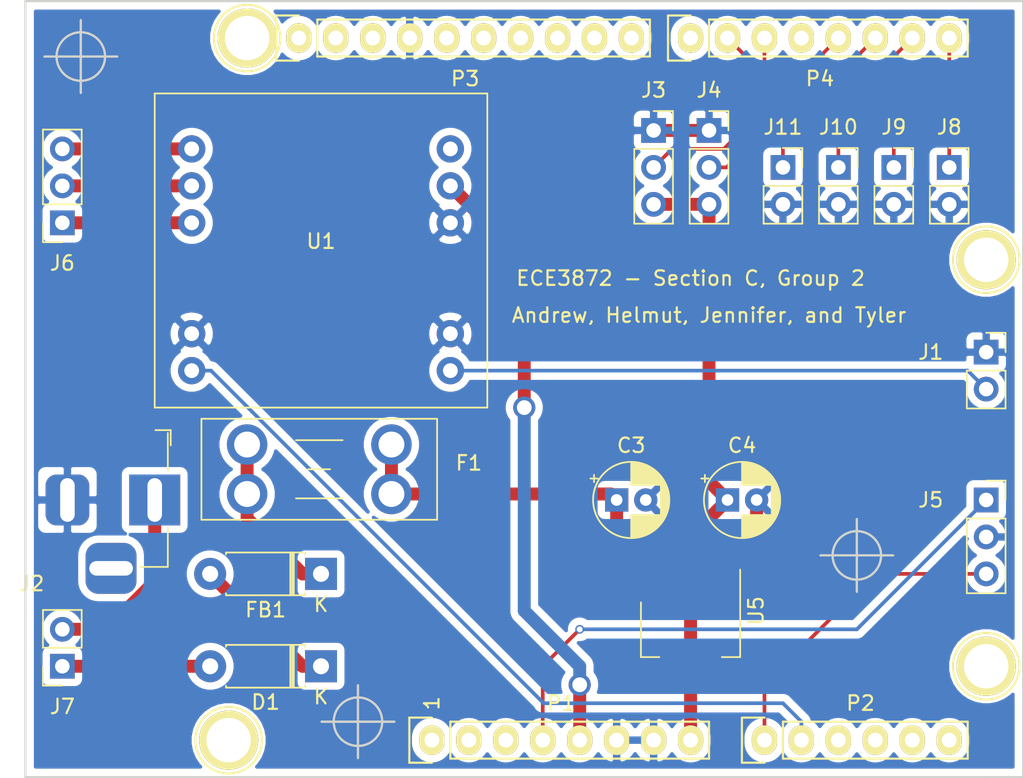
<source format=kicad_pcb>
(kicad_pcb (version 20171130) (host pcbnew "(5.1.10)-1")

  (general
    (thickness 1.6)
    (drawings 18)
    (tracks 72)
    (zones 0)
    (modules 26)
    (nets 22)
  )

  (page A4)
  (title_block
    (date "lun. 30 mars 2015")
  )

  (layers
    (0 F.Cu signal)
    (31 B.Cu signal)
    (32 B.Adhes user)
    (33 F.Adhes user)
    (34 B.Paste user)
    (35 F.Paste user)
    (36 B.SilkS user)
    (37 F.SilkS user)
    (38 B.Mask user)
    (39 F.Mask user)
    (40 Dwgs.User user)
    (41 Cmts.User user)
    (42 Eco1.User user)
    (43 Eco2.User user)
    (44 Edge.Cuts user)
    (45 Margin user)
    (46 B.CrtYd user)
    (47 F.CrtYd user)
    (48 B.Fab user)
    (49 F.Fab user)
  )

  (setup
    (last_trace_width 0.254)
    (user_trace_width 0.254)
    (user_trace_width 0.889)
    (trace_clearance 0.2)
    (zone_clearance 0.508)
    (zone_45_only no)
    (trace_min 0.2)
    (via_size 0.6)
    (via_drill 0.4)
    (via_min_size 0.4572)
    (via_min_drill 0.3)
    (user_via 1.524 1.016)
    (uvia_size 0.3)
    (uvia_drill 0.1)
    (uvias_allowed no)
    (uvia_min_size 0.2)
    (uvia_min_drill 0.1)
    (edge_width 0.15)
    (segment_width 0.15)
    (pcb_text_width 0.3)
    (pcb_text_size 1.5 1.5)
    (mod_edge_width 0.15)
    (mod_text_size 1 1)
    (mod_text_width 0.15)
    (pad_size 3.500001 3.500001)
    (pad_drill 2.999999)
    (pad_to_mask_clearance 0)
    (aux_axis_origin 110.998 126.365)
    (grid_origin 110.998 126.365)
    (visible_elements 7FFFFFFF)
    (pcbplotparams
      (layerselection 0x010f0_ffffffff)
      (usegerberextensions false)
      (usegerberattributes true)
      (usegerberadvancedattributes true)
      (creategerberjobfile true)
      (excludeedgelayer true)
      (linewidth 0.100000)
      (plotframeref false)
      (viasonmask false)
      (mode 1)
      (useauxorigin true)
      (hpglpennumber 1)
      (hpglpenspeed 20)
      (hpglpendiameter 15.000000)
      (psnegative false)
      (psa4output false)
      (plotreference true)
      (plotvalue false)
      (plotinvisibletext false)
      (padsonsilk false)
      (subtractmaskfromsilk false)
      (outputformat 1)
      (mirror false)
      (drillshape 0)
      (scaleselection 1)
      (outputdirectory ""))
  )

  (net 0 "")
  (net 1 +5V)
  (net 2 GND)
  (net 3 /Vin)
  (net 4 /A0)
  (net 5 /A1)
  (net 6 "/6(**)")
  (net 7 "/5(**)")
  (net 8 "/3(**)")
  (net 9 /2)
  (net 10 "/1(Tx)")
  (net 11 "/0(Rx)")
  (net 12 +3V3)
  (net 13 "Net-(C3-Pad1)")
  (net 14 "Net-(D1-Pad2)")
  (net 15 "Net-(D1-Pad1)")
  (net 16 "Net-(F1-Pad1)")
  (net 17 "Net-(J1-Pad2)")
  (net 18 "Net-(J2-Pad1)")
  (net 19 "Net-(J6-Pad3)")
  (net 20 "Net-(J6-Pad2)")
  (net 21 "Net-(J6-Pad1)")

  (net_class Default "This is the default net class."
    (clearance 0.2)
    (trace_width 0.25)
    (via_dia 0.6)
    (via_drill 0.4)
    (uvia_dia 0.3)
    (uvia_drill 0.1)
    (add_net +3V3)
    (add_net +5V)
    (add_net "/0(Rx)")
    (add_net "/1(Tx)")
    (add_net "/10(**/SS)")
    (add_net "/11(HV_MOSI)")
    (add_net "/12(HV_MISO)")
    (add_net "/13(HV_SCK)")
    (add_net /2)
    (add_net "/3(**)")
    (add_net /4)
    (add_net "/5(**)")
    (add_net "/6(**)")
    (add_net /7)
    (add_net /8)
    (add_net "/9(**)")
    (add_net /A0)
    (add_net /A1)
    (add_net /A2)
    (add_net /A3)
    (add_net "/A4(SDA)")
    (add_net "/A4(SDA_)")
    (add_net "/A5(SCL)")
    (add_net "/A5(SCL_)")
    (add_net /AREF)
    (add_net /IOREF)
    (add_net /Reset)
    (add_net /Vin)
    (add_net GND)
    (add_net "Net-(C3-Pad1)")
    (add_net "Net-(D1-Pad1)")
    (add_net "Net-(D1-Pad2)")
    (add_net "Net-(F1-Pad1)")
    (add_net "Net-(J1-Pad2)")
    (add_net "Net-(J2-Pad1)")
    (add_net "Net-(J6-Pad1)")
    (add_net "Net-(J6-Pad2)")
    (add_net "Net-(J6-Pad3)")
    (add_net "Net-(P1-Pad1)")
    (add_net "Net-(P5-Pad1)")
    (add_net "Net-(P6-Pad1)")
    (add_net "Net-(P7-Pad1)")
    (add_net "Net-(P8-Pad1)")
    (add_net "Net-(U1-Pad5)")
  )

  (module Socket_Arduino_Uno:BarrelJack_Horizontal_Helmer_Version (layer F.Cu) (tedit 61662388) (tstamp 614A95F5)
    (at 119.888 107.315)
    (descr "DC Barrel Jack")
    (tags "Power Jack")
    (path /614A55C8)
    (fp_text reference J2 (at -8.45 5.75) (layer F.SilkS)
      (effects (font (size 1 1) (thickness 0.15)))
    )
    (fp_text value Barrel_Jack (at -6.2 -5.5) (layer F.Fab)
      (effects (font (size 1 1) (thickness 0.15)))
    )
    (fp_text user %R (at -3 -2.95) (layer F.Fab)
      (effects (font (size 1 1) (thickness 0.15)))
    )
    (fp_line (start 0.8 4.5) (end 0.8 -3.75) (layer F.Fab) (width 0.1))
    (fp_line (start 0.9 -4.6) (end 0.9 -2) (layer F.SilkS) (width 0.12))
    (fp_line (start 0.9 4.6) (end -1 4.6) (layer F.SilkS) (width 0.12))
    (fp_line (start 0.9 1.9) (end 0.9 4.6) (layer F.SilkS) (width 0.12))
    (fp_line (start 0.05 -4.8) (end 1.1 -4.8) (layer F.SilkS) (width 0.12))
    (fp_line (start 1.1 -3.75) (end 1.1 -4.8) (layer F.SilkS) (width 0.12))
    (fp_line (start -0.003213 -4.505425) (end 0.8 -3.75) (layer F.Fab) (width 0.1))
    (pad 3 thru_hole roundrect (at -3 4.7) (size 3.5 3.5) (drill oval 3 1) (layers *.Cu *.Mask) (roundrect_rratio 0.25))
    (pad 2 thru_hole roundrect (at -6 0) (size 3 3.5) (drill oval 1 3) (layers *.Cu *.Mask) (roundrect_rratio 0.25)
      (net 2 GND))
    (pad 1 thru_hole rect (at 0 0) (size 3.5 3.5) (drill oval 1 3) (layers *.Cu *.Mask)
      (net 18 "Net-(J2-Pad1)"))
    (model ${KISYS3DMOD}/Connector_BarrelJack.3dshapes/BarrelJack_Horizontal.wrl
      (at (xyz 0 0 0))
      (scale (xyz 1 1 1))
      (rotate (xyz 0 0 0))
    )
  )

  (module Diode_THT:D_DO-41_SOD81_P7.62mm_Horizontal (layer F.Cu) (tedit 5AE50CD5) (tstamp 614A95AA)
    (at 131.318 112.395 180)
    (descr "Diode, DO-41_SOD81 series, Axial, Horizontal, pin pitch=7.62mm, , length*diameter=5.2*2.7mm^2, , http://www.diodes.com/_files/packages/DO-41%20(Plastic).pdf")
    (tags "Diode DO-41_SOD81 series Axial Horizontal pin pitch 7.62mm  length 5.2mm diameter 2.7mm")
    (path /614A8763)
    (fp_text reference FB1 (at 3.81 -2.47) (layer F.SilkS)
      (effects (font (size 1 1) (thickness 0.15)))
    )
    (fp_text value "100 Ohm @ 100 MHz" (at 0 2.54) (layer F.Fab) hide
      (effects (font (size 1 1) (thickness 0.15)))
    )
    (fp_text user K (at 0 -2.1) (layer F.SilkS)
      (effects (font (size 1 1) (thickness 0.15)))
    )
    (fp_text user K (at 0 -2.1) (layer F.Fab)
      (effects (font (size 1 1) (thickness 0.15)))
    )
    (fp_text user %R (at 4.2 0) (layer F.Fab)
      (effects (font (size 1 1) (thickness 0.15)))
    )
    (fp_line (start 1.21 -1.35) (end 1.21 1.35) (layer F.Fab) (width 0.1))
    (fp_line (start 1.21 1.35) (end 6.41 1.35) (layer F.Fab) (width 0.1))
    (fp_line (start 6.41 1.35) (end 6.41 -1.35) (layer F.Fab) (width 0.1))
    (fp_line (start 6.41 -1.35) (end 1.21 -1.35) (layer F.Fab) (width 0.1))
    (fp_line (start 0 0) (end 1.21 0) (layer F.Fab) (width 0.1))
    (fp_line (start 7.62 0) (end 6.41 0) (layer F.Fab) (width 0.1))
    (fp_line (start 1.99 -1.35) (end 1.99 1.35) (layer F.Fab) (width 0.1))
    (fp_line (start 2.09 -1.35) (end 2.09 1.35) (layer F.Fab) (width 0.1))
    (fp_line (start 1.89 -1.35) (end 1.89 1.35) (layer F.Fab) (width 0.1))
    (fp_line (start 1.09 -1.34) (end 1.09 -1.47) (layer F.SilkS) (width 0.12))
    (fp_line (start 1.09 -1.47) (end 6.53 -1.47) (layer F.SilkS) (width 0.12))
    (fp_line (start 6.53 -1.47) (end 6.53 -1.34) (layer F.SilkS) (width 0.12))
    (fp_line (start 1.09 1.34) (end 1.09 1.47) (layer F.SilkS) (width 0.12))
    (fp_line (start 1.09 1.47) (end 6.53 1.47) (layer F.SilkS) (width 0.12))
    (fp_line (start 6.53 1.47) (end 6.53 1.34) (layer F.SilkS) (width 0.12))
    (fp_line (start 1.99 -1.47) (end 1.99 1.47) (layer F.SilkS) (width 0.12))
    (fp_line (start 2.11 -1.47) (end 2.11 1.47) (layer F.SilkS) (width 0.12))
    (fp_line (start 1.87 -1.47) (end 1.87 1.47) (layer F.SilkS) (width 0.12))
    (fp_line (start -1.35 -1.6) (end -1.35 1.6) (layer F.CrtYd) (width 0.05))
    (fp_line (start -1.35 1.6) (end 8.97 1.6) (layer F.CrtYd) (width 0.05))
    (fp_line (start 8.97 1.6) (end 8.97 -1.6) (layer F.CrtYd) (width 0.05))
    (fp_line (start 8.97 -1.6) (end -1.35 -1.6) (layer F.CrtYd) (width 0.05))
    (pad 2 thru_hole oval (at 7.62 0 180) (size 2.2 2.2) (drill 1.1) (layers *.Cu *.Mask)
      (net 15 "Net-(D1-Pad1)"))
    (pad 1 thru_hole rect (at 0 0 180) (size 2.2 2.2) (drill 1.1) (layers *.Cu *.Mask)
      (net 16 "Net-(F1-Pad1)"))
    (model ${KISYS3DMOD}/Diode_THT.3dshapes/D_DO-41_SOD81_P7.62mm_Horizontal.wrl
      (at (xyz 0 0 0))
      (scale (xyz 1 1 1))
      (rotate (xyz 0 0 0))
    )
  )

  (module Diode_THT:D_DO-41_SOD81_P7.62mm_Horizontal (layer F.Cu) (tedit 5AE50CD5) (tstamp 614A9588)
    (at 131.318 118.745 180)
    (descr "Diode, DO-41_SOD81 series, Axial, Horizontal, pin pitch=7.62mm, , length*diameter=5.2*2.7mm^2, , http://www.diodes.com/_files/packages/DO-41%20(Plastic).pdf")
    (tags "Diode DO-41_SOD81 series Axial Horizontal pin pitch 7.62mm  length 5.2mm diameter 2.7mm")
    (path /614A714C)
    (fp_text reference D1 (at 3.81 -2.47) (layer F.SilkS)
      (effects (font (size 1 1) (thickness 0.15)))
    )
    (fp_text value B5819W (at 3.81 2.47) (layer F.Fab)
      (effects (font (size 1 1) (thickness 0.15)))
    )
    (fp_text user K (at 0 -2.1) (layer F.SilkS)
      (effects (font (size 1 1) (thickness 0.15)))
    )
    (fp_text user K (at 0 -2.1) (layer F.Fab)
      (effects (font (size 1 1) (thickness 0.15)))
    )
    (fp_text user %R (at 4.2 0) (layer F.Fab)
      (effects (font (size 1 1) (thickness 0.15)))
    )
    (fp_line (start 1.21 -1.35) (end 1.21 1.35) (layer F.Fab) (width 0.1))
    (fp_line (start 1.21 1.35) (end 6.41 1.35) (layer F.Fab) (width 0.1))
    (fp_line (start 6.41 1.35) (end 6.41 -1.35) (layer F.Fab) (width 0.1))
    (fp_line (start 6.41 -1.35) (end 1.21 -1.35) (layer F.Fab) (width 0.1))
    (fp_line (start 0 0) (end 1.21 0) (layer F.Fab) (width 0.1))
    (fp_line (start 7.62 0) (end 6.41 0) (layer F.Fab) (width 0.1))
    (fp_line (start 1.99 -1.35) (end 1.99 1.35) (layer F.Fab) (width 0.1))
    (fp_line (start 2.09 -1.35) (end 2.09 1.35) (layer F.Fab) (width 0.1))
    (fp_line (start 1.89 -1.35) (end 1.89 1.35) (layer F.Fab) (width 0.1))
    (fp_line (start 1.09 -1.34) (end 1.09 -1.47) (layer F.SilkS) (width 0.12))
    (fp_line (start 1.09 -1.47) (end 6.53 -1.47) (layer F.SilkS) (width 0.12))
    (fp_line (start 6.53 -1.47) (end 6.53 -1.34) (layer F.SilkS) (width 0.12))
    (fp_line (start 1.09 1.34) (end 1.09 1.47) (layer F.SilkS) (width 0.12))
    (fp_line (start 1.09 1.47) (end 6.53 1.47) (layer F.SilkS) (width 0.12))
    (fp_line (start 6.53 1.47) (end 6.53 1.34) (layer F.SilkS) (width 0.12))
    (fp_line (start 1.99 -1.47) (end 1.99 1.47) (layer F.SilkS) (width 0.12))
    (fp_line (start 2.11 -1.47) (end 2.11 1.47) (layer F.SilkS) (width 0.12))
    (fp_line (start 1.87 -1.47) (end 1.87 1.47) (layer F.SilkS) (width 0.12))
    (fp_line (start -1.35 -1.6) (end -1.35 1.6) (layer F.CrtYd) (width 0.05))
    (fp_line (start -1.35 1.6) (end 8.97 1.6) (layer F.CrtYd) (width 0.05))
    (fp_line (start 8.97 1.6) (end 8.97 -1.6) (layer F.CrtYd) (width 0.05))
    (fp_line (start 8.97 -1.6) (end -1.35 -1.6) (layer F.CrtYd) (width 0.05))
    (pad 2 thru_hole oval (at 7.62 0 180) (size 2.2 2.2) (drill 1.1) (layers *.Cu *.Mask)
      (net 14 "Net-(D1-Pad2)"))
    (pad 1 thru_hole rect (at 0 0 180) (size 2.2 2.2) (drill 1.1) (layers *.Cu *.Mask)
      (net 15 "Net-(D1-Pad1)"))
    (model ${KISYS3DMOD}/Diode_THT.3dshapes/D_DO-41_SOD81_P7.62mm_Horizontal.wrl
      (at (xyz 0 0 0))
      (scale (xyz 1 1 1))
      (rotate (xyz 0 0 0))
    )
  )

  (module Socket_Arduino_Uno:TDA_Breakout_Board (layer F.Cu) (tedit 6165E884) (tstamp 6167B23F)
    (at 131.318 80.645 180)
    (path /61688B8A)
    (fp_text reference U1 (at 0 -8.89) (layer F.SilkS)
      (effects (font (size 1 1) (thickness 0.15)))
    )
    (fp_text value TPA2005D1-Breakout (at 0 -12.7) (layer F.Fab)
      (effects (font (size 1 1) (thickness 0.15)))
    )
    (fp_line (start -11.43 -20.32) (end 11.43 -20.32) (layer F.SilkS) (width 0.12))
    (fp_line (start 11.43 -20.32) (end 11.43 1.27) (layer F.SilkS) (width 0.12))
    (fp_line (start 11.43 1.27) (end -11.43 1.27) (layer F.SilkS) (width 0.12))
    (fp_line (start -11.43 1.27) (end -11.43 -20.32) (layer F.SilkS) (width 0.12))
    (pad 1 thru_hole circle (at -8.89 -17.78 180) (size 1.8796 1.8796) (drill 1.016) (layers *.Cu *.Mask)
      (net 17 "Net-(J1-Pad2)"))
    (pad 2 thru_hole circle (at -8.89 -15.24 180) (size 1.8796 1.8796) (drill 1.016) (layers *.Cu *.Mask)
      (net 2 GND))
    (pad 4 thru_hole circle (at -8.89 -5.08 180) (size 1.8796 1.8796) (drill 1.016) (layers *.Cu *.Mask)
      (net 1 +5V))
    (pad 3 thru_hole circle (at -8.89 -7.62 180) (size 1.8796 1.8796) (drill 1.016) (layers *.Cu *.Mask)
      (net 2 GND))
    (pad 5 thru_hole circle (at -8.89 -2.54 180) (size 1.8796 1.8796) (drill 1.016) (layers *.Cu *.Mask))
    (pad 7 thru_hole circle (at 8.89 -15.24 180) (size 1.8796 1.8796) (drill 1.016) (layers *.Cu *.Mask)
      (net 2 GND))
    (pad 6 thru_hole circle (at 8.89 -17.78 180) (size 1.8796 1.8796) (drill 1.016) (layers *.Cu *.Mask)
      (net 5 /A1))
    (pad 8 thru_hole circle (at 8.89 -7.62 180) (size 1.8796 1.8796) (drill 1.016) (layers *.Cu *.Mask)
      (net 21 "Net-(J6-Pad1)"))
    (pad 9 thru_hole circle (at 8.89 -5.08 180) (size 1.8796 1.8796) (drill 1.016) (layers *.Cu *.Mask)
      (net 20 "Net-(J6-Pad2)"))
    (pad 10 thru_hole circle (at 8.89 -2.54 180) (size 1.8796 1.8796) (drill 1.016) (layers *.Cu *.Mask)
      (net 19 "Net-(J6-Pad3)"))
  )

  (module Connector_PinSocket_2.54mm:PinSocket_1x02_P2.54mm_Vertical (layer F.Cu) (tedit 5A19A420) (tstamp 6167B155)
    (at 163.068 84.455)
    (descr "Through hole straight socket strip, 1x02, 2.54mm pitch, single row (from Kicad 4.0.7), script generated")
    (tags "Through hole socket strip THT 1x02 2.54mm single row")
    (path /61726E13)
    (fp_text reference J11 (at 0 -2.77) (layer F.SilkS)
      (effects (font (size 1 1) (thickness 0.15)))
    )
    (fp_text value IO_Switch_4 (at 0 5.31) (layer F.Fab)
      (effects (font (size 1 1) (thickness 0.15)))
    )
    (fp_text user %R (at 0 1.27 90) (layer F.Fab)
      (effects (font (size 1 1) (thickness 0.15)))
    )
    (fp_line (start -1.27 -1.27) (end 0.635 -1.27) (layer F.Fab) (width 0.1))
    (fp_line (start 0.635 -1.27) (end 1.27 -0.635) (layer F.Fab) (width 0.1))
    (fp_line (start 1.27 -0.635) (end 1.27 3.81) (layer F.Fab) (width 0.1))
    (fp_line (start 1.27 3.81) (end -1.27 3.81) (layer F.Fab) (width 0.1))
    (fp_line (start -1.27 3.81) (end -1.27 -1.27) (layer F.Fab) (width 0.1))
    (fp_line (start -1.33 1.27) (end 1.33 1.27) (layer F.SilkS) (width 0.12))
    (fp_line (start -1.33 1.27) (end -1.33 3.87) (layer F.SilkS) (width 0.12))
    (fp_line (start -1.33 3.87) (end 1.33 3.87) (layer F.SilkS) (width 0.12))
    (fp_line (start 1.33 1.27) (end 1.33 3.87) (layer F.SilkS) (width 0.12))
    (fp_line (start 1.33 -1.33) (end 1.33 0) (layer F.SilkS) (width 0.12))
    (fp_line (start 0 -1.33) (end 1.33 -1.33) (layer F.SilkS) (width 0.12))
    (fp_line (start -1.8 -1.8) (end 1.75 -1.8) (layer F.CrtYd) (width 0.05))
    (fp_line (start 1.75 -1.8) (end 1.75 4.3) (layer F.CrtYd) (width 0.05))
    (fp_line (start 1.75 4.3) (end -1.8 4.3) (layer F.CrtYd) (width 0.05))
    (fp_line (start -1.8 4.3) (end -1.8 -1.8) (layer F.CrtYd) (width 0.05))
    (pad 2 thru_hole oval (at 0 2.54) (size 1.7 1.7) (drill 1) (layers *.Cu *.Mask)
      (net 2 GND))
    (pad 1 thru_hole rect (at 0 0) (size 1.7 1.7) (drill 1) (layers *.Cu *.Mask)
      (net 8 "/3(**)"))
    (model ${KISYS3DMOD}/Connector_PinSocket_2.54mm.3dshapes/PinSocket_1x02_P2.54mm_Vertical.wrl
      (at (xyz 0 0 0))
      (scale (xyz 1 1 1))
      (rotate (xyz 0 0 0))
    )
  )

  (module Connector_PinSocket_2.54mm:PinSocket_1x02_P2.54mm_Vertical (layer F.Cu) (tedit 5A19A420) (tstamp 6167B13F)
    (at 166.878 84.455)
    (descr "Through hole straight socket strip, 1x02, 2.54mm pitch, single row (from Kicad 4.0.7), script generated")
    (tags "Through hole socket strip THT 1x02 2.54mm single row")
    (path /6172686D)
    (fp_text reference J10 (at 0 -2.77) (layer F.SilkS)
      (effects (font (size 1 1) (thickness 0.15)))
    )
    (fp_text value IO_Switch_3 (at 0 5.31) (layer F.Fab)
      (effects (font (size 1 1) (thickness 0.15)))
    )
    (fp_text user %R (at 0 1.27 90) (layer F.Fab)
      (effects (font (size 1 1) (thickness 0.15)))
    )
    (fp_line (start -1.27 -1.27) (end 0.635 -1.27) (layer F.Fab) (width 0.1))
    (fp_line (start 0.635 -1.27) (end 1.27 -0.635) (layer F.Fab) (width 0.1))
    (fp_line (start 1.27 -0.635) (end 1.27 3.81) (layer F.Fab) (width 0.1))
    (fp_line (start 1.27 3.81) (end -1.27 3.81) (layer F.Fab) (width 0.1))
    (fp_line (start -1.27 3.81) (end -1.27 -1.27) (layer F.Fab) (width 0.1))
    (fp_line (start -1.33 1.27) (end 1.33 1.27) (layer F.SilkS) (width 0.12))
    (fp_line (start -1.33 1.27) (end -1.33 3.87) (layer F.SilkS) (width 0.12))
    (fp_line (start -1.33 3.87) (end 1.33 3.87) (layer F.SilkS) (width 0.12))
    (fp_line (start 1.33 1.27) (end 1.33 3.87) (layer F.SilkS) (width 0.12))
    (fp_line (start 1.33 -1.33) (end 1.33 0) (layer F.SilkS) (width 0.12))
    (fp_line (start 0 -1.33) (end 1.33 -1.33) (layer F.SilkS) (width 0.12))
    (fp_line (start -1.8 -1.8) (end 1.75 -1.8) (layer F.CrtYd) (width 0.05))
    (fp_line (start 1.75 -1.8) (end 1.75 4.3) (layer F.CrtYd) (width 0.05))
    (fp_line (start 1.75 4.3) (end -1.8 4.3) (layer F.CrtYd) (width 0.05))
    (fp_line (start -1.8 4.3) (end -1.8 -1.8) (layer F.CrtYd) (width 0.05))
    (pad 2 thru_hole oval (at 0 2.54) (size 1.7 1.7) (drill 1) (layers *.Cu *.Mask)
      (net 2 GND))
    (pad 1 thru_hole rect (at 0 0) (size 1.7 1.7) (drill 1) (layers *.Cu *.Mask)
      (net 9 /2))
    (model ${KISYS3DMOD}/Connector_PinSocket_2.54mm.3dshapes/PinSocket_1x02_P2.54mm_Vertical.wrl
      (at (xyz 0 0 0))
      (scale (xyz 1 1 1))
      (rotate (xyz 0 0 0))
    )
  )

  (module Connector_PinSocket_2.54mm:PinSocket_1x02_P2.54mm_Vertical (layer F.Cu) (tedit 5A19A420) (tstamp 6167B129)
    (at 170.688 84.455)
    (descr "Through hole straight socket strip, 1x02, 2.54mm pitch, single row (from Kicad 4.0.7), script generated")
    (tags "Through hole socket strip THT 1x02 2.54mm single row")
    (path /61724B37)
    (fp_text reference J9 (at 0 -2.77) (layer F.SilkS)
      (effects (font (size 1 1) (thickness 0.15)))
    )
    (fp_text value IO_Switch_2 (at 0 5.31) (layer F.Fab)
      (effects (font (size 1 1) (thickness 0.15)))
    )
    (fp_text user %R (at 0 1.27 90) (layer F.Fab)
      (effects (font (size 1 1) (thickness 0.15)))
    )
    (fp_line (start -1.27 -1.27) (end 0.635 -1.27) (layer F.Fab) (width 0.1))
    (fp_line (start 0.635 -1.27) (end 1.27 -0.635) (layer F.Fab) (width 0.1))
    (fp_line (start 1.27 -0.635) (end 1.27 3.81) (layer F.Fab) (width 0.1))
    (fp_line (start 1.27 3.81) (end -1.27 3.81) (layer F.Fab) (width 0.1))
    (fp_line (start -1.27 3.81) (end -1.27 -1.27) (layer F.Fab) (width 0.1))
    (fp_line (start -1.33 1.27) (end 1.33 1.27) (layer F.SilkS) (width 0.12))
    (fp_line (start -1.33 1.27) (end -1.33 3.87) (layer F.SilkS) (width 0.12))
    (fp_line (start -1.33 3.87) (end 1.33 3.87) (layer F.SilkS) (width 0.12))
    (fp_line (start 1.33 1.27) (end 1.33 3.87) (layer F.SilkS) (width 0.12))
    (fp_line (start 1.33 -1.33) (end 1.33 0) (layer F.SilkS) (width 0.12))
    (fp_line (start 0 -1.33) (end 1.33 -1.33) (layer F.SilkS) (width 0.12))
    (fp_line (start -1.8 -1.8) (end 1.75 -1.8) (layer F.CrtYd) (width 0.05))
    (fp_line (start 1.75 -1.8) (end 1.75 4.3) (layer F.CrtYd) (width 0.05))
    (fp_line (start 1.75 4.3) (end -1.8 4.3) (layer F.CrtYd) (width 0.05))
    (fp_line (start -1.8 4.3) (end -1.8 -1.8) (layer F.CrtYd) (width 0.05))
    (pad 2 thru_hole oval (at 0 2.54) (size 1.7 1.7) (drill 1) (layers *.Cu *.Mask)
      (net 2 GND))
    (pad 1 thru_hole rect (at 0 0) (size 1.7 1.7) (drill 1) (layers *.Cu *.Mask)
      (net 10 "/1(Tx)"))
    (model ${KISYS3DMOD}/Connector_PinSocket_2.54mm.3dshapes/PinSocket_1x02_P2.54mm_Vertical.wrl
      (at (xyz 0 0 0))
      (scale (xyz 1 1 1))
      (rotate (xyz 0 0 0))
    )
  )

  (module Connector_PinSocket_2.54mm:PinSocket_1x02_P2.54mm_Vertical (layer F.Cu) (tedit 5A19A420) (tstamp 6167B113)
    (at 174.498 84.455)
    (descr "Through hole straight socket strip, 1x02, 2.54mm pitch, single row (from Kicad 4.0.7), script generated")
    (tags "Through hole socket strip THT 1x02 2.54mm single row")
    (path /61726047)
    (fp_text reference J8 (at 0 -2.77) (layer F.SilkS)
      (effects (font (size 1 1) (thickness 0.15)))
    )
    (fp_text value IO_Switch_1 (at 0 5.31) (layer F.Fab)
      (effects (font (size 1 1) (thickness 0.15)))
    )
    (fp_text user %R (at 0 1.27 90) (layer F.Fab)
      (effects (font (size 1 1) (thickness 0.15)))
    )
    (fp_line (start -1.27 -1.27) (end 0.635 -1.27) (layer F.Fab) (width 0.1))
    (fp_line (start 0.635 -1.27) (end 1.27 -0.635) (layer F.Fab) (width 0.1))
    (fp_line (start 1.27 -0.635) (end 1.27 3.81) (layer F.Fab) (width 0.1))
    (fp_line (start 1.27 3.81) (end -1.27 3.81) (layer F.Fab) (width 0.1))
    (fp_line (start -1.27 3.81) (end -1.27 -1.27) (layer F.Fab) (width 0.1))
    (fp_line (start -1.33 1.27) (end 1.33 1.27) (layer F.SilkS) (width 0.12))
    (fp_line (start -1.33 1.27) (end -1.33 3.87) (layer F.SilkS) (width 0.12))
    (fp_line (start -1.33 3.87) (end 1.33 3.87) (layer F.SilkS) (width 0.12))
    (fp_line (start 1.33 1.27) (end 1.33 3.87) (layer F.SilkS) (width 0.12))
    (fp_line (start 1.33 -1.33) (end 1.33 0) (layer F.SilkS) (width 0.12))
    (fp_line (start 0 -1.33) (end 1.33 -1.33) (layer F.SilkS) (width 0.12))
    (fp_line (start -1.8 -1.8) (end 1.75 -1.8) (layer F.CrtYd) (width 0.05))
    (fp_line (start 1.75 -1.8) (end 1.75 4.3) (layer F.CrtYd) (width 0.05))
    (fp_line (start 1.75 4.3) (end -1.8 4.3) (layer F.CrtYd) (width 0.05))
    (fp_line (start -1.8 4.3) (end -1.8 -1.8) (layer F.CrtYd) (width 0.05))
    (pad 2 thru_hole oval (at 0 2.54) (size 1.7 1.7) (drill 1) (layers *.Cu *.Mask)
      (net 2 GND))
    (pad 1 thru_hole rect (at 0 0) (size 1.7 1.7) (drill 1) (layers *.Cu *.Mask)
      (net 11 "/0(Rx)"))
    (model ${KISYS3DMOD}/Connector_PinSocket_2.54mm.3dshapes/PinSocket_1x02_P2.54mm_Vertical.wrl
      (at (xyz 0 0 0))
      (scale (xyz 1 1 1))
      (rotate (xyz 0 0 0))
    )
  )

  (module Connector_PinSocket_2.54mm:PinSocket_1x02_P2.54mm_Vertical (layer F.Cu) (tedit 5A19A420) (tstamp 6167B0FD)
    (at 113.538 118.745 180)
    (descr "Through hole straight socket strip, 1x02, 2.54mm pitch, single row (from Kicad 4.0.7), script generated")
    (tags "Through hole socket strip THT 1x02 2.54mm single row")
    (path /6171ED1B)
    (fp_text reference J7 (at 0 -2.77) (layer F.SilkS)
      (effects (font (size 1 1) (thickness 0.15)))
    )
    (fp_text value Power_Switch (at -2.54 -5.08) (layer F.Fab)
      (effects (font (size 1 1) (thickness 0.15)))
    )
    (fp_text user %R (at 0 1.27 90) (layer F.Fab)
      (effects (font (size 1 1) (thickness 0.15)))
    )
    (fp_line (start -1.27 -1.27) (end 0.635 -1.27) (layer F.Fab) (width 0.1))
    (fp_line (start 0.635 -1.27) (end 1.27 -0.635) (layer F.Fab) (width 0.1))
    (fp_line (start 1.27 -0.635) (end 1.27 3.81) (layer F.Fab) (width 0.1))
    (fp_line (start 1.27 3.81) (end -1.27 3.81) (layer F.Fab) (width 0.1))
    (fp_line (start -1.27 3.81) (end -1.27 -1.27) (layer F.Fab) (width 0.1))
    (fp_line (start -1.33 1.27) (end 1.33 1.27) (layer F.SilkS) (width 0.12))
    (fp_line (start -1.33 1.27) (end -1.33 3.87) (layer F.SilkS) (width 0.12))
    (fp_line (start -1.33 3.87) (end 1.33 3.87) (layer F.SilkS) (width 0.12))
    (fp_line (start 1.33 1.27) (end 1.33 3.87) (layer F.SilkS) (width 0.12))
    (fp_line (start 1.33 -1.33) (end 1.33 0) (layer F.SilkS) (width 0.12))
    (fp_line (start 0 -1.33) (end 1.33 -1.33) (layer F.SilkS) (width 0.12))
    (fp_line (start -1.8 -1.8) (end 1.75 -1.8) (layer F.CrtYd) (width 0.05))
    (fp_line (start 1.75 -1.8) (end 1.75 4.3) (layer F.CrtYd) (width 0.05))
    (fp_line (start 1.75 4.3) (end -1.8 4.3) (layer F.CrtYd) (width 0.05))
    (fp_line (start -1.8 4.3) (end -1.8 -1.8) (layer F.CrtYd) (width 0.05))
    (pad 2 thru_hole oval (at 0 2.54 180) (size 1.7 1.7) (drill 1) (layers *.Cu *.Mask)
      (net 18 "Net-(J2-Pad1)"))
    (pad 1 thru_hole rect (at 0 0 180) (size 1.7 1.7) (drill 1) (layers *.Cu *.Mask)
      (net 14 "Net-(D1-Pad2)"))
    (model ${KISYS3DMOD}/Connector_PinSocket_2.54mm.3dshapes/PinSocket_1x02_P2.54mm_Vertical.wrl
      (at (xyz 0 0 0))
      (scale (xyz 1 1 1))
      (rotate (xyz 0 0 0))
    )
  )

  (module Connector_PinSocket_2.54mm:PinSocket_1x03_P2.54mm_Vertical (layer F.Cu) (tedit 5A19A429) (tstamp 6167B0E7)
    (at 113.538 88.265 180)
    (descr "Through hole straight socket strip, 1x03, 2.54mm pitch, single row (from Kicad 4.0.7), script generated")
    (tags "Through hole socket strip THT 1x03 2.54mm single row")
    (path /616E0739)
    (fp_text reference J6 (at 0 -2.77) (layer F.SilkS)
      (effects (font (size 1 1) (thickness 0.15)))
    )
    (fp_text value POT_IN (at -1.27 7.62) (layer F.Fab)
      (effects (font (size 1 1) (thickness 0.15)))
    )
    (fp_text user %R (at 0 2.54 90) (layer F.Fab)
      (effects (font (size 1 1) (thickness 0.15)))
    )
    (fp_line (start -1.27 -1.27) (end 0.635 -1.27) (layer F.Fab) (width 0.1))
    (fp_line (start 0.635 -1.27) (end 1.27 -0.635) (layer F.Fab) (width 0.1))
    (fp_line (start 1.27 -0.635) (end 1.27 6.35) (layer F.Fab) (width 0.1))
    (fp_line (start 1.27 6.35) (end -1.27 6.35) (layer F.Fab) (width 0.1))
    (fp_line (start -1.27 6.35) (end -1.27 -1.27) (layer F.Fab) (width 0.1))
    (fp_line (start -1.33 1.27) (end 1.33 1.27) (layer F.SilkS) (width 0.12))
    (fp_line (start -1.33 1.27) (end -1.33 6.41) (layer F.SilkS) (width 0.12))
    (fp_line (start -1.33 6.41) (end 1.33 6.41) (layer F.SilkS) (width 0.12))
    (fp_line (start 1.33 1.27) (end 1.33 6.41) (layer F.SilkS) (width 0.12))
    (fp_line (start 1.33 -1.33) (end 1.33 0) (layer F.SilkS) (width 0.12))
    (fp_line (start 0 -1.33) (end 1.33 -1.33) (layer F.SilkS) (width 0.12))
    (fp_line (start -1.8 -1.8) (end 1.75 -1.8) (layer F.CrtYd) (width 0.05))
    (fp_line (start 1.75 -1.8) (end 1.75 6.85) (layer F.CrtYd) (width 0.05))
    (fp_line (start 1.75 6.85) (end -1.8 6.85) (layer F.CrtYd) (width 0.05))
    (fp_line (start -1.8 6.85) (end -1.8 -1.8) (layer F.CrtYd) (width 0.05))
    (pad 3 thru_hole oval (at 0 5.08 180) (size 1.7 1.7) (drill 1) (layers *.Cu *.Mask)
      (net 19 "Net-(J6-Pad3)"))
    (pad 2 thru_hole oval (at 0 2.54 180) (size 1.7 1.7) (drill 1) (layers *.Cu *.Mask)
      (net 20 "Net-(J6-Pad2)"))
    (pad 1 thru_hole rect (at 0 0 180) (size 1.7 1.7) (drill 1) (layers *.Cu *.Mask)
      (net 21 "Net-(J6-Pad1)"))
    (model ${KISYS3DMOD}/Connector_PinSocket_2.54mm.3dshapes/PinSocket_1x03_P2.54mm_Vertical.wrl
      (at (xyz 0 0 0))
      (scale (xyz 1 1 1))
      (rotate (xyz 0 0 0))
    )
  )

  (module Connector_PinSocket_2.54mm:PinSocket_1x03_P2.54mm_Vertical (layer F.Cu) (tedit 5A19A429) (tstamp 6149BD11)
    (at 177.038 107.315)
    (descr "Through hole straight socket strip, 1x03, 2.54mm pitch, single row (from Kicad 4.0.7), script generated")
    (tags "Through hole socket strip THT 1x03 2.54mm single row")
    (path /616CCC33)
    (fp_text reference J5 (at -3.81 0) (layer F.SilkS)
      (effects (font (size 1 1) (thickness 0.15)))
    )
    (fp_text value MIC_IN (at -3.81 7.85) (layer F.Fab)
      (effects (font (size 1 1) (thickness 0.15)))
    )
    (fp_text user %R (at 0 2.54 90) (layer F.Fab)
      (effects (font (size 1 1) (thickness 0.15)))
    )
    (fp_line (start -1.27 -1.27) (end 0.635 -1.27) (layer F.Fab) (width 0.1))
    (fp_line (start 0.635 -1.27) (end 1.27 -0.635) (layer F.Fab) (width 0.1))
    (fp_line (start 1.27 -0.635) (end 1.27 6.35) (layer F.Fab) (width 0.1))
    (fp_line (start 1.27 6.35) (end -1.27 6.35) (layer F.Fab) (width 0.1))
    (fp_line (start -1.27 6.35) (end -1.27 -1.27) (layer F.Fab) (width 0.1))
    (fp_line (start -1.33 1.27) (end 1.33 1.27) (layer F.SilkS) (width 0.12))
    (fp_line (start -1.33 1.27) (end -1.33 6.41) (layer F.SilkS) (width 0.12))
    (fp_line (start -1.33 6.41) (end 1.33 6.41) (layer F.SilkS) (width 0.12))
    (fp_line (start 1.33 1.27) (end 1.33 6.41) (layer F.SilkS) (width 0.12))
    (fp_line (start 1.33 -1.33) (end 1.33 0) (layer F.SilkS) (width 0.12))
    (fp_line (start 0 -1.33) (end 1.33 -1.33) (layer F.SilkS) (width 0.12))
    (fp_line (start -1.8 -1.8) (end 1.75 -1.8) (layer F.CrtYd) (width 0.05))
    (fp_line (start 1.75 -1.8) (end 1.75 6.85) (layer F.CrtYd) (width 0.05))
    (fp_line (start 1.75 6.85) (end -1.8 6.85) (layer F.CrtYd) (width 0.05))
    (fp_line (start -1.8 6.85) (end -1.8 -1.8) (layer F.CrtYd) (width 0.05))
    (pad 3 thru_hole oval (at 0 5.08) (size 1.7 1.7) (drill 1) (layers *.Cu *.Mask)
      (net 4 /A0))
    (pad 2 thru_hole oval (at 0 2.54) (size 1.7 1.7) (drill 1) (layers *.Cu *.Mask)
      (net 2 GND))
    (pad 1 thru_hole rect (at 0 0) (size 1.7 1.7) (drill 1) (layers *.Cu *.Mask)
      (net 12 +3V3))
    (model ${KISYS3DMOD}/Connector_PinSocket_2.54mm.3dshapes/PinSocket_1x03_P2.54mm_Vertical.wrl
      (at (xyz 0 0 0))
      (scale (xyz 1 1 1))
      (rotate (xyz 0 0 0))
    )
  )

  (module Connector_PinSocket_2.54mm:PinSocket_1x03_P2.54mm_Vertical (layer F.Cu) (tedit 5A19A429) (tstamp 6149BCFB)
    (at 157.988 81.915)
    (descr "Through hole straight socket strip, 1x03, 2.54mm pitch, single row (from Kicad 4.0.7), script generated")
    (tags "Through hole socket strip THT 1x03 2.54mm single row")
    (path /6168331A)
    (fp_text reference J4 (at 0 -2.77) (layer F.SilkS)
      (effects (font (size 1 1) (thickness 0.15)))
    )
    (fp_text value MOTOR_2 (at 0 7.85) (layer F.Fab)
      (effects (font (size 1 1) (thickness 0.15)))
    )
    (fp_text user %R (at 0 2.54 90) (layer F.Fab)
      (effects (font (size 1 1) (thickness 0.15)))
    )
    (fp_line (start -1.27 -1.27) (end 0.635 -1.27) (layer F.Fab) (width 0.1))
    (fp_line (start 0.635 -1.27) (end 1.27 -0.635) (layer F.Fab) (width 0.1))
    (fp_line (start 1.27 -0.635) (end 1.27 6.35) (layer F.Fab) (width 0.1))
    (fp_line (start 1.27 6.35) (end -1.27 6.35) (layer F.Fab) (width 0.1))
    (fp_line (start -1.27 6.35) (end -1.27 -1.27) (layer F.Fab) (width 0.1))
    (fp_line (start -1.33 1.27) (end 1.33 1.27) (layer F.SilkS) (width 0.12))
    (fp_line (start -1.33 1.27) (end -1.33 6.41) (layer F.SilkS) (width 0.12))
    (fp_line (start -1.33 6.41) (end 1.33 6.41) (layer F.SilkS) (width 0.12))
    (fp_line (start 1.33 1.27) (end 1.33 6.41) (layer F.SilkS) (width 0.12))
    (fp_line (start 1.33 -1.33) (end 1.33 0) (layer F.SilkS) (width 0.12))
    (fp_line (start 0 -1.33) (end 1.33 -1.33) (layer F.SilkS) (width 0.12))
    (fp_line (start -1.8 -1.8) (end 1.75 -1.8) (layer F.CrtYd) (width 0.05))
    (fp_line (start 1.75 -1.8) (end 1.75 6.85) (layer F.CrtYd) (width 0.05))
    (fp_line (start 1.75 6.85) (end -1.8 6.85) (layer F.CrtYd) (width 0.05))
    (fp_line (start -1.8 6.85) (end -1.8 -1.8) (layer F.CrtYd) (width 0.05))
    (pad 3 thru_hole oval (at 0 5.08) (size 1.7 1.7) (drill 1) (layers *.Cu *.Mask)
      (net 3 /Vin))
    (pad 2 thru_hole oval (at 0 2.54) (size 1.7 1.7) (drill 1) (layers *.Cu *.Mask)
      (net 7 "/5(**)"))
    (pad 1 thru_hole rect (at 0 0) (size 1.7 1.7) (drill 1) (layers *.Cu *.Mask)
      (net 2 GND))
    (model ${KISYS3DMOD}/Connector_PinSocket_2.54mm.3dshapes/PinSocket_1x03_P2.54mm_Vertical.wrl
      (at (xyz 0 0 0))
      (scale (xyz 1 1 1))
      (rotate (xyz 0 0 0))
    )
  )

  (module Connector_PinSocket_2.54mm:PinSocket_1x03_P2.54mm_Vertical (layer F.Cu) (tedit 5A19A429) (tstamp 6149BCE5)
    (at 154.178 81.915)
    (descr "Through hole straight socket strip, 1x03, 2.54mm pitch, single row (from Kicad 4.0.7), script generated")
    (tags "Through hole socket strip THT 1x03 2.54mm single row")
    (path /6168201A)
    (fp_text reference J3 (at 0 -2.77) (layer F.SilkS)
      (effects (font (size 1 1) (thickness 0.15)))
    )
    (fp_text value MOTOR_1 (at -5.08 5.08) (layer F.Fab)
      (effects (font (size 1 1) (thickness 0.15)))
    )
    (fp_text user %R (at 0 2.54 90) (layer F.Fab)
      (effects (font (size 1 1) (thickness 0.15)))
    )
    (fp_line (start -1.27 -1.27) (end 0.635 -1.27) (layer F.Fab) (width 0.1))
    (fp_line (start 0.635 -1.27) (end 1.27 -0.635) (layer F.Fab) (width 0.1))
    (fp_line (start 1.27 -0.635) (end 1.27 6.35) (layer F.Fab) (width 0.1))
    (fp_line (start 1.27 6.35) (end -1.27 6.35) (layer F.Fab) (width 0.1))
    (fp_line (start -1.27 6.35) (end -1.27 -1.27) (layer F.Fab) (width 0.1))
    (fp_line (start -1.33 1.27) (end 1.33 1.27) (layer F.SilkS) (width 0.12))
    (fp_line (start -1.33 1.27) (end -1.33 6.41) (layer F.SilkS) (width 0.12))
    (fp_line (start -1.33 6.41) (end 1.33 6.41) (layer F.SilkS) (width 0.12))
    (fp_line (start 1.33 1.27) (end 1.33 6.41) (layer F.SilkS) (width 0.12))
    (fp_line (start 1.33 -1.33) (end 1.33 0) (layer F.SilkS) (width 0.12))
    (fp_line (start 0 -1.33) (end 1.33 -1.33) (layer F.SilkS) (width 0.12))
    (fp_line (start -1.8 -1.8) (end 1.75 -1.8) (layer F.CrtYd) (width 0.05))
    (fp_line (start 1.75 -1.8) (end 1.75 6.85) (layer F.CrtYd) (width 0.05))
    (fp_line (start 1.75 6.85) (end -1.8 6.85) (layer F.CrtYd) (width 0.05))
    (fp_line (start -1.8 6.85) (end -1.8 -1.8) (layer F.CrtYd) (width 0.05))
    (pad 3 thru_hole oval (at 0 5.08) (size 1.7 1.7) (drill 1) (layers *.Cu *.Mask)
      (net 3 /Vin))
    (pad 2 thru_hole oval (at 0 2.54) (size 1.7 1.7) (drill 1) (layers *.Cu *.Mask)
      (net 6 "/6(**)"))
    (pad 1 thru_hole rect (at 0 0) (size 1.7 1.7) (drill 1) (layers *.Cu *.Mask)
      (net 2 GND))
    (model ${KISYS3DMOD}/Connector_PinSocket_2.54mm.3dshapes/PinSocket_1x03_P2.54mm_Vertical.wrl
      (at (xyz 0 0 0))
      (scale (xyz 1 1 1))
      (rotate (xyz 0 0 0))
    )
  )

  (module Connector_PinSocket_2.54mm:PinSocket_1x02_P2.54mm_Vertical (layer F.Cu) (tedit 5A19A420) (tstamp 6149884A)
    (at 177.038 97.155)
    (descr "Through hole straight socket strip, 1x02, 2.54mm pitch, single row (from Kicad 4.0.7), script generated")
    (tags "Through hole socket strip THT 1x02 2.54mm single row")
    (path /614AE855)
    (fp_text reference J1 (at -3.81 0) (layer F.SilkS)
      (effects (font (size 1 1) (thickness 0.15)))
    )
    (fp_text value Speaker_OUT (at -6.35 3.81) (layer F.Fab)
      (effects (font (size 1 1) (thickness 0.15)))
    )
    (fp_text user %R (at 0 1.27 90) (layer F.Fab)
      (effects (font (size 1 1) (thickness 0.15)))
    )
    (fp_line (start -1.27 -1.27) (end 0.635 -1.27) (layer F.Fab) (width 0.1))
    (fp_line (start 0.635 -1.27) (end 1.27 -0.635) (layer F.Fab) (width 0.1))
    (fp_line (start 1.27 -0.635) (end 1.27 3.81) (layer F.Fab) (width 0.1))
    (fp_line (start 1.27 3.81) (end -1.27 3.81) (layer F.Fab) (width 0.1))
    (fp_line (start -1.27 3.81) (end -1.27 -1.27) (layer F.Fab) (width 0.1))
    (fp_line (start -1.33 1.27) (end 1.33 1.27) (layer F.SilkS) (width 0.12))
    (fp_line (start -1.33 1.27) (end -1.33 3.87) (layer F.SilkS) (width 0.12))
    (fp_line (start -1.33 3.87) (end 1.33 3.87) (layer F.SilkS) (width 0.12))
    (fp_line (start 1.33 1.27) (end 1.33 3.87) (layer F.SilkS) (width 0.12))
    (fp_line (start 1.33 -1.33) (end 1.33 0) (layer F.SilkS) (width 0.12))
    (fp_line (start 0 -1.33) (end 1.33 -1.33) (layer F.SilkS) (width 0.12))
    (fp_line (start -1.8 -1.8) (end 1.75 -1.8) (layer F.CrtYd) (width 0.05))
    (fp_line (start 1.75 -1.8) (end 1.75 4.3) (layer F.CrtYd) (width 0.05))
    (fp_line (start 1.75 4.3) (end -1.8 4.3) (layer F.CrtYd) (width 0.05))
    (fp_line (start -1.8 4.3) (end -1.8 -1.8) (layer F.CrtYd) (width 0.05))
    (pad 2 thru_hole oval (at 0 2.54) (size 1.7 1.7) (drill 1) (layers *.Cu *.Mask)
      (net 17 "Net-(J1-Pad2)"))
    (pad 1 thru_hole rect (at 0 0) (size 1.7 1.7) (drill 1) (layers *.Cu *.Mask)
      (net 2 GND))
    (model ${KISYS3DMOD}/Connector_PinSocket_2.54mm.3dshapes/PinSocket_1x02_P2.54mm_Vertical.wrl
      (at (xyz 0 0 0))
      (scale (xyz 1 1 1))
      (rotate (xyz 0 0 0))
    )
  )

  (module Fuse:Fuseholder_Blade_Mini_Keystone_3568 (layer F.Cu) (tedit 5C39DE81) (tstamp 614A9599)
    (at 126.238 103.505)
    (descr "fuse holder, car blade fuse mini, http://www.keyelco.com/product-pdf.cfm?p=306")
    (tags "car blade fuse mini")
    (path /614A952C)
    (fp_text reference F1 (at 15.24 1.27) (layer F.SilkS)
      (effects (font (size 1 1) (thickness 0.15)))
    )
    (fp_text value 1A (at 4.96 6.07) (layer F.Fab)
      (effects (font (size 1 1) (thickness 0.15)))
    )
    (fp_text user %R (at 4.96 1.7) (layer F.Fab)
      (effects (font (size 1 1) (thickness 0.15)))
    )
    (fp_line (start -3.04 -1.67) (end -3.04 5.07) (layer F.Fab) (width 0.1))
    (fp_line (start -3.04 5.07) (end 12.96 5.07) (layer F.Fab) (width 0.1))
    (fp_line (start 12.96 5.07) (end 12.96 -1.67) (layer F.Fab) (width 0.1))
    (fp_line (start 12.96 -1.67) (end -3.04 -1.67) (layer F.Fab) (width 0.1))
    (fp_line (start -3.14 -1.77) (end -3.14 5.17) (layer F.SilkS) (width 0.12))
    (fp_line (start -3.14 5.17) (end 13.06 5.17) (layer F.SilkS) (width 0.12))
    (fp_line (start 13.06 5.17) (end 13.06 -1.77) (layer F.SilkS) (width 0.12))
    (fp_line (start 13.06 -1.77) (end -3.14 -1.77) (layer F.SilkS) (width 0.12))
    (fp_line (start 4.21 1.7) (end 5.71 1.7) (layer F.SilkS) (width 0.12))
    (fp_line (start 6.56 3.7) (end 3.36 3.7) (layer F.SilkS) (width 0.12))
    (fp_line (start 3.36 -0.3) (end 6.56 -0.3) (layer F.SilkS) (width 0.12))
    (fp_line (start -3.29 -1.92) (end -3.29 5.32) (layer F.CrtYd) (width 0.05))
    (fp_line (start -3.29 5.32) (end 13.21 5.32) (layer F.CrtYd) (width 0.05))
    (fp_line (start 13.21 5.32) (end 13.21 -1.92) (layer F.CrtYd) (width 0.05))
    (fp_line (start 13.21 -1.92) (end -3.29 -1.92) (layer F.CrtYd) (width 0.05))
    (pad 2 thru_hole circle (at 9.92 3.4) (size 2.78 2.78) (drill 1.78) (layers *.Cu *.Mask)
      (net 13 "Net-(C3-Pad1)"))
    (pad 2 thru_hole circle (at 9.92 0) (size 2.78 2.78) (drill 1.78) (layers *.Cu *.Mask)
      (net 13 "Net-(C3-Pad1)"))
    (pad 1 thru_hole circle (at 0 3.4) (size 2.78 2.78) (drill 1.78) (layers *.Cu *.Mask)
      (net 16 "Net-(F1-Pad1)"))
    (pad 1 thru_hole circle (at 0 0) (size 2.78 2.78) (drill 1.78) (layers *.Cu *.Mask)
      (net 16 "Net-(F1-Pad1)"))
    (model ${KISYS3DMOD}/Fuse.3dshapes/Fuseholder_Blade_Mini_Keystone_3568.wrl
      (at (xyz 0 0 0))
      (scale (xyz 1 1 1))
      (rotate (xyz 0 0 0))
    )
  )

  (module Capacitor_THT:CP_Radial_D5.0mm_P2.00mm (layer F.Cu) (tedit 5AE50EF0) (tstamp 614A9575)
    (at 159.258 107.315)
    (descr "CP, Radial series, Radial, pin pitch=2.00mm, , diameter=5mm, Electrolytic Capacitor")
    (tags "CP Radial series Radial pin pitch 2.00mm  diameter 5mm Electrolytic Capacitor")
    (path /614C8737)
    (fp_text reference C4 (at 1 -3.75) (layer F.SilkS)
      (effects (font (size 1 1) (thickness 0.15)))
    )
    (fp_text value 10u (at 1 3.75) (layer F.Fab)
      (effects (font (size 1 1) (thickness 0.15)))
    )
    (fp_text user %R (at 1 0) (layer F.Fab)
      (effects (font (size 1 1) (thickness 0.15)))
    )
    (fp_circle (center 1 0) (end 3.5 0) (layer F.Fab) (width 0.1))
    (fp_circle (center 1 0) (end 3.62 0) (layer F.SilkS) (width 0.12))
    (fp_circle (center 1 0) (end 3.75 0) (layer F.CrtYd) (width 0.05))
    (fp_line (start -1.133605 -1.0875) (end -0.633605 -1.0875) (layer F.Fab) (width 0.1))
    (fp_line (start -0.883605 -1.3375) (end -0.883605 -0.8375) (layer F.Fab) (width 0.1))
    (fp_line (start 1 1.04) (end 1 2.58) (layer F.SilkS) (width 0.12))
    (fp_line (start 1 -2.58) (end 1 -1.04) (layer F.SilkS) (width 0.12))
    (fp_line (start 1.04 1.04) (end 1.04 2.58) (layer F.SilkS) (width 0.12))
    (fp_line (start 1.04 -2.58) (end 1.04 -1.04) (layer F.SilkS) (width 0.12))
    (fp_line (start 1.08 -2.579) (end 1.08 -1.04) (layer F.SilkS) (width 0.12))
    (fp_line (start 1.08 1.04) (end 1.08 2.579) (layer F.SilkS) (width 0.12))
    (fp_line (start 1.12 -2.578) (end 1.12 -1.04) (layer F.SilkS) (width 0.12))
    (fp_line (start 1.12 1.04) (end 1.12 2.578) (layer F.SilkS) (width 0.12))
    (fp_line (start 1.16 -2.576) (end 1.16 -1.04) (layer F.SilkS) (width 0.12))
    (fp_line (start 1.16 1.04) (end 1.16 2.576) (layer F.SilkS) (width 0.12))
    (fp_line (start 1.2 -2.573) (end 1.2 -1.04) (layer F.SilkS) (width 0.12))
    (fp_line (start 1.2 1.04) (end 1.2 2.573) (layer F.SilkS) (width 0.12))
    (fp_line (start 1.24 -2.569) (end 1.24 -1.04) (layer F.SilkS) (width 0.12))
    (fp_line (start 1.24 1.04) (end 1.24 2.569) (layer F.SilkS) (width 0.12))
    (fp_line (start 1.28 -2.565) (end 1.28 -1.04) (layer F.SilkS) (width 0.12))
    (fp_line (start 1.28 1.04) (end 1.28 2.565) (layer F.SilkS) (width 0.12))
    (fp_line (start 1.32 -2.561) (end 1.32 -1.04) (layer F.SilkS) (width 0.12))
    (fp_line (start 1.32 1.04) (end 1.32 2.561) (layer F.SilkS) (width 0.12))
    (fp_line (start 1.36 -2.556) (end 1.36 -1.04) (layer F.SilkS) (width 0.12))
    (fp_line (start 1.36 1.04) (end 1.36 2.556) (layer F.SilkS) (width 0.12))
    (fp_line (start 1.4 -2.55) (end 1.4 -1.04) (layer F.SilkS) (width 0.12))
    (fp_line (start 1.4 1.04) (end 1.4 2.55) (layer F.SilkS) (width 0.12))
    (fp_line (start 1.44 -2.543) (end 1.44 -1.04) (layer F.SilkS) (width 0.12))
    (fp_line (start 1.44 1.04) (end 1.44 2.543) (layer F.SilkS) (width 0.12))
    (fp_line (start 1.48 -2.536) (end 1.48 -1.04) (layer F.SilkS) (width 0.12))
    (fp_line (start 1.48 1.04) (end 1.48 2.536) (layer F.SilkS) (width 0.12))
    (fp_line (start 1.52 -2.528) (end 1.52 -1.04) (layer F.SilkS) (width 0.12))
    (fp_line (start 1.52 1.04) (end 1.52 2.528) (layer F.SilkS) (width 0.12))
    (fp_line (start 1.56 -2.52) (end 1.56 -1.04) (layer F.SilkS) (width 0.12))
    (fp_line (start 1.56 1.04) (end 1.56 2.52) (layer F.SilkS) (width 0.12))
    (fp_line (start 1.6 -2.511) (end 1.6 -1.04) (layer F.SilkS) (width 0.12))
    (fp_line (start 1.6 1.04) (end 1.6 2.511) (layer F.SilkS) (width 0.12))
    (fp_line (start 1.64 -2.501) (end 1.64 -1.04) (layer F.SilkS) (width 0.12))
    (fp_line (start 1.64 1.04) (end 1.64 2.501) (layer F.SilkS) (width 0.12))
    (fp_line (start 1.68 -2.491) (end 1.68 -1.04) (layer F.SilkS) (width 0.12))
    (fp_line (start 1.68 1.04) (end 1.68 2.491) (layer F.SilkS) (width 0.12))
    (fp_line (start 1.721 -2.48) (end 1.721 -1.04) (layer F.SilkS) (width 0.12))
    (fp_line (start 1.721 1.04) (end 1.721 2.48) (layer F.SilkS) (width 0.12))
    (fp_line (start 1.761 -2.468) (end 1.761 -1.04) (layer F.SilkS) (width 0.12))
    (fp_line (start 1.761 1.04) (end 1.761 2.468) (layer F.SilkS) (width 0.12))
    (fp_line (start 1.801 -2.455) (end 1.801 -1.04) (layer F.SilkS) (width 0.12))
    (fp_line (start 1.801 1.04) (end 1.801 2.455) (layer F.SilkS) (width 0.12))
    (fp_line (start 1.841 -2.442) (end 1.841 -1.04) (layer F.SilkS) (width 0.12))
    (fp_line (start 1.841 1.04) (end 1.841 2.442) (layer F.SilkS) (width 0.12))
    (fp_line (start 1.881 -2.428) (end 1.881 -1.04) (layer F.SilkS) (width 0.12))
    (fp_line (start 1.881 1.04) (end 1.881 2.428) (layer F.SilkS) (width 0.12))
    (fp_line (start 1.921 -2.414) (end 1.921 -1.04) (layer F.SilkS) (width 0.12))
    (fp_line (start 1.921 1.04) (end 1.921 2.414) (layer F.SilkS) (width 0.12))
    (fp_line (start 1.961 -2.398) (end 1.961 -1.04) (layer F.SilkS) (width 0.12))
    (fp_line (start 1.961 1.04) (end 1.961 2.398) (layer F.SilkS) (width 0.12))
    (fp_line (start 2.001 -2.382) (end 2.001 -1.04) (layer F.SilkS) (width 0.12))
    (fp_line (start 2.001 1.04) (end 2.001 2.382) (layer F.SilkS) (width 0.12))
    (fp_line (start 2.041 -2.365) (end 2.041 -1.04) (layer F.SilkS) (width 0.12))
    (fp_line (start 2.041 1.04) (end 2.041 2.365) (layer F.SilkS) (width 0.12))
    (fp_line (start 2.081 -2.348) (end 2.081 -1.04) (layer F.SilkS) (width 0.12))
    (fp_line (start 2.081 1.04) (end 2.081 2.348) (layer F.SilkS) (width 0.12))
    (fp_line (start 2.121 -2.329) (end 2.121 -1.04) (layer F.SilkS) (width 0.12))
    (fp_line (start 2.121 1.04) (end 2.121 2.329) (layer F.SilkS) (width 0.12))
    (fp_line (start 2.161 -2.31) (end 2.161 -1.04) (layer F.SilkS) (width 0.12))
    (fp_line (start 2.161 1.04) (end 2.161 2.31) (layer F.SilkS) (width 0.12))
    (fp_line (start 2.201 -2.29) (end 2.201 -1.04) (layer F.SilkS) (width 0.12))
    (fp_line (start 2.201 1.04) (end 2.201 2.29) (layer F.SilkS) (width 0.12))
    (fp_line (start 2.241 -2.268) (end 2.241 -1.04) (layer F.SilkS) (width 0.12))
    (fp_line (start 2.241 1.04) (end 2.241 2.268) (layer F.SilkS) (width 0.12))
    (fp_line (start 2.281 -2.247) (end 2.281 -1.04) (layer F.SilkS) (width 0.12))
    (fp_line (start 2.281 1.04) (end 2.281 2.247) (layer F.SilkS) (width 0.12))
    (fp_line (start 2.321 -2.224) (end 2.321 -1.04) (layer F.SilkS) (width 0.12))
    (fp_line (start 2.321 1.04) (end 2.321 2.224) (layer F.SilkS) (width 0.12))
    (fp_line (start 2.361 -2.2) (end 2.361 -1.04) (layer F.SilkS) (width 0.12))
    (fp_line (start 2.361 1.04) (end 2.361 2.2) (layer F.SilkS) (width 0.12))
    (fp_line (start 2.401 -2.175) (end 2.401 -1.04) (layer F.SilkS) (width 0.12))
    (fp_line (start 2.401 1.04) (end 2.401 2.175) (layer F.SilkS) (width 0.12))
    (fp_line (start 2.441 -2.149) (end 2.441 -1.04) (layer F.SilkS) (width 0.12))
    (fp_line (start 2.441 1.04) (end 2.441 2.149) (layer F.SilkS) (width 0.12))
    (fp_line (start 2.481 -2.122) (end 2.481 -1.04) (layer F.SilkS) (width 0.12))
    (fp_line (start 2.481 1.04) (end 2.481 2.122) (layer F.SilkS) (width 0.12))
    (fp_line (start 2.521 -2.095) (end 2.521 -1.04) (layer F.SilkS) (width 0.12))
    (fp_line (start 2.521 1.04) (end 2.521 2.095) (layer F.SilkS) (width 0.12))
    (fp_line (start 2.561 -2.065) (end 2.561 -1.04) (layer F.SilkS) (width 0.12))
    (fp_line (start 2.561 1.04) (end 2.561 2.065) (layer F.SilkS) (width 0.12))
    (fp_line (start 2.601 -2.035) (end 2.601 -1.04) (layer F.SilkS) (width 0.12))
    (fp_line (start 2.601 1.04) (end 2.601 2.035) (layer F.SilkS) (width 0.12))
    (fp_line (start 2.641 -2.004) (end 2.641 -1.04) (layer F.SilkS) (width 0.12))
    (fp_line (start 2.641 1.04) (end 2.641 2.004) (layer F.SilkS) (width 0.12))
    (fp_line (start 2.681 -1.971) (end 2.681 -1.04) (layer F.SilkS) (width 0.12))
    (fp_line (start 2.681 1.04) (end 2.681 1.971) (layer F.SilkS) (width 0.12))
    (fp_line (start 2.721 -1.937) (end 2.721 -1.04) (layer F.SilkS) (width 0.12))
    (fp_line (start 2.721 1.04) (end 2.721 1.937) (layer F.SilkS) (width 0.12))
    (fp_line (start 2.761 -1.901) (end 2.761 -1.04) (layer F.SilkS) (width 0.12))
    (fp_line (start 2.761 1.04) (end 2.761 1.901) (layer F.SilkS) (width 0.12))
    (fp_line (start 2.801 -1.864) (end 2.801 -1.04) (layer F.SilkS) (width 0.12))
    (fp_line (start 2.801 1.04) (end 2.801 1.864) (layer F.SilkS) (width 0.12))
    (fp_line (start 2.841 -1.826) (end 2.841 -1.04) (layer F.SilkS) (width 0.12))
    (fp_line (start 2.841 1.04) (end 2.841 1.826) (layer F.SilkS) (width 0.12))
    (fp_line (start 2.881 -1.785) (end 2.881 -1.04) (layer F.SilkS) (width 0.12))
    (fp_line (start 2.881 1.04) (end 2.881 1.785) (layer F.SilkS) (width 0.12))
    (fp_line (start 2.921 -1.743) (end 2.921 -1.04) (layer F.SilkS) (width 0.12))
    (fp_line (start 2.921 1.04) (end 2.921 1.743) (layer F.SilkS) (width 0.12))
    (fp_line (start 2.961 -1.699) (end 2.961 -1.04) (layer F.SilkS) (width 0.12))
    (fp_line (start 2.961 1.04) (end 2.961 1.699) (layer F.SilkS) (width 0.12))
    (fp_line (start 3.001 -1.653) (end 3.001 -1.04) (layer F.SilkS) (width 0.12))
    (fp_line (start 3.001 1.04) (end 3.001 1.653) (layer F.SilkS) (width 0.12))
    (fp_line (start 3.041 -1.605) (end 3.041 1.605) (layer F.SilkS) (width 0.12))
    (fp_line (start 3.081 -1.554) (end 3.081 1.554) (layer F.SilkS) (width 0.12))
    (fp_line (start 3.121 -1.5) (end 3.121 1.5) (layer F.SilkS) (width 0.12))
    (fp_line (start 3.161 -1.443) (end 3.161 1.443) (layer F.SilkS) (width 0.12))
    (fp_line (start 3.201 -1.383) (end 3.201 1.383) (layer F.SilkS) (width 0.12))
    (fp_line (start 3.241 -1.319) (end 3.241 1.319) (layer F.SilkS) (width 0.12))
    (fp_line (start 3.281 -1.251) (end 3.281 1.251) (layer F.SilkS) (width 0.12))
    (fp_line (start 3.321 -1.178) (end 3.321 1.178) (layer F.SilkS) (width 0.12))
    (fp_line (start 3.361 -1.098) (end 3.361 1.098) (layer F.SilkS) (width 0.12))
    (fp_line (start 3.401 -1.011) (end 3.401 1.011) (layer F.SilkS) (width 0.12))
    (fp_line (start 3.441 -0.915) (end 3.441 0.915) (layer F.SilkS) (width 0.12))
    (fp_line (start 3.481 -0.805) (end 3.481 0.805) (layer F.SilkS) (width 0.12))
    (fp_line (start 3.521 -0.677) (end 3.521 0.677) (layer F.SilkS) (width 0.12))
    (fp_line (start 3.561 -0.518) (end 3.561 0.518) (layer F.SilkS) (width 0.12))
    (fp_line (start 3.601 -0.284) (end 3.601 0.284) (layer F.SilkS) (width 0.12))
    (fp_line (start -1.804775 -1.475) (end -1.304775 -1.475) (layer F.SilkS) (width 0.12))
    (fp_line (start -1.554775 -1.725) (end -1.554775 -1.225) (layer F.SilkS) (width 0.12))
    (pad 2 thru_hole circle (at 2 0) (size 1.6 1.6) (drill 0.8) (layers *.Cu *.Mask)
      (net 2 GND))
    (pad 1 thru_hole rect (at 0 0) (size 1.6 1.6) (drill 0.8) (layers *.Cu *.Mask)
      (net 3 /Vin))
    (model ${KISYS3DMOD}/Capacitor_THT.3dshapes/CP_Radial_D5.0mm_P2.00mm.wrl
      (at (xyz 0 0 0))
      (scale (xyz 1 1 1))
      (rotate (xyz 0 0 0))
    )
  )

  (module Capacitor_THT:CP_Radial_D5.0mm_P2.00mm (layer F.Cu) (tedit 5AE50EF0) (tstamp 614A9564)
    (at 151.638 107.315)
    (descr "CP, Radial series, Radial, pin pitch=2.00mm, , diameter=5mm, Electrolytic Capacitor")
    (tags "CP Radial series Radial pin pitch 2.00mm  diameter 5mm Electrolytic Capacitor")
    (path /614C7832)
    (fp_text reference C3 (at 1 -3.75) (layer F.SilkS)
      (effects (font (size 1 1) (thickness 0.15)))
    )
    (fp_text value 10u (at 1 3.75) (layer F.Fab)
      (effects (font (size 1 1) (thickness 0.15)))
    )
    (fp_text user %R (at 1 0) (layer F.Fab)
      (effects (font (size 1 1) (thickness 0.15)))
    )
    (fp_circle (center 1 0) (end 3.5 0) (layer F.Fab) (width 0.1))
    (fp_circle (center 1 0) (end 3.62 0) (layer F.SilkS) (width 0.12))
    (fp_circle (center 1 0) (end 3.75 0) (layer F.CrtYd) (width 0.05))
    (fp_line (start -1.133605 -1.0875) (end -0.633605 -1.0875) (layer F.Fab) (width 0.1))
    (fp_line (start -0.883605 -1.3375) (end -0.883605 -0.8375) (layer F.Fab) (width 0.1))
    (fp_line (start 1 1.04) (end 1 2.58) (layer F.SilkS) (width 0.12))
    (fp_line (start 1 -2.58) (end 1 -1.04) (layer F.SilkS) (width 0.12))
    (fp_line (start 1.04 1.04) (end 1.04 2.58) (layer F.SilkS) (width 0.12))
    (fp_line (start 1.04 -2.58) (end 1.04 -1.04) (layer F.SilkS) (width 0.12))
    (fp_line (start 1.08 -2.579) (end 1.08 -1.04) (layer F.SilkS) (width 0.12))
    (fp_line (start 1.08 1.04) (end 1.08 2.579) (layer F.SilkS) (width 0.12))
    (fp_line (start 1.12 -2.578) (end 1.12 -1.04) (layer F.SilkS) (width 0.12))
    (fp_line (start 1.12 1.04) (end 1.12 2.578) (layer F.SilkS) (width 0.12))
    (fp_line (start 1.16 -2.576) (end 1.16 -1.04) (layer F.SilkS) (width 0.12))
    (fp_line (start 1.16 1.04) (end 1.16 2.576) (layer F.SilkS) (width 0.12))
    (fp_line (start 1.2 -2.573) (end 1.2 -1.04) (layer F.SilkS) (width 0.12))
    (fp_line (start 1.2 1.04) (end 1.2 2.573) (layer F.SilkS) (width 0.12))
    (fp_line (start 1.24 -2.569) (end 1.24 -1.04) (layer F.SilkS) (width 0.12))
    (fp_line (start 1.24 1.04) (end 1.24 2.569) (layer F.SilkS) (width 0.12))
    (fp_line (start 1.28 -2.565) (end 1.28 -1.04) (layer F.SilkS) (width 0.12))
    (fp_line (start 1.28 1.04) (end 1.28 2.565) (layer F.SilkS) (width 0.12))
    (fp_line (start 1.32 -2.561) (end 1.32 -1.04) (layer F.SilkS) (width 0.12))
    (fp_line (start 1.32 1.04) (end 1.32 2.561) (layer F.SilkS) (width 0.12))
    (fp_line (start 1.36 -2.556) (end 1.36 -1.04) (layer F.SilkS) (width 0.12))
    (fp_line (start 1.36 1.04) (end 1.36 2.556) (layer F.SilkS) (width 0.12))
    (fp_line (start 1.4 -2.55) (end 1.4 -1.04) (layer F.SilkS) (width 0.12))
    (fp_line (start 1.4 1.04) (end 1.4 2.55) (layer F.SilkS) (width 0.12))
    (fp_line (start 1.44 -2.543) (end 1.44 -1.04) (layer F.SilkS) (width 0.12))
    (fp_line (start 1.44 1.04) (end 1.44 2.543) (layer F.SilkS) (width 0.12))
    (fp_line (start 1.48 -2.536) (end 1.48 -1.04) (layer F.SilkS) (width 0.12))
    (fp_line (start 1.48 1.04) (end 1.48 2.536) (layer F.SilkS) (width 0.12))
    (fp_line (start 1.52 -2.528) (end 1.52 -1.04) (layer F.SilkS) (width 0.12))
    (fp_line (start 1.52 1.04) (end 1.52 2.528) (layer F.SilkS) (width 0.12))
    (fp_line (start 1.56 -2.52) (end 1.56 -1.04) (layer F.SilkS) (width 0.12))
    (fp_line (start 1.56 1.04) (end 1.56 2.52) (layer F.SilkS) (width 0.12))
    (fp_line (start 1.6 -2.511) (end 1.6 -1.04) (layer F.SilkS) (width 0.12))
    (fp_line (start 1.6 1.04) (end 1.6 2.511) (layer F.SilkS) (width 0.12))
    (fp_line (start 1.64 -2.501) (end 1.64 -1.04) (layer F.SilkS) (width 0.12))
    (fp_line (start 1.64 1.04) (end 1.64 2.501) (layer F.SilkS) (width 0.12))
    (fp_line (start 1.68 -2.491) (end 1.68 -1.04) (layer F.SilkS) (width 0.12))
    (fp_line (start 1.68 1.04) (end 1.68 2.491) (layer F.SilkS) (width 0.12))
    (fp_line (start 1.721 -2.48) (end 1.721 -1.04) (layer F.SilkS) (width 0.12))
    (fp_line (start 1.721 1.04) (end 1.721 2.48) (layer F.SilkS) (width 0.12))
    (fp_line (start 1.761 -2.468) (end 1.761 -1.04) (layer F.SilkS) (width 0.12))
    (fp_line (start 1.761 1.04) (end 1.761 2.468) (layer F.SilkS) (width 0.12))
    (fp_line (start 1.801 -2.455) (end 1.801 -1.04) (layer F.SilkS) (width 0.12))
    (fp_line (start 1.801 1.04) (end 1.801 2.455) (layer F.SilkS) (width 0.12))
    (fp_line (start 1.841 -2.442) (end 1.841 -1.04) (layer F.SilkS) (width 0.12))
    (fp_line (start 1.841 1.04) (end 1.841 2.442) (layer F.SilkS) (width 0.12))
    (fp_line (start 1.881 -2.428) (end 1.881 -1.04) (layer F.SilkS) (width 0.12))
    (fp_line (start 1.881 1.04) (end 1.881 2.428) (layer F.SilkS) (width 0.12))
    (fp_line (start 1.921 -2.414) (end 1.921 -1.04) (layer F.SilkS) (width 0.12))
    (fp_line (start 1.921 1.04) (end 1.921 2.414) (layer F.SilkS) (width 0.12))
    (fp_line (start 1.961 -2.398) (end 1.961 -1.04) (layer F.SilkS) (width 0.12))
    (fp_line (start 1.961 1.04) (end 1.961 2.398) (layer F.SilkS) (width 0.12))
    (fp_line (start 2.001 -2.382) (end 2.001 -1.04) (layer F.SilkS) (width 0.12))
    (fp_line (start 2.001 1.04) (end 2.001 2.382) (layer F.SilkS) (width 0.12))
    (fp_line (start 2.041 -2.365) (end 2.041 -1.04) (layer F.SilkS) (width 0.12))
    (fp_line (start 2.041 1.04) (end 2.041 2.365) (layer F.SilkS) (width 0.12))
    (fp_line (start 2.081 -2.348) (end 2.081 -1.04) (layer F.SilkS) (width 0.12))
    (fp_line (start 2.081 1.04) (end 2.081 2.348) (layer F.SilkS) (width 0.12))
    (fp_line (start 2.121 -2.329) (end 2.121 -1.04) (layer F.SilkS) (width 0.12))
    (fp_line (start 2.121 1.04) (end 2.121 2.329) (layer F.SilkS) (width 0.12))
    (fp_line (start 2.161 -2.31) (end 2.161 -1.04) (layer F.SilkS) (width 0.12))
    (fp_line (start 2.161 1.04) (end 2.161 2.31) (layer F.SilkS) (width 0.12))
    (fp_line (start 2.201 -2.29) (end 2.201 -1.04) (layer F.SilkS) (width 0.12))
    (fp_line (start 2.201 1.04) (end 2.201 2.29) (layer F.SilkS) (width 0.12))
    (fp_line (start 2.241 -2.268) (end 2.241 -1.04) (layer F.SilkS) (width 0.12))
    (fp_line (start 2.241 1.04) (end 2.241 2.268) (layer F.SilkS) (width 0.12))
    (fp_line (start 2.281 -2.247) (end 2.281 -1.04) (layer F.SilkS) (width 0.12))
    (fp_line (start 2.281 1.04) (end 2.281 2.247) (layer F.SilkS) (width 0.12))
    (fp_line (start 2.321 -2.224) (end 2.321 -1.04) (layer F.SilkS) (width 0.12))
    (fp_line (start 2.321 1.04) (end 2.321 2.224) (layer F.SilkS) (width 0.12))
    (fp_line (start 2.361 -2.2) (end 2.361 -1.04) (layer F.SilkS) (width 0.12))
    (fp_line (start 2.361 1.04) (end 2.361 2.2) (layer F.SilkS) (width 0.12))
    (fp_line (start 2.401 -2.175) (end 2.401 -1.04) (layer F.SilkS) (width 0.12))
    (fp_line (start 2.401 1.04) (end 2.401 2.175) (layer F.SilkS) (width 0.12))
    (fp_line (start 2.441 -2.149) (end 2.441 -1.04) (layer F.SilkS) (width 0.12))
    (fp_line (start 2.441 1.04) (end 2.441 2.149) (layer F.SilkS) (width 0.12))
    (fp_line (start 2.481 -2.122) (end 2.481 -1.04) (layer F.SilkS) (width 0.12))
    (fp_line (start 2.481 1.04) (end 2.481 2.122) (layer F.SilkS) (width 0.12))
    (fp_line (start 2.521 -2.095) (end 2.521 -1.04) (layer F.SilkS) (width 0.12))
    (fp_line (start 2.521 1.04) (end 2.521 2.095) (layer F.SilkS) (width 0.12))
    (fp_line (start 2.561 -2.065) (end 2.561 -1.04) (layer F.SilkS) (width 0.12))
    (fp_line (start 2.561 1.04) (end 2.561 2.065) (layer F.SilkS) (width 0.12))
    (fp_line (start 2.601 -2.035) (end 2.601 -1.04) (layer F.SilkS) (width 0.12))
    (fp_line (start 2.601 1.04) (end 2.601 2.035) (layer F.SilkS) (width 0.12))
    (fp_line (start 2.641 -2.004) (end 2.641 -1.04) (layer F.SilkS) (width 0.12))
    (fp_line (start 2.641 1.04) (end 2.641 2.004) (layer F.SilkS) (width 0.12))
    (fp_line (start 2.681 -1.971) (end 2.681 -1.04) (layer F.SilkS) (width 0.12))
    (fp_line (start 2.681 1.04) (end 2.681 1.971) (layer F.SilkS) (width 0.12))
    (fp_line (start 2.721 -1.937) (end 2.721 -1.04) (layer F.SilkS) (width 0.12))
    (fp_line (start 2.721 1.04) (end 2.721 1.937) (layer F.SilkS) (width 0.12))
    (fp_line (start 2.761 -1.901) (end 2.761 -1.04) (layer F.SilkS) (width 0.12))
    (fp_line (start 2.761 1.04) (end 2.761 1.901) (layer F.SilkS) (width 0.12))
    (fp_line (start 2.801 -1.864) (end 2.801 -1.04) (layer F.SilkS) (width 0.12))
    (fp_line (start 2.801 1.04) (end 2.801 1.864) (layer F.SilkS) (width 0.12))
    (fp_line (start 2.841 -1.826) (end 2.841 -1.04) (layer F.SilkS) (width 0.12))
    (fp_line (start 2.841 1.04) (end 2.841 1.826) (layer F.SilkS) (width 0.12))
    (fp_line (start 2.881 -1.785) (end 2.881 -1.04) (layer F.SilkS) (width 0.12))
    (fp_line (start 2.881 1.04) (end 2.881 1.785) (layer F.SilkS) (width 0.12))
    (fp_line (start 2.921 -1.743) (end 2.921 -1.04) (layer F.SilkS) (width 0.12))
    (fp_line (start 2.921 1.04) (end 2.921 1.743) (layer F.SilkS) (width 0.12))
    (fp_line (start 2.961 -1.699) (end 2.961 -1.04) (layer F.SilkS) (width 0.12))
    (fp_line (start 2.961 1.04) (end 2.961 1.699) (layer F.SilkS) (width 0.12))
    (fp_line (start 3.001 -1.653) (end 3.001 -1.04) (layer F.SilkS) (width 0.12))
    (fp_line (start 3.001 1.04) (end 3.001 1.653) (layer F.SilkS) (width 0.12))
    (fp_line (start 3.041 -1.605) (end 3.041 1.605) (layer F.SilkS) (width 0.12))
    (fp_line (start 3.081 -1.554) (end 3.081 1.554) (layer F.SilkS) (width 0.12))
    (fp_line (start 3.121 -1.5) (end 3.121 1.5) (layer F.SilkS) (width 0.12))
    (fp_line (start 3.161 -1.443) (end 3.161 1.443) (layer F.SilkS) (width 0.12))
    (fp_line (start 3.201 -1.383) (end 3.201 1.383) (layer F.SilkS) (width 0.12))
    (fp_line (start 3.241 -1.319) (end 3.241 1.319) (layer F.SilkS) (width 0.12))
    (fp_line (start 3.281 -1.251) (end 3.281 1.251) (layer F.SilkS) (width 0.12))
    (fp_line (start 3.321 -1.178) (end 3.321 1.178) (layer F.SilkS) (width 0.12))
    (fp_line (start 3.361 -1.098) (end 3.361 1.098) (layer F.SilkS) (width 0.12))
    (fp_line (start 3.401 -1.011) (end 3.401 1.011) (layer F.SilkS) (width 0.12))
    (fp_line (start 3.441 -0.915) (end 3.441 0.915) (layer F.SilkS) (width 0.12))
    (fp_line (start 3.481 -0.805) (end 3.481 0.805) (layer F.SilkS) (width 0.12))
    (fp_line (start 3.521 -0.677) (end 3.521 0.677) (layer F.SilkS) (width 0.12))
    (fp_line (start 3.561 -0.518) (end 3.561 0.518) (layer F.SilkS) (width 0.12))
    (fp_line (start 3.601 -0.284) (end 3.601 0.284) (layer F.SilkS) (width 0.12))
    (fp_line (start -1.804775 -1.475) (end -1.304775 -1.475) (layer F.SilkS) (width 0.12))
    (fp_line (start -1.554775 -1.725) (end -1.554775 -1.225) (layer F.SilkS) (width 0.12))
    (pad 2 thru_hole circle (at 2 0) (size 1.6 1.6) (drill 0.8) (layers *.Cu *.Mask)
      (net 2 GND))
    (pad 1 thru_hole rect (at 0 0) (size 1.6 1.6) (drill 0.8) (layers *.Cu *.Mask)
      (net 13 "Net-(C3-Pad1)"))
    (model ${KISYS3DMOD}/Capacitor_THT.3dshapes/CP_Radial_D5.0mm_P2.00mm.wrl
      (at (xyz 0 0 0))
      (scale (xyz 1 1 1))
      (rotate (xyz 0 0 0))
    )
  )

  (module Package_TO_SOT_SMD:SOT-223-3_TabPin2 (layer F.Cu) (tedit 5A02FF57) (tstamp 614A98A9)
    (at 156.718 116.205 270)
    (descr "module CMS SOT223 4 pins")
    (tags "CMS SOT")
    (path /614AA01B)
    (attr smd)
    (fp_text reference U5 (at -1.27 -4.5 90) (layer F.SilkS)
      (effects (font (size 1 1) (thickness 0.15)))
    )
    (fp_text value AMS1117-5.0 (at 0 4.5 90) (layer F.Fab)
      (effects (font (size 1 1) (thickness 0.15)))
    )
    (fp_line (start 1.91 3.41) (end 1.91 2.15) (layer F.SilkS) (width 0.12))
    (fp_line (start 1.91 -3.41) (end 1.91 -2.15) (layer F.SilkS) (width 0.12))
    (fp_line (start 4.4 -3.6) (end -4.4 -3.6) (layer F.CrtYd) (width 0.05))
    (fp_line (start 4.4 3.6) (end 4.4 -3.6) (layer F.CrtYd) (width 0.05))
    (fp_line (start -4.4 3.6) (end 4.4 3.6) (layer F.CrtYd) (width 0.05))
    (fp_line (start -4.4 -3.6) (end -4.4 3.6) (layer F.CrtYd) (width 0.05))
    (fp_line (start -1.85 -2.35) (end -0.85 -3.35) (layer F.Fab) (width 0.1))
    (fp_line (start -1.85 -2.35) (end -1.85 3.35) (layer F.Fab) (width 0.1))
    (fp_line (start -1.85 3.41) (end 1.91 3.41) (layer F.SilkS) (width 0.12))
    (fp_line (start -0.85 -3.35) (end 1.85 -3.35) (layer F.Fab) (width 0.1))
    (fp_line (start -4.1 -3.41) (end 1.91 -3.41) (layer F.SilkS) (width 0.12))
    (fp_line (start -1.85 3.35) (end 1.85 3.35) (layer F.Fab) (width 0.1))
    (fp_line (start 1.85 -3.35) (end 1.85 3.35) (layer F.Fab) (width 0.1))
    (fp_text user %R (at 0 0) (layer F.Fab)
      (effects (font (size 0.8 0.8) (thickness 0.12)))
    )
    (pad 1 smd rect (at -3.15 -2.3 270) (size 2 1.5) (layers F.Cu F.Paste F.Mask)
      (net 2 GND))
    (pad 3 smd rect (at -3.15 2.3 270) (size 2 1.5) (layers F.Cu F.Paste F.Mask)
      (net 13 "Net-(C3-Pad1)"))
    (pad 2 smd rect (at -3.15 0 270) (size 2 1.5) (layers F.Cu F.Paste F.Mask)
      (net 3 /Vin))
    (pad 2 smd rect (at 3.15 0 270) (size 2 3.8) (layers F.Cu F.Paste F.Mask)
      (net 3 /Vin))
    (model ${KISYS3DMOD}/Package_TO_SOT_SMD.3dshapes/SOT-223.wrl
      (at (xyz 0 0 0))
      (scale (xyz 1 1 1))
      (rotate (xyz 0 0 0))
    )
  )

  (module Socket_Arduino_Uno:Socket_Strip_Arduino_1x08 locked (layer F.Cu) (tedit 552168D2) (tstamp 551AF9EA)
    (at 138.938 123.825)
    (descr "Through hole socket strip")
    (tags "socket strip")
    (path /56D70129)
    (fp_text reference P1 (at 8.89 -2.54) (layer F.SilkS)
      (effects (font (size 1 1) (thickness 0.15)))
    )
    (fp_text value Power (at 3.81 -2.54) (layer F.Fab)
      (effects (font (size 1 1) (thickness 0.15)))
    )
    (fp_line (start -1.55 -1.55) (end -1.55 1.55) (layer F.SilkS) (width 0.15))
    (fp_line (start 0 -1.55) (end -1.55 -1.55) (layer F.SilkS) (width 0.15))
    (fp_line (start 1.27 1.27) (end 1.27 -1.27) (layer F.SilkS) (width 0.15))
    (fp_line (start -1.55 1.55) (end 0 1.55) (layer F.SilkS) (width 0.15))
    (fp_line (start 19.05 -1.27) (end 1.27 -1.27) (layer F.SilkS) (width 0.15))
    (fp_line (start 19.05 1.27) (end 19.05 -1.27) (layer F.SilkS) (width 0.15))
    (fp_line (start 1.27 1.27) (end 19.05 1.27) (layer F.SilkS) (width 0.15))
    (fp_line (start -1.75 1.75) (end 19.55 1.75) (layer F.CrtYd) (width 0.05))
    (fp_line (start -1.75 -1.75) (end 19.55 -1.75) (layer F.CrtYd) (width 0.05))
    (fp_line (start 19.55 -1.75) (end 19.55 1.75) (layer F.CrtYd) (width 0.05))
    (fp_line (start -1.75 -1.75) (end -1.75 1.75) (layer F.CrtYd) (width 0.05))
    (pad 1 thru_hole oval (at 0 0) (size 1.7272 2.032) (drill 1.016) (layers *.Cu *.Mask F.SilkS))
    (pad 2 thru_hole oval (at 2.54 0) (size 1.7272 2.032) (drill 1.016) (layers *.Cu *.Mask F.SilkS))
    (pad 3 thru_hole oval (at 5.08 0) (size 1.7272 2.032) (drill 1.016) (layers *.Cu *.Mask F.SilkS))
    (pad 4 thru_hole oval (at 7.62 0) (size 1.7272 2.032) (drill 1.016) (layers *.Cu *.Mask F.SilkS)
      (net 12 +3V3))
    (pad 5 thru_hole oval (at 10.16 0) (size 1.7272 2.032) (drill 1.016) (layers *.Cu *.Mask F.SilkS)
      (net 1 +5V))
    (pad 6 thru_hole oval (at 12.7 0) (size 1.7272 2.032) (drill 1.016) (layers *.Cu *.Mask F.SilkS)
      (net 2 GND))
    (pad 7 thru_hole oval (at 15.24 0) (size 1.7272 2.032) (drill 1.016) (layers *.Cu *.Mask F.SilkS)
      (net 2 GND))
    (pad 8 thru_hole oval (at 17.78 0) (size 1.7272 2.032) (drill 1.016) (layers *.Cu *.Mask F.SilkS)
      (net 3 /Vin))
    (model ${KIPRJMOD}/Socket_Arduino_Uno.3dshapes/Socket_header_Arduino_1x08.wrl
      (offset (xyz 8.889999866485596 0 0))
      (scale (xyz 1 1 1))
      (rotate (xyz 0 0 180))
    )
  )

  (module Socket_Arduino_Uno:Socket_Strip_Arduino_1x06 locked (layer F.Cu) (tedit 552168D6) (tstamp 551AF9FF)
    (at 161.798 123.825)
    (descr "Through hole socket strip")
    (tags "socket strip")
    (path /56D70DD8)
    (fp_text reference P2 (at 6.604 -2.54) (layer F.SilkS)
      (effects (font (size 1 1) (thickness 0.15)))
    )
    (fp_text value Analog (at 6.604 -4.064) (layer F.Fab)
      (effects (font (size 1 1) (thickness 0.15)))
    )
    (fp_line (start -1.55 -1.55) (end -1.55 1.55) (layer F.SilkS) (width 0.15))
    (fp_line (start 0 -1.55) (end -1.55 -1.55) (layer F.SilkS) (width 0.15))
    (fp_line (start 1.27 1.27) (end 1.27 -1.27) (layer F.SilkS) (width 0.15))
    (fp_line (start -1.55 1.55) (end 0 1.55) (layer F.SilkS) (width 0.15))
    (fp_line (start 13.97 -1.27) (end 1.27 -1.27) (layer F.SilkS) (width 0.15))
    (fp_line (start 13.97 1.27) (end 13.97 -1.27) (layer F.SilkS) (width 0.15))
    (fp_line (start 1.27 1.27) (end 13.97 1.27) (layer F.SilkS) (width 0.15))
    (fp_line (start -1.75 1.75) (end 14.45 1.75) (layer F.CrtYd) (width 0.05))
    (fp_line (start -1.75 -1.75) (end 14.45 -1.75) (layer F.CrtYd) (width 0.05))
    (fp_line (start 14.45 -1.75) (end 14.45 1.75) (layer F.CrtYd) (width 0.05))
    (fp_line (start -1.75 -1.75) (end -1.75 1.75) (layer F.CrtYd) (width 0.05))
    (pad 1 thru_hole oval (at 0 0) (size 1.7272 2.032) (drill 1.016) (layers *.Cu *.Mask F.SilkS)
      (net 4 /A0))
    (pad 2 thru_hole oval (at 2.54 0) (size 1.7272 2.032) (drill 1.016) (layers *.Cu *.Mask F.SilkS)
      (net 5 /A1))
    (pad 3 thru_hole oval (at 5.08 0) (size 1.7272 2.032) (drill 1.016) (layers *.Cu *.Mask F.SilkS))
    (pad 4 thru_hole oval (at 7.62 0) (size 1.7272 2.032) (drill 1.016) (layers *.Cu *.Mask F.SilkS))
    (pad 5 thru_hole oval (at 10.16 0) (size 1.7272 2.032) (drill 1.016) (layers *.Cu *.Mask F.SilkS))
    (pad 6 thru_hole oval (at 12.7 0) (size 1.7272 2.032) (drill 1.016) (layers *.Cu *.Mask F.SilkS))
    (model ${KIPRJMOD}/Socket_Arduino_Uno.3dshapes/Socket_header_Arduino_1x06.wrl
      (offset (xyz 6.349999904632568 0 0))
      (scale (xyz 1 1 1))
      (rotate (xyz 0 0 180))
    )
  )

  (module Socket_Arduino_Uno:Socket_Strip_Arduino_1x10 locked (layer F.Cu) (tedit 552168BF) (tstamp 551AFA18)
    (at 129.794 75.565)
    (descr "Through hole socket strip")
    (tags "socket strip")
    (path /56D721E0)
    (fp_text reference P3 (at 11.43 2.794) (layer F.SilkS)
      (effects (font (size 1 1) (thickness 0.15)))
    )
    (fp_text value Digital (at 11.43 4.318) (layer F.Fab)
      (effects (font (size 1 1) (thickness 0.15)))
    )
    (fp_line (start -1.55 -1.55) (end -1.55 1.55) (layer F.SilkS) (width 0.15))
    (fp_line (start 0 -1.55) (end -1.55 -1.55) (layer F.SilkS) (width 0.15))
    (fp_line (start 1.27 1.27) (end 1.27 -1.27) (layer F.SilkS) (width 0.15))
    (fp_line (start -1.55 1.55) (end 0 1.55) (layer F.SilkS) (width 0.15))
    (fp_line (start 24.13 -1.27) (end 1.27 -1.27) (layer F.SilkS) (width 0.15))
    (fp_line (start 24.13 1.27) (end 24.13 -1.27) (layer F.SilkS) (width 0.15))
    (fp_line (start 1.27 1.27) (end 24.13 1.27) (layer F.SilkS) (width 0.15))
    (fp_line (start -1.75 1.75) (end 24.65 1.75) (layer F.CrtYd) (width 0.05))
    (fp_line (start -1.75 -1.75) (end 24.65 -1.75) (layer F.CrtYd) (width 0.05))
    (fp_line (start 24.65 -1.75) (end 24.65 1.75) (layer F.CrtYd) (width 0.05))
    (fp_line (start -1.75 -1.75) (end -1.75 1.75) (layer F.CrtYd) (width 0.05))
    (pad 1 thru_hole oval (at 0 0) (size 1.7272 2.032) (drill 1.016) (layers *.Cu *.Mask F.SilkS))
    (pad 2 thru_hole oval (at 2.54 0) (size 1.7272 2.032) (drill 1.016) (layers *.Cu *.Mask F.SilkS))
    (pad 3 thru_hole oval (at 5.08 0) (size 1.7272 2.032) (drill 1.016) (layers *.Cu *.Mask F.SilkS))
    (pad 4 thru_hole oval (at 7.62 0) (size 1.7272 2.032) (drill 1.016) (layers *.Cu *.Mask F.SilkS)
      (net 2 GND))
    (pad 5 thru_hole oval (at 10.16 0) (size 1.7272 2.032) (drill 1.016) (layers *.Cu *.Mask F.SilkS))
    (pad 6 thru_hole oval (at 12.7 0) (size 1.7272 2.032) (drill 1.016) (layers *.Cu *.Mask F.SilkS))
    (pad 7 thru_hole oval (at 15.24 0) (size 1.7272 2.032) (drill 1.016) (layers *.Cu *.Mask F.SilkS))
    (pad 8 thru_hole oval (at 17.78 0) (size 1.7272 2.032) (drill 1.016) (layers *.Cu *.Mask F.SilkS))
    (pad 9 thru_hole oval (at 20.32 0) (size 1.7272 2.032) (drill 1.016) (layers *.Cu *.Mask F.SilkS))
    (pad 10 thru_hole oval (at 22.86 0) (size 1.7272 2.032) (drill 1.016) (layers *.Cu *.Mask F.SilkS))
    (model ${KIPRJMOD}/Socket_Arduino_Uno.3dshapes/Socket_header_Arduino_1x10.wrl
      (offset (xyz 11.42999982833862 0 0))
      (scale (xyz 1 1 1))
      (rotate (xyz 0 0 180))
    )
  )

  (module Socket_Arduino_Uno:Socket_Strip_Arduino_1x08 locked (layer F.Cu) (tedit 552168C7) (tstamp 551AFA2F)
    (at 156.718 75.565)
    (descr "Through hole socket strip")
    (tags "socket strip")
    (path /56D7164F)
    (fp_text reference P4 (at 8.89 2.794) (layer F.SilkS)
      (effects (font (size 1 1) (thickness 0.15)))
    )
    (fp_text value Digital (at 8.89 4.318) (layer F.Fab)
      (effects (font (size 1 1) (thickness 0.15)))
    )
    (fp_line (start -1.55 -1.55) (end -1.55 1.55) (layer F.SilkS) (width 0.15))
    (fp_line (start 0 -1.55) (end -1.55 -1.55) (layer F.SilkS) (width 0.15))
    (fp_line (start 1.27 1.27) (end 1.27 -1.27) (layer F.SilkS) (width 0.15))
    (fp_line (start -1.55 1.55) (end 0 1.55) (layer F.SilkS) (width 0.15))
    (fp_line (start 19.05 -1.27) (end 1.27 -1.27) (layer F.SilkS) (width 0.15))
    (fp_line (start 19.05 1.27) (end 19.05 -1.27) (layer F.SilkS) (width 0.15))
    (fp_line (start 1.27 1.27) (end 19.05 1.27) (layer F.SilkS) (width 0.15))
    (fp_line (start -1.75 1.75) (end 19.55 1.75) (layer F.CrtYd) (width 0.05))
    (fp_line (start -1.75 -1.75) (end 19.55 -1.75) (layer F.CrtYd) (width 0.05))
    (fp_line (start 19.55 -1.75) (end 19.55 1.75) (layer F.CrtYd) (width 0.05))
    (fp_line (start -1.75 -1.75) (end -1.75 1.75) (layer F.CrtYd) (width 0.05))
    (pad 1 thru_hole oval (at 0 0) (size 1.7272 2.032) (drill 1.016) (layers *.Cu *.Mask F.SilkS))
    (pad 2 thru_hole oval (at 2.54 0) (size 1.7272 2.032) (drill 1.016) (layers *.Cu *.Mask F.SilkS)
      (net 6 "/6(**)"))
    (pad 3 thru_hole oval (at 5.08 0) (size 1.7272 2.032) (drill 1.016) (layers *.Cu *.Mask F.SilkS)
      (net 7 "/5(**)"))
    (pad 4 thru_hole oval (at 7.62 0) (size 1.7272 2.032) (drill 1.016) (layers *.Cu *.Mask F.SilkS))
    (pad 5 thru_hole oval (at 10.16 0) (size 1.7272 2.032) (drill 1.016) (layers *.Cu *.Mask F.SilkS)
      (net 8 "/3(**)"))
    (pad 6 thru_hole oval (at 12.7 0) (size 1.7272 2.032) (drill 1.016) (layers *.Cu *.Mask F.SilkS)
      (net 9 /2))
    (pad 7 thru_hole oval (at 15.24 0) (size 1.7272 2.032) (drill 1.016) (layers *.Cu *.Mask F.SilkS)
      (net 10 "/1(Tx)"))
    (pad 8 thru_hole oval (at 17.78 0) (size 1.7272 2.032) (drill 1.016) (layers *.Cu *.Mask F.SilkS)
      (net 11 "/0(Rx)"))
    (model ${KIPRJMOD}/Socket_Arduino_Uno.3dshapes/Socket_header_Arduino_1x08.wrl
      (offset (xyz 8.889999866485596 0 0))
      (scale (xyz 1 1 1))
      (rotate (xyz 0 0 180))
    )
  )

  (module Socket_Arduino_Uno:Arduino_1pin locked (layer F.Cu) (tedit 5524FC39) (tstamp 5524FC3F)
    (at 124.968 123.825)
    (descr "module 1 pin (ou trou mecanique de percage)")
    (tags DEV)
    (path /56D71177)
    (fp_text reference P5 (at 0 -3.048) (layer F.SilkS) hide
      (effects (font (size 1 1) (thickness 0.15)))
    )
    (fp_text value CONN_01X01 (at 0 2.794) (layer F.Fab) hide
      (effects (font (size 1 1) (thickness 0.15)))
    )
    (fp_circle (center 0 0) (end 0 -2.286) (layer F.SilkS) (width 0.15))
    (pad 1 thru_hole circle (at 0 0) (size 4.064 4.064) (drill 3.048) (layers *.Cu *.Mask F.SilkS))
  )

  (module Socket_Arduino_Uno:Arduino_1pin locked (layer F.Cu) (tedit 5524FC4A) (tstamp 5524FC44)
    (at 177.038 118.745)
    (descr "module 1 pin (ou trou mecanique de percage)")
    (tags DEV)
    (path /56D71274)
    (fp_text reference P6 (at 0 -3.048) (layer F.SilkS) hide
      (effects (font (size 1 1) (thickness 0.15)))
    )
    (fp_text value CONN_01X01 (at -2.54 2.794) (layer F.Fab) hide
      (effects (font (size 1 1) (thickness 0.15)))
    )
    (fp_circle (center 0 0) (end 0 -2.286) (layer F.SilkS) (width 0.15))
    (pad 1 thru_hole circle (at 0 0) (size 4.064 4.064) (drill 3.048) (layers *.Cu *.Mask F.SilkS))
  )

  (module Socket_Arduino_Uno:Arduino_1pin locked (layer F.Cu) (tedit 5524FC2F) (tstamp 5524FC49)
    (at 126.238 75.565)
    (descr "module 1 pin (ou trou mecanique de percage)")
    (tags DEV)
    (path /56D712A8)
    (fp_text reference P7 (at 0 -3.048) (layer F.SilkS) hide
      (effects (font (size 1 1) (thickness 0.15)))
    )
    (fp_text value CONN_01X01 (at 0 2.794) (layer F.Fab) hide
      (effects (font (size 1 1) (thickness 0.15)))
    )
    (fp_circle (center 0 0) (end 0 -2.286) (layer F.SilkS) (width 0.15))
    (pad 1 thru_hole circle (at 0 0) (size 4.064 4.064) (drill 3.048) (layers *.Cu *.Mask F.SilkS))
  )

  (module Socket_Arduino_Uno:Arduino_1pin locked (layer F.Cu) (tedit 5524FC41) (tstamp 5524FC4E)
    (at 177.038 90.805)
    (descr "module 1 pin (ou trou mecanique de percage)")
    (tags DEV)
    (path /56D712DB)
    (fp_text reference P8 (at 0 -3.048) (layer F.SilkS) hide
      (effects (font (size 1 1) (thickness 0.15)))
    )
    (fp_text value CONN_01X01 (at 0 2.794) (layer F.Fab) hide
      (effects (font (size 1 1) (thickness 0.15)))
    )
    (fp_circle (center 0 0) (end 0 -2.286) (layer F.SilkS) (width 0.15))
    (pad 1 thru_hole circle (at 0 0) (size 4.064 4.064) (drill 3.048) (layers *.Cu *.Mask F.SilkS))
  )

  (gr_text "Andrew, Helmut, Jennifer, and Tyler" (at 157.988 94.615) (layer F.SilkS)
    (effects (font (size 1 1) (thickness 0.15)))
  )
  (gr_text "ECE3872 - Section C, Group 2\n" (at 156.718 92.075) (layer F.SilkS)
    (effects (font (size 1 1) (thickness 0.15)))
  )
  (target plus (at 133.858 122.555) (size 5) (width 0.15) (layer Edge.Cuts) (tstamp 61684A2E))
  (target plus (at 114.808 76.835) (size 5) (width 0.15) (layer Edge.Cuts) (tstamp 61684A2D))
  (target plus (at 168.148 111.125) (size 5) (width 0.15) (layer Edge.Cuts))
  (target plus (at 168.148 111.125) (size 5) (width 0.15) (layer Edge.Cuts) (tstamp 616848D0))
  (target plus (at 133.858 122.555) (size 5) (width 0.15) (layer Edge.Cuts) (tstamp 616848CF))
  (target plus (at 114.808 76.835) (size 5) (width 0.15) (layer Edge.Cuts))
  (gr_text 1 (at 138.938 121.285 90) (layer F.SilkS)
    (effects (font (size 1 1) (thickness 0.15)))
  )
  (gr_line (start 179.578 73.025) (end 175.514 73.025) (angle 90) (layer Edge.Cuts) (width 0.15))
  (gr_line (start 179.578 85.979) (end 179.578 73.025) (angle 90) (layer Edge.Cuts) (width 0.15))
  (gr_line (start 179.578 88.519) (end 179.578 85.979) (angle 90) (layer Edge.Cuts) (width 0.15))
  (gr_line (start 179.578 121.285) (end 179.578 88.519) (angle 90) (layer Edge.Cuts) (width 0.15))
  (gr_line (start 179.578 126.365) (end 179.578 121.285) (angle 90) (layer Edge.Cuts) (width 0.15))
  (gr_line (start 177.038 126.365) (end 179.578 126.365) (angle 90) (layer Edge.Cuts) (width 0.15))
  (gr_line (start 110.998 126.365) (end 177.038 126.365) (angle 90) (layer Edge.Cuts) (width 0.15))
  (gr_line (start 110.998 73.025) (end 110.998 126.365) (angle 90) (layer Edge.Cuts) (width 0.15))
  (gr_line (start 175.514 73.025) (end 110.998 73.025) (angle 90) (layer Edge.Cuts) (width 0.15))

  (segment (start 149.098 123.825) (end 149.098 120.015) (width 0.889) (layer F.Cu) (net 1))
  (segment (start 149.098 120.015) (end 149.098 120.015) (width 0.889) (layer F.Cu) (net 1) (tstamp 616842D1))
  (via (at 149.098 120.015) (size 1.524) (drill 1.016) (layers F.Cu B.Cu) (net 1))
  (segment (start 149.098 120.015) (end 149.098 118.745) (width 0.889) (layer B.Cu) (net 1))
  (segment (start 149.098 118.745) (end 145.288 114.935) (width 0.889) (layer B.Cu) (net 1))
  (segment (start 145.288 114.935) (end 145.288 100.965) (width 0.889) (layer B.Cu) (net 1))
  (segment (start 145.288 100.965) (end 145.288 100.965) (width 0.889) (layer B.Cu) (net 1) (tstamp 616842D5))
  (via (at 145.288 100.965) (size 1.524) (drill 1.016) (layers F.Cu B.Cu) (net 1))
  (segment (start 145.288 90.805) (end 140.208 85.725) (width 0.889) (layer F.Cu) (net 1))
  (segment (start 145.288 100.965) (end 145.288 90.805) (width 0.889) (layer F.Cu) (net 1))
  (segment (start 163.068 86.995) (end 166.878 86.995) (width 0.25) (layer F.Cu) (net 2))
  (segment (start 166.878 86.995) (end 170.688 86.995) (width 0.25) (layer F.Cu) (net 2))
  (segment (start 170.688 86.995) (end 174.498 86.995) (width 0.25) (layer F.Cu) (net 2))
  (segment (start 154.178 81.915) (end 157.988 81.915) (width 0.889) (layer F.Cu) (net 2))
  (segment (start 161.258 110.815) (end 161.258 107.315) (width 0.889) (layer F.Cu) (net 2))
  (segment (start 159.018 113.055) (end 161.258 110.815) (width 0.889) (layer F.Cu) (net 2))
  (segment (start 156.718 109.855) (end 156.718 113.055) (width 0.889) (layer F.Cu) (net 3))
  (segment (start 159.258 107.315) (end 156.718 109.855) (width 0.889) (layer F.Cu) (net 3))
  (segment (start 156.718 119.355) (end 156.718 123.825) (width 0.889) (layer F.Cu) (net 3))
  (segment (start 156.718 113.055) (end 156.718 119.355) (width 0.889) (layer F.Cu) (net 3))
  (segment (start 154.178 86.995) (end 157.988 86.995) (width 0.889) (layer F.Cu) (net 3))
  (segment (start 157.988 106.045) (end 159.258 107.315) (width 0.889) (layer F.Cu) (net 3))
  (segment (start 157.988 86.995) (end 157.988 106.045) (width 0.889) (layer F.Cu) (net 3))
  (segment (start 169.418 112.395) (end 177.038 112.395) (width 0.254) (layer F.Cu) (net 4))
  (segment (start 161.798 120.015) (end 169.418 112.395) (width 0.254) (layer F.Cu) (net 4))
  (segment (start 161.798 123.825) (end 161.798 120.015) (width 0.254) (layer F.Cu) (net 4))
  (segment (start 123.757077 98.425) (end 122.428 98.425) (width 0.254) (layer B.Cu) (net 5))
  (segment (start 163.068 121.285) (end 146.558 121.285) (width 0.254) (layer B.Cu) (net 5))
  (segment (start 164.338 122.555) (end 163.068 121.285) (width 0.254) (layer B.Cu) (net 5))
  (segment (start 164.338 123.825) (end 164.338 122.555) (width 0.254) (layer B.Cu) (net 5))
  (segment (start 146.558 121.225923) (end 123.757077 98.425) (width 0.254) (layer B.Cu) (net 5))
  (segment (start 154.178 84.455) (end 155.448 83.185) (width 0.254) (layer F.Cu) (net 6))
  (segment (start 159.006602 83.185) (end 160.528 81.663602) (width 0.254) (layer F.Cu) (net 6))
  (segment (start 155.448 83.185) (end 159.006602 83.185) (width 0.254) (layer F.Cu) (net 6))
  (segment (start 160.528 76.835) (end 159.258 75.565) (width 0.254) (layer F.Cu) (net 6))
  (segment (start 160.528 81.663602) (end 160.528 76.835) (width 0.254) (layer F.Cu) (net 6))
  (segment (start 161.798 81.847081) (end 161.798 75.565) (width 0.254) (layer F.Cu) (net 7))
  (segment (start 157.988 84.455) (end 159.190081 84.455) (width 0.254) (layer F.Cu) (net 7))
  (segment (start 159.190081 84.455) (end 161.798 81.847081) (width 0.254) (layer F.Cu) (net 7))
  (segment (start 163.068 79.375) (end 166.878 75.565) (width 0.25) (layer F.Cu) (net 8))
  (segment (start 163.068 84.455) (end 163.068 79.375) (width 0.25) (layer F.Cu) (net 8))
  (segment (start 166.878 78.105) (end 169.418 75.565) (width 0.25) (layer F.Cu) (net 9))
  (segment (start 166.878 84.455) (end 166.878 78.105) (width 0.25) (layer F.Cu) (net 9))
  (segment (start 170.688 76.835) (end 171.958 75.565) (width 0.25) (layer F.Cu) (net 10))
  (segment (start 170.688 84.455) (end 170.688 76.835) (width 0.25) (layer F.Cu) (net 10))
  (segment (start 174.498 84.455) (end 174.498 75.565) (width 0.25) (layer F.Cu) (net 11))
  (segment (start 146.558 123.825) (end 146.558 118.745) (width 0.254) (layer F.Cu) (net 12))
  (segment (start 146.558 118.745) (end 149.098 116.205) (width 0.254) (layer F.Cu) (net 12))
  (segment (start 149.098 116.205) (end 149.098 116.205) (width 0.254) (layer F.Cu) (net 12) (tstamp 61684252))
  (via (at 149.098 116.205) (size 0.6) (drill 0.4) (layers F.Cu B.Cu) (net 12))
  (segment (start 168.148 116.205) (end 177.038 107.315) (width 0.254) (layer B.Cu) (net 12))
  (segment (start 149.098 116.205) (end 168.148 116.205) (width 0.254) (layer B.Cu) (net 12))
  (segment (start 136.158 103.505) (end 136.158 106.905) (width 0.889) (layer F.Cu) (net 13))
  (segment (start 151.228 106.905) (end 151.638 107.315) (width 0.889) (layer F.Cu) (net 13))
  (segment (start 136.158 106.905) (end 151.228 106.905) (width 0.889) (layer F.Cu) (net 13))
  (segment (start 151.638 110.275) (end 154.418 113.055) (width 0.889) (layer F.Cu) (net 13))
  (segment (start 151.638 107.315) (end 151.638 110.275) (width 0.889) (layer F.Cu) (net 13))
  (segment (start 113.538 118.745) (end 123.698 118.745) (width 0.889) (layer F.Cu) (net 14))
  (segment (start 130.048 118.745) (end 123.698 112.395) (width 0.889) (layer F.Cu) (net 15))
  (segment (start 131.318 118.745) (end 130.048 118.745) (width 0.889) (layer F.Cu) (net 15))
  (segment (start 131.318 112.395) (end 130.048 112.395) (width 0.889) (layer F.Cu) (net 16))
  (segment (start 126.238 108.585) (end 126.238 106.905) (width 0.889) (layer F.Cu) (net 16))
  (segment (start 130.048 112.395) (end 126.238 108.585) (width 0.889) (layer F.Cu) (net 16))
  (segment (start 126.238 103.505) (end 126.238 106.905) (width 0.889) (layer F.Cu) (net 16))
  (segment (start 175.768 98.425) (end 177.038 99.695) (width 0.254) (layer B.Cu) (net 17))
  (segment (start 140.208 98.425) (end 175.768 98.425) (width 0.254) (layer B.Cu) (net 17))
  (segment (start 116.596912 116.205) (end 113.538 116.205) (width 0.889) (layer F.Cu) (net 18))
  (segment (start 119.888 112.913912) (end 116.596912 116.205) (width 0.889) (layer F.Cu) (net 18))
  (segment (start 119.888 107.315) (end 119.888 112.913912) (width 0.889) (layer F.Cu) (net 18))
  (segment (start 122.428 83.185) (end 113.538 83.185) (width 0.889) (layer F.Cu) (net 19))
  (segment (start 113.538 85.725) (end 122.428 85.725) (width 0.889) (layer F.Cu) (net 20))
  (segment (start 122.428 88.265) (end 113.538 88.265) (width 0.889) (layer F.Cu) (net 21))

  (zone (net 2) (net_name GND) (layer B.Cu) (tstamp 61688E69) (hatch edge 0.508)
    (connect_pads (clearance 0.508))
    (min_thickness 0.254)
    (fill yes (arc_segments 32) (thermal_gap 0.508) (thermal_bridge_width 0.508))
    (polygon
      (pts
        (xy 179.578 126.365) (xy 110.998 126.365) (xy 110.998 73.025) (xy 179.578 73.025)
      )
    )
    (filled_polygon
      (pts
        (xy 124.166406 73.864887) (xy 123.874536 74.301702) (xy 123.673492 74.787065) (xy 123.571 75.302323) (xy 123.571 75.827677)
        (xy 123.673492 76.342935) (xy 123.874536 76.828298) (xy 124.166406 77.265113) (xy 124.537887 77.636594) (xy 124.974702 77.928464)
        (xy 125.460065 78.129508) (xy 125.975323 78.232) (xy 126.500677 78.232) (xy 127.015935 78.129508) (xy 127.501298 77.928464)
        (xy 127.938113 77.636594) (xy 128.309594 77.265113) (xy 128.601464 76.828298) (xy 128.657001 76.694219) (xy 128.729203 76.782197)
        (xy 128.957395 76.969469) (xy 129.217737 77.108625) (xy 129.500224 77.194316) (xy 129.794 77.223251) (xy 130.087777 77.194316)
        (xy 130.370264 77.108625) (xy 130.630606 76.969469) (xy 130.858797 76.782197) (xy 131.046069 76.554006) (xy 131.064 76.520459)
        (xy 131.081931 76.554006) (xy 131.269203 76.782197) (xy 131.497395 76.969469) (xy 131.757737 77.108625) (xy 132.040224 77.194316)
        (xy 132.334 77.223251) (xy 132.627777 77.194316) (xy 132.910264 77.108625) (xy 133.170606 76.969469) (xy 133.398797 76.782197)
        (xy 133.586069 76.554006) (xy 133.604 76.520459) (xy 133.621931 76.554006) (xy 133.809203 76.782197) (xy 134.037395 76.969469)
        (xy 134.297737 77.108625) (xy 134.580224 77.194316) (xy 134.874 77.223251) (xy 135.167777 77.194316) (xy 135.450264 77.108625)
        (xy 135.710606 76.969469) (xy 135.938797 76.782197) (xy 136.126069 76.554006) (xy 136.147424 76.514053) (xy 136.295514 76.716729)
        (xy 136.511965 76.915733) (xy 136.763081 77.068686) (xy 137.039211 77.169709) (xy 137.054974 77.172358) (xy 137.287 77.051217)
        (xy 137.287 75.692) (xy 137.267 75.692) (xy 137.267 75.438) (xy 137.287 75.438) (xy 137.287 74.078783)
        (xy 137.541 74.078783) (xy 137.541 75.438) (xy 137.561 75.438) (xy 137.561 75.692) (xy 137.541 75.692)
        (xy 137.541 77.051217) (xy 137.773026 77.172358) (xy 137.788789 77.169709) (xy 138.064919 77.068686) (xy 138.316035 76.915733)
        (xy 138.532486 76.716729) (xy 138.680576 76.514053) (xy 138.701931 76.554006) (xy 138.889203 76.782197) (xy 139.117395 76.969469)
        (xy 139.377737 77.108625) (xy 139.660224 77.194316) (xy 139.954 77.223251) (xy 140.247777 77.194316) (xy 140.530264 77.108625)
        (xy 140.790606 76.969469) (xy 141.018797 76.782197) (xy 141.206069 76.554006) (xy 141.224 76.520459) (xy 141.241931 76.554006)
        (xy 141.429203 76.782197) (xy 141.657395 76.969469) (xy 141.917737 77.108625) (xy 142.200224 77.194316) (xy 142.494 77.223251)
        (xy 142.787777 77.194316) (xy 143.070264 77.108625) (xy 143.330606 76.969469) (xy 143.558797 76.782197) (xy 143.746069 76.554006)
        (xy 143.764 76.520459) (xy 143.781931 76.554006) (xy 143.969203 76.782197) (xy 144.197395 76.969469) (xy 144.457737 77.108625)
        (xy 144.740224 77.194316) (xy 145.034 77.223251) (xy 145.327777 77.194316) (xy 145.610264 77.108625) (xy 145.870606 76.969469)
        (xy 146.098797 76.782197) (xy 146.286069 76.554006) (xy 146.304 76.520459) (xy 146.321931 76.554006) (xy 146.509203 76.782197)
        (xy 146.737395 76.969469) (xy 146.997737 77.108625) (xy 147.280224 77.194316) (xy 147.574 77.223251) (xy 147.867777 77.194316)
        (xy 148.150264 77.108625) (xy 148.410606 76.969469) (xy 148.638797 76.782197) (xy 148.826069 76.554006) (xy 148.844 76.520459)
        (xy 148.861931 76.554006) (xy 149.049203 76.782197) (xy 149.277395 76.969469) (xy 149.537737 77.108625) (xy 149.820224 77.194316)
        (xy 150.114 77.223251) (xy 150.407777 77.194316) (xy 150.690264 77.108625) (xy 150.950606 76.969469) (xy 151.178797 76.782197)
        (xy 151.366069 76.554006) (xy 151.384 76.520459) (xy 151.401931 76.554006) (xy 151.589203 76.782197) (xy 151.817395 76.969469)
        (xy 152.077737 77.108625) (xy 152.360224 77.194316) (xy 152.654 77.223251) (xy 152.947777 77.194316) (xy 153.230264 77.108625)
        (xy 153.490606 76.969469) (xy 153.718797 76.782197) (xy 153.906069 76.554006) (xy 154.045225 76.293663) (xy 154.130916 76.011176)
        (xy 154.1526 75.791018) (xy 154.1526 75.338982) (xy 155.2194 75.338982) (xy 155.2194 75.791019) (xy 155.241084 76.011177)
        (xy 155.326775 76.293664) (xy 155.465931 76.554006) (xy 155.653203 76.782197) (xy 155.881395 76.969469) (xy 156.141737 77.108625)
        (xy 156.424224 77.194316) (xy 156.718 77.223251) (xy 157.011777 77.194316) (xy 157.294264 77.108625) (xy 157.554606 76.969469)
        (xy 157.782797 76.782197) (xy 157.970069 76.554006) (xy 157.988 76.520459) (xy 158.005931 76.554006) (xy 158.193203 76.782197)
        (xy 158.421395 76.969469) (xy 158.681737 77.108625) (xy 158.964224 77.194316) (xy 159.258 77.223251) (xy 159.551777 77.194316)
        (xy 159.834264 77.108625) (xy 160.094606 76.969469) (xy 160.322797 76.782197) (xy 160.510069 76.554006) (xy 160.528 76.520459)
        (xy 160.545931 76.554006) (xy 160.733203 76.782197) (xy 160.961395 76.969469) (xy 161.221737 77.108625) (xy 161.504224 77.194316)
        (xy 161.798 77.223251) (xy 162.091777 77.194316) (xy 162.374264 77.108625) (xy 162.634606 76.969469) (xy 162.862797 76.782197)
        (xy 163.050069 76.554006) (xy 163.068 76.520459) (xy 163.085931 76.554006) (xy 163.273203 76.782197) (xy 163.501395 76.969469)
        (xy 163.761737 77.108625) (xy 164.044224 77.194316) (xy 164.338 77.223251) (xy 164.631777 77.194316) (xy 164.914264 77.108625)
        (xy 165.174606 76.969469) (xy 165.402797 76.782197) (xy 165.590069 76.554006) (xy 165.608 76.520459) (xy 165.625931 76.554006)
        (xy 165.813203 76.782197) (xy 166.041395 76.969469) (xy 166.301737 77.108625) (xy 166.584224 77.194316) (xy 166.878 77.223251)
        (xy 167.171777 77.194316) (xy 167.454264 77.108625) (xy 167.714606 76.969469) (xy 167.942797 76.782197) (xy 168.130069 76.554006)
        (xy 168.148 76.520459) (xy 168.165931 76.554006) (xy 168.353203 76.782197) (xy 168.581395 76.969469) (xy 168.841737 77.108625)
        (xy 169.124224 77.194316) (xy 169.418 77.223251) (xy 169.711777 77.194316) (xy 169.994264 77.108625) (xy 170.254606 76.969469)
        (xy 170.482797 76.782197) (xy 170.670069 76.554006) (xy 170.688 76.520459) (xy 170.705931 76.554006) (xy 170.893203 76.782197)
        (xy 171.121395 76.969469) (xy 171.381737 77.108625) (xy 171.664224 77.194316) (xy 171.958 77.223251) (xy 172.251777 77.194316)
        (xy 172.534264 77.108625) (xy 172.794606 76.969469) (xy 173.022797 76.782197) (xy 173.210069 76.554006) (xy 173.228 76.520459)
        (xy 173.245931 76.554006) (xy 173.433203 76.782197) (xy 173.661395 76.969469) (xy 173.921737 77.108625) (xy 174.204224 77.194316)
        (xy 174.498 77.223251) (xy 174.791777 77.194316) (xy 175.074264 77.108625) (xy 175.334606 76.969469) (xy 175.562797 76.782197)
        (xy 175.750069 76.554006) (xy 175.889225 76.293663) (xy 175.974916 76.011176) (xy 175.9966 75.791018) (xy 175.9966 75.338981)
        (xy 175.974916 75.118823) (xy 175.889225 74.836336) (xy 175.750069 74.575994) (xy 175.562797 74.347803) (xy 175.334605 74.160531)
        (xy 175.074263 74.021375) (xy 174.791776 73.935684) (xy 174.498 73.906749) (xy 174.204223 73.935684) (xy 173.921736 74.021375)
        (xy 173.661394 74.160531) (xy 173.433203 74.347803) (xy 173.245931 74.575995) (xy 173.228 74.609541) (xy 173.210069 74.575994)
        (xy 173.022797 74.347803) (xy 172.794605 74.160531) (xy 172.534263 74.021375) (xy 172.251776 73.935684) (xy 171.958 73.906749)
        (xy 171.664223 73.935684) (xy 171.381736 74.021375) (xy 171.121394 74.160531) (xy 170.893203 74.347803) (xy 170.705931 74.575995)
        (xy 170.688 74.609541) (xy 170.670069 74.575994) (xy 170.482797 74.347803) (xy 170.254605 74.160531) (xy 169.994263 74.021375)
        (xy 169.711776 73.935684) (xy 169.418 73.906749) (xy 169.124223 73.935684) (xy 168.841736 74.021375) (xy 168.581394 74.160531)
        (xy 168.353203 74.347803) (xy 168.165931 74.575995) (xy 168.148 74.609541) (xy 168.130069 74.575994) (xy 167.942797 74.347803)
        (xy 167.714605 74.160531) (xy 167.454263 74.021375) (xy 167.171776 73.935684) (xy 166.878 73.906749) (xy 166.584223 73.935684)
        (xy 166.301736 74.021375) (xy 166.041394 74.160531) (xy 165.813203 74.347803) (xy 165.625931 74.575995) (xy 165.608 74.609541)
        (xy 165.590069 74.575994) (xy 165.402797 74.347803) (xy 165.174605 74.160531) (xy 164.914263 74.021375) (xy 164.631776 73.935684)
        (xy 164.338 73.906749) (xy 164.044223 73.935684) (xy 163.761736 74.021375) (xy 163.501394 74.160531) (xy 163.273203 74.347803)
        (xy 163.085931 74.575995) (xy 163.068 74.609541) (xy 163.050069 74.575994) (xy 162.862797 74.347803) (xy 162.634605 74.160531)
        (xy 162.374263 74.021375) (xy 162.091776 73.935684) (xy 161.798 73.906749) (xy 161.504223 73.935684) (xy 161.221736 74.021375)
        (xy 160.961394 74.160531) (xy 160.733203 74.347803) (xy 160.545931 74.575995) (xy 160.528 74.609541) (xy 160.510069 74.575994)
        (xy 160.322797 74.347803) (xy 160.094605 74.160531) (xy 159.834263 74.021375) (xy 159.551776 73.935684) (xy 159.258 73.906749)
        (xy 158.964223 73.935684) (xy 158.681736 74.021375) (xy 158.421394 74.160531) (xy 158.193203 74.347803) (xy 158.005931 74.575995)
        (xy 157.988 74.609541) (xy 157.970069 74.575994) (xy 157.782797 74.347803) (xy 157.554605 74.160531) (xy 157.294263 74.021375)
        (xy 157.011776 73.935684) (xy 156.718 73.906749) (xy 156.424223 73.935684) (xy 156.141736 74.021375) (xy 155.881394 74.160531)
        (xy 155.653203 74.347803) (xy 155.465931 74.575995) (xy 155.326775 74.836337) (xy 155.241084 75.118824) (xy 155.2194 75.338982)
        (xy 154.1526 75.338982) (xy 154.1526 75.338981) (xy 154.130916 75.118823) (xy 154.045225 74.836336) (xy 153.906069 74.575994)
        (xy 153.718797 74.347803) (xy 153.490605 74.160531) (xy 153.230263 74.021375) (xy 152.947776 73.935684) (xy 152.654 73.906749)
        (xy 152.360223 73.935684) (xy 152.077736 74.021375) (xy 151.817394 74.160531) (xy 151.589203 74.347803) (xy 151.401931 74.575995)
        (xy 151.384 74.609541) (xy 151.366069 74.575994) (xy 151.178797 74.347803) (xy 150.950605 74.160531) (xy 150.690263 74.021375)
        (xy 150.407776 73.935684) (xy 150.114 73.906749) (xy 149.820223 73.935684) (xy 149.537736 74.021375) (xy 149.277394 74.160531)
        (xy 149.049203 74.347803) (xy 148.861931 74.575995) (xy 148.844 74.609541) (xy 148.826069 74.575994) (xy 148.638797 74.347803)
        (xy 148.410605 74.160531) (xy 148.150263 74.021375) (xy 147.867776 73.935684) (xy 147.574 73.906749) (xy 147.280223 73.935684)
        (xy 146.997736 74.021375) (xy 146.737394 74.160531) (xy 146.509203 74.347803) (xy 146.321931 74.575995) (xy 146.304 74.609541)
        (xy 146.286069 74.575994) (xy 146.098797 74.347803) (xy 145.870605 74.160531) (xy 145.610263 74.021375) (xy 145.327776 73.935684)
        (xy 145.034 73.906749) (xy 144.740223 73.935684) (xy 144.457736 74.021375) (xy 144.197394 74.160531) (xy 143.969203 74.347803)
        (xy 143.781931 74.575995) (xy 143.764 74.609541) (xy 143.746069 74.575994) (xy 143.558797 74.347803) (xy 143.330605 74.160531)
        (xy 143.070263 74.021375) (xy 142.787776 73.935684) (xy 142.494 73.906749) (xy 142.200223 73.935684) (xy 141.917736 74.021375)
        (xy 141.657394 74.160531) (xy 141.429203 74.347803) (xy 141.241931 74.575995) (xy 141.224 74.609541) (xy 141.206069 74.575994)
        (xy 141.018797 74.347803) (xy 140.790605 74.160531) (xy 140.530263 74.021375) (xy 140.247776 73.935684) (xy 139.954 73.906749)
        (xy 139.660223 73.935684) (xy 139.377736 74.021375) (xy 139.117394 74.160531) (xy 138.889203 74.347803) (xy 138.701931 74.575995)
        (xy 138.680576 74.615947) (xy 138.532486 74.413271) (xy 138.316035 74.214267) (xy 138.064919 74.061314) (xy 137.788789 73.960291)
        (xy 137.773026 73.957642) (xy 137.541 74.078783) (xy 137.287 74.078783) (xy 137.054974 73.957642) (xy 137.039211 73.960291)
        (xy 136.763081 74.061314) (xy 136.511965 74.214267) (xy 136.295514 74.413271) (xy 136.147424 74.615947) (xy 136.126069 74.575994)
        (xy 135.938797 74.347803) (xy 135.710605 74.160531) (xy 135.450263 74.021375) (xy 135.167776 73.935684) (xy 134.874 73.906749)
        (xy 134.580223 73.935684) (xy 134.297736 74.021375) (xy 134.037394 74.160531) (xy 133.809203 74.347803) (xy 133.621931 74.575995)
        (xy 133.604 74.609541) (xy 133.586069 74.575994) (xy 133.398797 74.347803) (xy 133.170605 74.160531) (xy 132.910263 74.021375)
        (xy 132.627776 73.935684) (xy 132.334 73.906749) (xy 132.040223 73.935684) (xy 131.757736 74.021375) (xy 131.497394 74.160531)
        (xy 131.269203 74.347803) (xy 131.081931 74.575995) (xy 131.064 74.609541) (xy 131.046069 74.575994) (xy 130.858797 74.347803)
        (xy 130.630605 74.160531) (xy 130.370263 74.021375) (xy 130.087776 73.935684) (xy 129.794 73.906749) (xy 129.500223 73.935684)
        (xy 129.217736 74.021375) (xy 128.957394 74.160531) (xy 128.729203 74.347803) (xy 128.657001 74.435781) (xy 128.601464 74.301702)
        (xy 128.309594 73.864887) (xy 128.179707 73.735) (xy 178.868001 73.735) (xy 178.868 86.013876) (xy 178.868001 86.013886)
        (xy 178.868 88.553876) (xy 178.868001 88.553886) (xy 178.868001 88.863294) (xy 178.738113 88.733406) (xy 178.301298 88.441536)
        (xy 177.815935 88.240492) (xy 177.300677 88.138) (xy 176.775323 88.138) (xy 176.260065 88.240492) (xy 175.774702 88.441536)
        (xy 175.337887 88.733406) (xy 174.966406 89.104887) (xy 174.674536 89.541702) (xy 174.473492 90.027065) (xy 174.371 90.542323)
        (xy 174.371 91.067677) (xy 174.473492 91.582935) (xy 174.674536 92.068298) (xy 174.966406 92.505113) (xy 175.337887 92.876594)
        (xy 175.774702 93.168464) (xy 176.260065 93.369508) (xy 176.775323 93.472) (xy 177.300677 93.472) (xy 177.815935 93.369508)
        (xy 178.301298 93.168464) (xy 178.738113 92.876594) (xy 178.868001 92.746706) (xy 178.868 116.803293) (xy 178.738113 116.673406)
        (xy 178.301298 116.381536) (xy 177.815935 116.180492) (xy 177.300677 116.078) (xy 176.775323 116.078) (xy 176.260065 116.180492)
        (xy 175.774702 116.381536) (xy 175.337887 116.673406) (xy 174.966406 117.044887) (xy 174.674536 117.481702) (xy 174.473492 117.967065)
        (xy 174.371 118.482323) (xy 174.371 119.007677) (xy 174.473492 119.522935) (xy 174.674536 120.008298) (xy 174.966406 120.445113)
        (xy 175.337887 120.816594) (xy 175.774702 121.108464) (xy 176.260065 121.309508) (xy 176.775323 121.412) (xy 177.300677 121.412)
        (xy 177.815935 121.309508) (xy 178.301298 121.108464) (xy 178.738113 120.816594) (xy 178.868 120.686707) (xy 178.868 121.319876)
        (xy 178.868001 121.319886) (xy 178.868 125.655) (xy 126.909707 125.655) (xy 127.039594 125.525113) (xy 127.331464 125.088298)
        (xy 127.532508 124.602935) (xy 127.635 124.087677) (xy 127.635 123.598982) (xy 137.4394 123.598982) (xy 137.4394 124.051019)
        (xy 137.461084 124.271177) (xy 137.546775 124.553664) (xy 137.685931 124.814006) (xy 137.873203 125.042197) (xy 138.101395 125.229469)
        (xy 138.361737 125.368625) (xy 138.644224 125.454316) (xy 138.938 125.483251) (xy 139.231777 125.454316) (xy 139.514264 125.368625)
        (xy 139.774606 125.229469) (xy 140.002797 125.042197) (xy 140.190069 124.814006) (xy 140.208 124.780459) (xy 140.225931 124.814006)
        (xy 140.413203 125.042197) (xy 140.641395 125.229469) (xy 140.901737 125.368625) (xy 141.184224 125.454316) (xy 141.478 125.483251)
        (xy 141.771777 125.454316) (xy 142.054264 125.368625) (xy 142.314606 125.229469) (xy 142.542797 125.042197) (xy 142.730069 124.814006)
        (xy 142.748 124.780459) (xy 142.765931 124.814006) (xy 142.953203 125.042197) (xy 143.181395 125.229469) (xy 143.441737 125.368625)
        (xy 143.724224 125.454316) (xy 144.018 125.483251) (xy 144.311777 125.454316) (xy 144.594264 125.368625) (xy 144.854606 125.229469)
        (xy 145.082797 125.042197) (xy 145.270069 124.814006) (xy 145.288 124.780459) (xy 145.305931 124.814006) (xy 145.493203 125.042197)
        (xy 145.721395 125.229469) (xy 145.981737 125.368625) (xy 146.264224 125.454316) (xy 146.558 125.483251) (xy 146.851777 125.454316)
        (xy 147.134264 125.368625) (xy 147.394606 125.229469) (xy 147.622797 125.042197) (xy 147.810069 124.814006) (xy 147.828 124.780459)
        (xy 147.845931 124.814006) (xy 148.033203 125.042197) (xy 148.261395 125.229469) (xy 148.521737 125.368625) (xy 148.804224 125.454316)
        (xy 149.098 125.483251) (xy 149.391777 125.454316) (xy 149.674264 125.368625) (xy 149.934606 125.229469) (xy 150.162797 125.042197)
        (xy 150.350069 124.814006) (xy 150.371424 124.774053) (xy 150.519514 124.976729) (xy 150.735965 125.175733) (xy 150.987081 125.328686)
        (xy 151.263211 125.429709) (xy 151.278974 125.432358) (xy 151.511 125.311217) (xy 151.511 123.952) (xy 151.765 123.952)
        (xy 151.765 125.311217) (xy 151.997026 125.432358) (xy 152.012789 125.429709) (xy 152.288919 125.328686) (xy 152.540035 125.175733)
        (xy 152.756486 124.976729) (xy 152.908 124.769367) (xy 153.059514 124.976729) (xy 153.275965 125.175733) (xy 153.527081 125.328686)
        (xy 153.803211 125.429709) (xy 153.818974 125.432358) (xy 154.051 125.311217) (xy 154.051 123.952) (xy 151.765 123.952)
        (xy 151.511 123.952) (xy 151.491 123.952) (xy 151.491 123.698) (xy 151.511 123.698) (xy 151.511 122.338783)
        (xy 151.765 122.338783) (xy 151.765 123.698) (xy 154.051 123.698) (xy 154.051 122.338783) (xy 154.305 122.338783)
        (xy 154.305 123.698) (xy 154.325 123.698) (xy 154.325 123.952) (xy 154.305 123.952) (xy 154.305 125.311217)
        (xy 154.537026 125.432358) (xy 154.552789 125.429709) (xy 154.828919 125.328686) (xy 155.080035 125.175733) (xy 155.296486 124.976729)
        (xy 155.444576 124.774053) (xy 155.465931 124.814006) (xy 155.653203 125.042197) (xy 155.881395 125.229469) (xy 156.141737 125.368625)
        (xy 156.424224 125.454316) (xy 156.718 125.483251) (xy 157.011777 125.454316) (xy 157.294264 125.368625) (xy 157.554606 125.229469)
        (xy 157.782797 125.042197) (xy 157.970069 124.814006) (xy 158.109225 124.553663) (xy 158.194916 124.271176) (xy 158.2166 124.051018)
        (xy 158.2166 123.598981) (xy 158.194916 123.378823) (xy 158.109225 123.096336) (xy 157.970069 122.835994) (xy 157.782797 122.607803)
        (xy 157.554605 122.420531) (xy 157.294263 122.281375) (xy 157.011776 122.195684) (xy 156.718 122.166749) (xy 156.424223 122.195684)
        (xy 156.141736 122.281375) (xy 155.881394 122.420531) (xy 155.653203 122.607803) (xy 155.465931 122.835995) (xy 155.444576 122.875947)
        (xy 155.296486 122.673271) (xy 155.080035 122.474267) (xy 154.828919 122.321314) (xy 154.552789 122.220291) (xy 154.537026 122.217642)
        (xy 154.305 122.338783) (xy 154.051 122.338783) (xy 153.818974 122.217642) (xy 153.803211 122.220291) (xy 153.527081 122.321314)
        (xy 153.275965 122.474267) (xy 153.059514 122.673271) (xy 152.908 122.880633) (xy 152.756486 122.673271) (xy 152.540035 122.474267)
        (xy 152.288919 122.321314) (xy 152.012789 122.220291) (xy 151.997026 122.217642) (xy 151.765 122.338783) (xy 151.511 122.338783)
        (xy 151.278974 122.217642) (xy 151.263211 122.220291) (xy 150.987081 122.321314) (xy 150.735965 122.474267) (xy 150.519514 122.673271)
        (xy 150.371424 122.875947) (xy 150.350069 122.835994) (xy 150.162797 122.607803) (xy 149.934605 122.420531) (xy 149.674263 122.281375)
        (xy 149.391776 122.195684) (xy 149.098 122.166749) (xy 148.804223 122.195684) (xy 148.521736 122.281375) (xy 148.261394 122.420531)
        (xy 148.033203 122.607803) (xy 147.845931 122.835995) (xy 147.828 122.869541) (xy 147.810069 122.835994) (xy 147.622797 122.607803)
        (xy 147.394605 122.420531) (xy 147.134263 122.281375) (xy 146.851776 122.195684) (xy 146.558 122.166749) (xy 146.264223 122.195684)
        (xy 145.981736 122.281375) (xy 145.721394 122.420531) (xy 145.493203 122.607803) (xy 145.305931 122.835995) (xy 145.288 122.869541)
        (xy 145.270069 122.835994) (xy 145.082797 122.607803) (xy 144.854605 122.420531) (xy 144.594263 122.281375) (xy 144.311776 122.195684)
        (xy 144.018 122.166749) (xy 143.724223 122.195684) (xy 143.441736 122.281375) (xy 143.181394 122.420531) (xy 142.953203 122.607803)
        (xy 142.765931 122.835995) (xy 142.748 122.869541) (xy 142.730069 122.835994) (xy 142.542797 122.607803) (xy 142.314605 122.420531)
        (xy 142.054263 122.281375) (xy 141.771776 122.195684) (xy 141.478 122.166749) (xy 141.184223 122.195684) (xy 140.901736 122.281375)
        (xy 140.641394 122.420531) (xy 140.413203 122.607803) (xy 140.225931 122.835995) (xy 140.208 122.869541) (xy 140.190069 122.835994)
        (xy 140.002797 122.607803) (xy 139.774605 122.420531) (xy 139.514263 122.281375) (xy 139.231776 122.195684) (xy 138.938 122.166749)
        (xy 138.644223 122.195684) (xy 138.361736 122.281375) (xy 138.101394 122.420531) (xy 137.873203 122.607803) (xy 137.685931 122.835995)
        (xy 137.546775 123.096337) (xy 137.461084 123.378824) (xy 137.4394 123.598982) (xy 127.635 123.598982) (xy 127.635 123.562323)
        (xy 127.532508 123.047065) (xy 127.331464 122.561702) (xy 127.039594 122.124887) (xy 126.668113 121.753406) (xy 126.231298 121.461536)
        (xy 125.745935 121.260492) (xy 125.230677 121.158) (xy 124.705323 121.158) (xy 124.190065 121.260492) (xy 123.704702 121.461536)
        (xy 123.267887 121.753406) (xy 122.896406 122.124887) (xy 122.604536 122.561702) (xy 122.403492 123.047065) (xy 122.301 123.562323)
        (xy 122.301 124.087677) (xy 122.403492 124.602935) (xy 122.604536 125.088298) (xy 122.896406 125.525113) (xy 123.026293 125.655)
        (xy 111.708 125.655) (xy 111.708 117.895) (xy 112.049928 117.895) (xy 112.049928 119.595) (xy 112.062188 119.719482)
        (xy 112.098498 119.83918) (xy 112.157463 119.949494) (xy 112.236815 120.046185) (xy 112.333506 120.125537) (xy 112.44382 120.184502)
        (xy 112.563518 120.220812) (xy 112.688 120.233072) (xy 114.388 120.233072) (xy 114.512482 120.220812) (xy 114.63218 120.184502)
        (xy 114.742494 120.125537) (xy 114.839185 120.046185) (xy 114.918537 119.949494) (xy 114.977502 119.83918) (xy 115.013812 119.719482)
        (xy 115.026072 119.595) (xy 115.026072 118.574117) (xy 121.963 118.574117) (xy 121.963 118.915883) (xy 122.029675 119.251081)
        (xy 122.160463 119.566831) (xy 122.350337 119.850998) (xy 122.592002 120.092663) (xy 122.876169 120.282537) (xy 123.191919 120.413325)
        (xy 123.527117 120.48) (xy 123.868883 120.48) (xy 124.204081 120.413325) (xy 124.519831 120.282537) (xy 124.803998 120.092663)
        (xy 125.045663 119.850998) (xy 125.235537 119.566831) (xy 125.366325 119.251081) (xy 125.433 118.915883) (xy 125.433 118.574117)
        (xy 125.366325 118.238919) (xy 125.235537 117.923169) (xy 125.049671 117.645) (xy 129.579928 117.645) (xy 129.579928 119.845)
        (xy 129.592188 119.969482) (xy 129.628498 120.08918) (xy 129.687463 120.199494) (xy 129.766815 120.296185) (xy 129.863506 120.375537)
        (xy 129.97382 120.434502) (xy 130.093518 120.470812) (xy 130.218 120.483072) (xy 132.418 120.483072) (xy 132.542482 120.470812)
        (xy 132.66218 120.434502) (xy 132.772494 120.375537) (xy 132.869185 120.296185) (xy 132.948537 120.199494) (xy 133.007502 120.08918)
        (xy 133.043812 119.969482) (xy 133.056072 119.845) (xy 133.056072 117.645) (xy 133.043812 117.520518) (xy 133.007502 117.40082)
        (xy 132.948537 117.290506) (xy 132.869185 117.193815) (xy 132.772494 117.114463) (xy 132.66218 117.055498) (xy 132.542482 117.019188)
        (xy 132.418 117.006928) (xy 130.218 117.006928) (xy 130.093518 117.019188) (xy 129.97382 117.055498) (xy 129.863506 117.114463)
        (xy 129.766815 117.193815) (xy 129.687463 117.290506) (xy 129.628498 117.40082) (xy 129.592188 117.520518) (xy 129.579928 117.645)
        (xy 125.049671 117.645) (xy 125.045663 117.639002) (xy 124.803998 117.397337) (xy 124.519831 117.207463) (xy 124.204081 117.076675)
        (xy 123.868883 117.01) (xy 123.527117 117.01) (xy 123.191919 117.076675) (xy 122.876169 117.207463) (xy 122.592002 117.397337)
        (xy 122.350337 117.639002) (xy 122.160463 117.923169) (xy 122.029675 118.238919) (xy 121.963 118.574117) (xy 115.026072 118.574117)
        (xy 115.026072 117.895) (xy 115.013812 117.770518) (xy 114.977502 117.65082) (xy 114.918537 117.540506) (xy 114.839185 117.443815)
        (xy 114.742494 117.364463) (xy 114.63218 117.305498) (xy 114.55962 117.283487) (xy 114.691475 117.151632) (xy 114.85399 116.908411)
        (xy 114.965932 116.638158) (xy 115.023 116.35126) (xy 115.023 116.05874) (xy 114.965932 115.771842) (xy 114.85399 115.501589)
        (xy 114.691475 115.258368) (xy 114.484632 115.051525) (xy 114.241411 114.88901) (xy 113.971158 114.777068) (xy 113.68426 114.72)
        (xy 113.39174 114.72) (xy 113.104842 114.777068) (xy 112.834589 114.88901) (xy 112.591368 115.051525) (xy 112.384525 115.258368)
        (xy 112.22201 115.501589) (xy 112.110068 115.771842) (xy 112.053 116.05874) (xy 112.053 116.35126) (xy 112.110068 116.638158)
        (xy 112.22201 116.908411) (xy 112.384525 117.151632) (xy 112.51638 117.283487) (xy 112.44382 117.305498) (xy 112.333506 117.364463)
        (xy 112.236815 117.443815) (xy 112.157463 117.540506) (xy 112.098498 117.65082) (xy 112.062188 117.770518) (xy 112.049928 117.895)
        (xy 111.708 117.895) (xy 111.708 111.14) (xy 114.499928 111.14) (xy 114.499928 112.89) (xy 114.529001 113.185186)
        (xy 114.615104 113.469028) (xy 114.754927 113.730618) (xy 114.943097 113.959903) (xy 115.172382 114.148073) (xy 115.433972 114.287896)
        (xy 115.717814 114.373999) (xy 116.013 114.403072) (xy 117.763 114.403072) (xy 118.058186 114.373999) (xy 118.342028 114.287896)
        (xy 118.603618 114.148073) (xy 118.832903 113.959903) (xy 119.021073 113.730618) (xy 119.160896 113.469028) (xy 119.246999 113.185186)
        (xy 119.276072 112.89) (xy 119.276072 112.224117) (xy 121.963 112.224117) (xy 121.963 112.565883) (xy 122.029675 112.901081)
        (xy 122.160463 113.216831) (xy 122.350337 113.500998) (xy 122.592002 113.742663) (xy 122.876169 113.932537) (xy 123.191919 114.063325)
        (xy 123.527117 114.13) (xy 123.868883 114.13) (xy 124.204081 114.063325) (xy 124.519831 113.932537) (xy 124.803998 113.742663)
        (xy 125.045663 113.500998) (xy 125.235537 113.216831) (xy 125.366325 112.901081) (xy 125.433 112.565883) (xy 125.433 112.224117)
        (xy 125.366325 111.888919) (xy 125.235537 111.573169) (xy 125.049671 111.295) (xy 129.579928 111.295) (xy 129.579928 113.495)
        (xy 129.592188 113.619482) (xy 129.628498 113.73918) (xy 129.687463 113.849494) (xy 129.766815 113.946185) (xy 129.863506 114.025537)
        (xy 129.97382 114.084502) (xy 130.093518 114.120812) (xy 130.218 114.133072) (xy 132.418 114.133072) (xy 132.542482 114.120812)
        (xy 132.66218 114.084502) (xy 132.772494 114.025537) (xy 132.869185 113.946185) (xy 132.948537 113.849494) (xy 133.007502 113.73918)
        (xy 133.043812 113.619482) (xy 133.056072 113.495) (xy 133.056072 111.295) (xy 133.043812 111.170518) (xy 133.007502 111.05082)
        (xy 132.948537 110.940506) (xy 132.869185 110.843815) (xy 132.772494 110.764463) (xy 132.66218 110.705498) (xy 132.542482 110.669188)
        (xy 132.418 110.656928) (xy 130.218 110.656928) (xy 130.093518 110.669188) (xy 129.97382 110.705498) (xy 129.863506 110.764463)
        (xy 129.766815 110.843815) (xy 129.687463 110.940506) (xy 129.628498 111.05082) (xy 129.592188 111.170518) (xy 129.579928 111.295)
        (xy 125.049671 111.295) (xy 125.045663 111.289002) (xy 124.803998 111.047337) (xy 124.519831 110.857463) (xy 124.204081 110.726675)
        (xy 123.868883 110.66) (xy 123.527117 110.66) (xy 123.191919 110.726675) (xy 122.876169 110.857463) (xy 122.592002 111.047337)
        (xy 122.350337 111.289002) (xy 122.160463 111.573169) (xy 122.029675 111.888919) (xy 121.963 112.224117) (xy 119.276072 112.224117)
        (xy 119.276072 111.14) (xy 119.246999 110.844814) (xy 119.160896 110.560972) (xy 119.021073 110.299382) (xy 118.832903 110.070097)
        (xy 118.603618 109.881927) (xy 118.342028 109.742104) (xy 118.213357 109.703072) (xy 121.638 109.703072) (xy 121.762482 109.690812)
        (xy 121.88218 109.654502) (xy 121.992494 109.595537) (xy 122.089185 109.516185) (xy 122.168537 109.419494) (xy 122.227502 109.30918)
        (xy 122.263812 109.189482) (xy 122.276072 109.065) (xy 122.276072 105.565) (xy 122.263812 105.440518) (xy 122.227502 105.32082)
        (xy 122.168537 105.210506) (xy 122.089185 105.113815) (xy 121.992494 105.034463) (xy 121.88218 104.975498) (xy 121.762482 104.939188)
        (xy 121.638 104.926928) (xy 118.138 104.926928) (xy 118.013518 104.939188) (xy 117.89382 104.975498) (xy 117.783506 105.034463)
        (xy 117.686815 105.113815) (xy 117.607463 105.210506) (xy 117.548498 105.32082) (xy 117.512188 105.440518) (xy 117.499928 105.565)
        (xy 117.499928 109.065) (xy 117.512188 109.189482) (xy 117.548498 109.30918) (xy 117.607463 109.419494) (xy 117.686815 109.516185)
        (xy 117.783506 109.595537) (xy 117.860131 109.636494) (xy 117.763 109.626928) (xy 116.013 109.626928) (xy 115.717814 109.656001)
        (xy 115.433972 109.742104) (xy 115.172382 109.881927) (xy 114.943097 110.070097) (xy 114.754927 110.299382) (xy 114.615104 110.560972)
        (xy 114.529001 110.844814) (xy 114.499928 111.14) (xy 111.708 111.14) (xy 111.708 109.065) (xy 111.749928 109.065)
        (xy 111.762188 109.189482) (xy 111.798498 109.30918) (xy 111.857463 109.419494) (xy 111.936815 109.516185) (xy 112.033506 109.595537)
        (xy 112.14382 109.654502) (xy 112.263518 109.690812) (xy 112.388 109.703072) (xy 113.60225 109.7) (xy 113.761 109.54125)
        (xy 113.761 107.442) (xy 114.015 107.442) (xy 114.015 109.54125) (xy 114.17375 109.7) (xy 115.388 109.703072)
        (xy 115.512482 109.690812) (xy 115.63218 109.654502) (xy 115.742494 109.595537) (xy 115.839185 109.516185) (xy 115.918537 109.419494)
        (xy 115.977502 109.30918) (xy 116.013812 109.189482) (xy 116.026072 109.065) (xy 116.023 107.60075) (xy 115.86425 107.442)
        (xy 114.015 107.442) (xy 113.761 107.442) (xy 111.91175 107.442) (xy 111.753 107.60075) (xy 111.749928 109.065)
        (xy 111.708 109.065) (xy 111.708 105.565) (xy 111.749928 105.565) (xy 111.753 107.02925) (xy 111.91175 107.188)
        (xy 113.761 107.188) (xy 113.761 105.08875) (xy 114.015 105.08875) (xy 114.015 107.188) (xy 115.86425 107.188)
        (xy 116.023 107.02925) (xy 116.026072 105.565) (xy 116.013812 105.440518) (xy 115.977502 105.32082) (xy 115.918537 105.210506)
        (xy 115.839185 105.113815) (xy 115.742494 105.034463) (xy 115.63218 104.975498) (xy 115.512482 104.939188) (xy 115.388 104.926928)
        (xy 114.17375 104.93) (xy 114.015 105.08875) (xy 113.761 105.08875) (xy 113.60225 104.93) (xy 112.388 104.926928)
        (xy 112.263518 104.939188) (xy 112.14382 104.975498) (xy 112.033506 105.034463) (xy 111.936815 105.113815) (xy 111.857463 105.210506)
        (xy 111.798498 105.32082) (xy 111.762188 105.440518) (xy 111.749928 105.565) (xy 111.708 105.565) (xy 111.708 98.269896)
        (xy 120.8532 98.269896) (xy 120.8532 98.580104) (xy 120.913718 98.884352) (xy 121.03243 99.170948) (xy 121.204773 99.428877)
        (xy 121.424123 99.648227) (xy 121.682052 99.82057) (xy 121.968648 99.939282) (xy 122.272896 99.9998) (xy 122.583104 99.9998)
        (xy 122.887352 99.939282) (xy 123.173948 99.82057) (xy 123.431877 99.648227) (xy 123.651227 99.428877) (xy 123.664083 99.409636)
        (xy 125.784902 101.530455) (xy 125.647329 101.55782) (xy 125.278803 101.710468) (xy 124.947138 101.93208) (xy 124.66508 102.214138)
        (xy 124.443468 102.545803) (xy 124.29082 102.914329) (xy 124.213 103.305555) (xy 124.213 103.704445) (xy 124.29082 104.095671)
        (xy 124.443468 104.464197) (xy 124.66508 104.795862) (xy 124.947138 105.07792) (xy 125.137326 105.205) (xy 124.947138 105.33208)
        (xy 124.66508 105.614138) (xy 124.443468 105.945803) (xy 124.29082 106.314329) (xy 124.213 106.705555) (xy 124.213 107.104445)
        (xy 124.29082 107.495671) (xy 124.443468 107.864197) (xy 124.66508 108.195862) (xy 124.947138 108.47792) (xy 125.278803 108.699532)
        (xy 125.647329 108.85218) (xy 126.038555 108.93) (xy 126.437445 108.93) (xy 126.828671 108.85218) (xy 127.197197 108.699532)
        (xy 127.528862 108.47792) (xy 127.81092 108.195862) (xy 128.032532 107.864197) (xy 128.18518 107.495671) (xy 128.263 107.104445)
        (xy 128.263 106.705555) (xy 128.18518 106.314329) (xy 128.032532 105.945803) (xy 127.81092 105.614138) (xy 127.528862 105.33208)
        (xy 127.338674 105.205) (xy 127.528862 105.07792) (xy 127.81092 104.795862) (xy 128.032532 104.464197) (xy 128.18518 104.095671)
        (xy 128.212545 103.958098) (xy 145.871423 121.616976) (xy 145.921355 121.710392) (xy 146.016578 121.826422) (xy 146.132608 121.921645)
        (xy 146.264985 121.992402) (xy 146.408622 122.035974) (xy 146.520574 122.047) (xy 162.75237 122.047) (xy 163.295156 122.589787)
        (xy 163.273203 122.607803) (xy 163.085931 122.835995) (xy 163.068 122.869541) (xy 163.050069 122.835994) (xy 162.862797 122.607803)
        (xy 162.634605 122.420531) (xy 162.374263 122.281375) (xy 162.091776 122.195684) (xy 161.798 122.166749) (xy 161.504223 122.195684)
        (xy 161.221736 122.281375) (xy 160.961394 122.420531) (xy 160.733203 122.607803) (xy 160.545931 122.835995) (xy 160.406775 123.096337)
        (xy 160.321084 123.378824) (xy 160.2994 123.598982) (xy 160.2994 124.051019) (xy 160.321084 124.271177) (xy 160.406775 124.553664)
        (xy 160.545931 124.814006) (xy 160.733203 125.042197) (xy 160.961395 125.229469) (xy 161.221737 125.368625) (xy 161.504224 125.454316)
        (xy 161.798 125.483251) (xy 162.091777 125.454316) (xy 162.374264 125.368625) (xy 162.634606 125.229469) (xy 162.862797 125.042197)
        (xy 163.050069 124.814006) (xy 163.068 124.780459) (xy 163.085931 124.814006) (xy 163.273203 125.042197) (xy 163.501395 125.229469)
        (xy 163.761737 125.368625) (xy 164.044224 125.454316) (xy 164.338 125.483251) (xy 164.631777 125.454316) (xy 164.914264 125.368625)
        (xy 165.174606 125.229469) (xy 165.402797 125.042197) (xy 165.590069 124.814006) (xy 165.608 124.780459) (xy 165.625931 124.814006)
        (xy 165.813203 125.042197) (xy 166.041395 125.229469) (xy 166.301737 125.368625) (xy 166.584224 125.454316) (xy 166.878 125.483251)
        (xy 167.171777 125.454316) (xy 167.454264 125.368625) (xy 167.714606 125.229469) (xy 167.942797 125.042197) (xy 168.130069 124.814006)
        (xy 168.148 124.780459) (xy 168.165931 124.814006) (xy 168.353203 125.042197) (xy 168.581395 125.229469) (xy 168.841737 125.368625)
        (xy 169.124224 125.454316) (xy 169.418 125.483251) (xy 169.711777 125.454316) (xy 169.994264 125.368625) (xy 170.254606 125.229469)
        (xy 170.482797 125.042197) (xy 170.670069 124.814006) (xy 170.688 124.780459) (xy 170.705931 124.814006) (xy 170.893203 125.042197)
        (xy 171.121395 125.229469) (xy 171.381737 125.368625) (xy 171.664224 125.454316) (xy 171.958 125.483251) (xy 172.251777 125.454316)
        (xy 172.534264 125.368625) (xy 172.794606 125.229469) (xy 173.022797 125.042197) (xy 173.210069 124.814006) (xy 173.228 124.780459)
        (xy 173.245931 124.814006) (xy 173.433203 125.042197) (xy 173.661395 125.229469) (xy 173.921737 125.368625) (xy 174.204224 125.454316)
        (xy 174.498 125.483251) (xy 174.791777 125.454316) (xy 175.074264 125.368625) (xy 175.334606 125.229469) (xy 175.562797 125.042197)
        (xy 175.750069 124.814006) (xy 175.889225 124.553663) (xy 175.974916 124.271176) (xy 175.9966 124.051018) (xy 175.9966 123.598981)
        (xy 175.974916 123.378823) (xy 175.889225 123.096336) (xy 175.750069 122.835994) (xy 175.562797 122.607803) (xy 175.334605 122.420531)
        (xy 175.074263 122.281375) (xy 174.791776 122.195684) (xy 174.498 122.166749) (xy 174.204223 122.195684) (xy 173.921736 122.281375)
        (xy 173.661394 122.420531) (xy 173.433203 122.607803) (xy 173.245931 122.835995) (xy 173.228 122.869541) (xy 173.210069 122.835994)
        (xy 173.022797 122.607803) (xy 172.794605 122.420531) (xy 172.534263 122.281375) (xy 172.251776 122.195684) (xy 171.958 122.166749)
        (xy 171.664223 122.195684) (xy 171.381736 122.281375) (xy 171.121394 122.420531) (xy 170.893203 122.607803) (xy 170.705931 122.835995)
        (xy 170.688 122.869541) (xy 170.670069 122.835994) (xy 170.482797 122.607803) (xy 170.254605 122.420531) (xy 169.994263 122.281375)
        (xy 169.711776 122.195684) (xy 169.418 122.166749) (xy 169.124223 122.195684) (xy 168.841736 122.281375) (xy 168.581394 122.420531)
        (xy 168.353203 122.607803) (xy 168.165931 122.835995) (xy 168.148 122.869541) (xy 168.130069 122.835994) (xy 167.942797 122.607803)
        (xy 167.714605 122.420531) (xy 167.454263 122.281375) (xy 167.171776 122.195684) (xy 166.878 122.166749) (xy 166.584223 122.195684)
        (xy 166.301736 122.281375) (xy 166.041394 122.420531) (xy 165.813203 122.607803) (xy 165.625931 122.835995) (xy 165.608 122.869541)
        (xy 165.590069 122.835994) (xy 165.402797 122.607803) (xy 165.174605 122.420531) (xy 165.0778 122.368788) (xy 165.045402 122.261985)
        (xy 164.974645 122.129608) (xy 164.879422 122.013578) (xy 164.850352 121.989721) (xy 163.633284 120.772654) (xy 163.609422 120.743578)
        (xy 163.493392 120.648355) (xy 163.361015 120.577598) (xy 163.217378 120.534026) (xy 163.105426 120.523) (xy 163.105423 120.523)
        (xy 163.068 120.519314) (xy 163.030577 120.523) (xy 150.399681 120.523) (xy 150.441314 120.42249) (xy 150.495 120.152592)
        (xy 150.495 119.877408) (xy 150.441314 119.60751) (xy 150.336005 119.353273) (xy 150.18312 119.124465) (xy 150.1775 119.118845)
        (xy 150.1775 118.798029) (xy 150.182723 118.745) (xy 150.16188 118.533381) (xy 150.100153 118.329895) (xy 150.100153 118.329894)
        (xy 149.999914 118.14236) (xy 149.865015 117.977985) (xy 149.823826 117.944182) (xy 149.019644 117.14) (xy 149.190089 117.14)
        (xy 149.370729 117.104068) (xy 149.540889 117.033586) (xy 149.640542 116.967) (xy 168.110577 116.967) (xy 168.148 116.970686)
        (xy 168.185423 116.967) (xy 168.185426 116.967) (xy 168.297378 116.955974) (xy 168.441015 116.912402) (xy 168.573392 116.841645)
        (xy 168.689422 116.746422) (xy 168.713284 116.717346) (xy 175.553 109.87763) (xy 175.553 109.982002) (xy 175.717844 109.982002)
        (xy 175.596524 110.21189) (xy 175.641175 110.359099) (xy 175.766359 110.62192) (xy 175.940412 110.855269) (xy 176.156645 111.050178)
        (xy 176.273534 111.119805) (xy 176.091368 111.241525) (xy 175.884525 111.448368) (xy 175.72201 111.691589) (xy 175.610068 111.961842)
        (xy 175.553 112.24874) (xy 175.553 112.54126) (xy 175.610068 112.828158) (xy 175.72201 113.098411) (xy 175.884525 113.341632)
        (xy 176.091368 113.548475) (xy 176.334589 113.71099) (xy 176.604842 113.822932) (xy 176.89174 113.88) (xy 177.18426 113.88)
        (xy 177.471158 113.822932) (xy 177.741411 113.71099) (xy 177.984632 113.548475) (xy 178.191475 113.341632) (xy 178.35399 113.098411)
        (xy 178.465932 112.828158) (xy 178.523 112.54126) (xy 178.523 112.24874) (xy 178.465932 111.961842) (xy 178.35399 111.691589)
        (xy 178.191475 111.448368) (xy 177.984632 111.241525) (xy 177.802466 111.119805) (xy 177.919355 111.050178) (xy 178.135588 110.855269)
        (xy 178.309641 110.62192) (xy 178.434825 110.359099) (xy 178.479476 110.21189) (xy 178.358155 109.982) (xy 177.165 109.982)
        (xy 177.165 110.002) (xy 176.911 110.002) (xy 176.911 109.982) (xy 176.891 109.982) (xy 176.891 109.728)
        (xy 176.911 109.728) (xy 176.911 109.708) (xy 177.165 109.708) (xy 177.165 109.728) (xy 178.358155 109.728)
        (xy 178.479476 109.49811) (xy 178.434825 109.350901) (xy 178.309641 109.08808) (xy 178.135588 108.854731) (xy 178.051534 108.778966)
        (xy 178.13218 108.754502) (xy 178.242494 108.695537) (xy 178.339185 108.616185) (xy 178.418537 108.519494) (xy 178.477502 108.40918)
        (xy 178.513812 108.289482) (xy 178.526072 108.165) (xy 178.526072 106.465) (xy 178.513812 106.340518) (xy 178.477502 106.22082)
        (xy 178.418537 106.110506) (xy 178.339185 106.013815) (xy 178.242494 105.934463) (xy 178.13218 105.875498) (xy 178.012482 105.839188)
        (xy 177.888 105.826928) (xy 176.188 105.826928) (xy 176.063518 105.839188) (xy 175.94382 105.875498) (xy 175.833506 105.934463)
        (xy 175.736815 106.013815) (xy 175.657463 106.110506) (xy 175.598498 106.22082) (xy 175.562188 106.340518) (xy 175.549928 106.465)
        (xy 175.549928 107.725442) (xy 167.83237 115.443) (xy 149.640542 115.443) (xy 149.540889 115.376414) (xy 149.370729 115.305932)
        (xy 149.190089 115.27) (xy 149.005911 115.27) (xy 148.825271 115.305932) (xy 148.655111 115.376414) (xy 148.501972 115.478738)
        (xy 148.371738 115.608972) (xy 148.269414 115.762111) (xy 148.198932 115.932271) (xy 148.163 116.112911) (xy 148.163 116.283357)
        (xy 146.3675 114.487858) (xy 146.3675 106.515) (xy 150.199928 106.515) (xy 150.199928 108.115) (xy 150.212188 108.239482)
        (xy 150.248498 108.35918) (xy 150.307463 108.469494) (xy 150.386815 108.566185) (xy 150.483506 108.645537) (xy 150.59382 108.704502)
        (xy 150.713518 108.740812) (xy 150.838 108.753072) (xy 152.438 108.753072) (xy 152.562482 108.740812) (xy 152.68218 108.704502)
        (xy 152.792494 108.645537) (xy 152.889185 108.566185) (xy 152.899807 108.553242) (xy 153.151996 108.672571) (xy 153.426184 108.7413)
        (xy 153.708512 108.755217) (xy 153.98813 108.713787) (xy 154.254292 108.618603) (xy 154.379514 108.551671) (xy 154.451097 108.307702)
        (xy 153.638 107.494605) (xy 153.623858 107.508748) (xy 153.444253 107.329143) (xy 153.458395 107.315) (xy 153.817605 107.315)
        (xy 154.630702 108.128097) (xy 154.874671 108.056514) (xy 154.995571 107.801004) (xy 155.0643 107.526816) (xy 155.078217 107.244488)
        (xy 155.036787 106.96487) (xy 154.941603 106.698708) (xy 154.874671 106.573486) (xy 154.67534 106.515) (xy 157.819928 106.515)
        (xy 157.819928 108.115) (xy 157.832188 108.239482) (xy 157.868498 108.35918) (xy 157.927463 108.469494) (xy 158.006815 108.566185)
        (xy 158.103506 108.645537) (xy 158.21382 108.704502) (xy 158.333518 108.740812) (xy 158.458 108.753072) (xy 160.058 108.753072)
        (xy 160.182482 108.740812) (xy 160.30218 108.704502) (xy 160.412494 108.645537) (xy 160.509185 108.566185) (xy 160.519807 108.553242)
        (xy 160.771996 108.672571) (xy 161.046184 108.7413) (xy 161.328512 108.755217) (xy 161.60813 108.713787) (xy 161.874292 108.618603)
        (xy 161.999514 108.551671) (xy 162.071097 108.307702) (xy 161.258 107.494605) (xy 161.243858 107.508748) (xy 161.064253 107.329143)
        (xy 161.078395 107.315) (xy 161.437605 107.315) (xy 162.250702 108.128097) (xy 162.494671 108.056514) (xy 162.615571 107.801004)
        (xy 162.6843 107.526816) (xy 162.698217 107.244488) (xy 162.656787 106.96487) (xy 162.561603 106.698708) (xy 162.494671 106.573486)
        (xy 162.250702 106.501903) (xy 161.437605 107.315) (xy 161.078395 107.315) (xy 161.064253 107.300858) (xy 161.243858 107.121253)
        (xy 161.258 107.135395) (xy 162.071097 106.322298) (xy 161.999514 106.078329) (xy 161.744004 105.957429) (xy 161.469816 105.8887)
        (xy 161.187488 105.874783) (xy 160.90787 105.916213) (xy 160.641708 106.011397) (xy 160.519691 106.076616) (xy 160.509185 106.063815)
        (xy 160.412494 105.984463) (xy 160.30218 105.925498) (xy 160.182482 105.889188) (xy 160.058 105.876928) (xy 158.458 105.876928)
        (xy 158.333518 105.889188) (xy 158.21382 105.925498) (xy 158.103506 105.984463) (xy 158.006815 106.063815) (xy 157.927463 106.160506)
        (xy 157.868498 106.27082) (xy 157.832188 106.390518) (xy 157.819928 106.515) (xy 154.67534 106.515) (xy 154.630702 106.501903)
        (xy 153.817605 107.315) (xy 153.458395 107.315) (xy 153.444253 107.300858) (xy 153.623858 107.121253) (xy 153.638 107.135395)
        (xy 154.451097 106.322298) (xy 154.379514 106.078329) (xy 154.124004 105.957429) (xy 153.849816 105.8887) (xy 153.567488 105.874783)
        (xy 153.28787 105.916213) (xy 153.021708 106.011397) (xy 152.899691 106.076616) (xy 152.889185 106.063815) (xy 152.792494 105.984463)
        (xy 152.68218 105.925498) (xy 152.562482 105.889188) (xy 152.438 105.876928) (xy 150.838 105.876928) (xy 150.713518 105.889188)
        (xy 150.59382 105.925498) (xy 150.483506 105.984463) (xy 150.386815 106.063815) (xy 150.307463 106.160506) (xy 150.248498 106.27082)
        (xy 150.212188 106.390518) (xy 150.199928 106.515) (xy 146.3675 106.515) (xy 146.3675 101.861155) (xy 146.37312 101.855535)
        (xy 146.526005 101.626727) (xy 146.631314 101.37249) (xy 146.685 101.102592) (xy 146.685 100.827408) (xy 146.631314 100.55751)
        (xy 146.526005 100.303273) (xy 146.37312 100.074465) (xy 146.178535 99.87988) (xy 145.949727 99.726995) (xy 145.69549 99.621686)
        (xy 145.425592 99.568) (xy 145.150408 99.568) (xy 144.88051 99.621686) (xy 144.626273 99.726995) (xy 144.397465 99.87988)
        (xy 144.20288 100.074465) (xy 144.049995 100.303273) (xy 143.944686 100.55751) (xy 143.891 100.827408) (xy 143.891 101.102592)
        (xy 143.944686 101.37249) (xy 144.049995 101.626727) (xy 144.20288 101.855535) (xy 144.208501 101.861156) (xy 144.2085 114.881971)
        (xy 144.203277 114.935) (xy 144.2085 114.988028) (xy 144.22412 115.146618) (xy 144.285847 115.350105) (xy 144.386086 115.53764)
        (xy 144.520985 115.702015) (xy 144.562184 115.735827) (xy 147.988023 119.161666) (xy 147.859995 119.353273) (xy 147.754686 119.60751)
        (xy 147.701 119.877408) (xy 147.701 120.152592) (xy 147.754686 120.42249) (xy 147.796319 120.523) (xy 146.932707 120.523)
        (xy 134.928885 108.519178) (xy 135.198803 108.699532) (xy 135.567329 108.85218) (xy 135.958555 108.93) (xy 136.357445 108.93)
        (xy 136.748671 108.85218) (xy 137.117197 108.699532) (xy 137.448862 108.47792) (xy 137.73092 108.195862) (xy 137.952532 107.864197)
        (xy 138.10518 107.495671) (xy 138.183 107.104445) (xy 138.183 106.705555) (xy 138.10518 106.314329) (xy 137.952532 105.945803)
        (xy 137.73092 105.614138) (xy 137.448862 105.33208) (xy 137.258674 105.205) (xy 137.448862 105.07792) (xy 137.73092 104.795862)
        (xy 137.952532 104.464197) (xy 138.10518 104.095671) (xy 138.183 103.704445) (xy 138.183 103.305555) (xy 138.10518 102.914329)
        (xy 137.952532 102.545803) (xy 137.73092 102.214138) (xy 137.448862 101.93208) (xy 137.117197 101.710468) (xy 136.748671 101.55782)
        (xy 136.357445 101.48) (xy 135.958555 101.48) (xy 135.567329 101.55782) (xy 135.198803 101.710468) (xy 134.867138 101.93208)
        (xy 134.58508 102.214138) (xy 134.363468 102.545803) (xy 134.21082 102.914329) (xy 134.133 103.305555) (xy 134.133 103.704445)
        (xy 134.21082 104.095671) (xy 134.363468 104.464197) (xy 134.58508 104.795862) (xy 134.867138 105.07792) (xy 135.057326 105.205)
        (xy 134.867138 105.33208) (xy 134.58508 105.614138) (xy 134.363468 105.945803) (xy 134.21082 106.314329) (xy 134.133 106.705555)
        (xy 134.133 107.104445) (xy 134.21082 107.495671) (xy 134.363468 107.864197) (xy 134.543822 108.134115) (xy 124.679603 98.269896)
        (xy 138.6332 98.269896) (xy 138.6332 98.580104) (xy 138.693718 98.884352) (xy 138.81243 99.170948) (xy 138.984773 99.428877)
        (xy 139.204123 99.648227) (xy 139.462052 99.82057) (xy 139.748648 99.939282) (xy 140.052896 99.9998) (xy 140.363104 99.9998)
        (xy 140.667352 99.939282) (xy 140.953948 99.82057) (xy 141.211877 99.648227) (xy 141.431227 99.428877) (xy 141.592844 99.187)
        (xy 175.45237 99.187) (xy 175.596321 99.330951) (xy 175.553 99.54874) (xy 175.553 99.84126) (xy 175.610068 100.128158)
        (xy 175.72201 100.398411) (xy 175.884525 100.641632) (xy 176.091368 100.848475) (xy 176.334589 101.01099) (xy 176.604842 101.122932)
        (xy 176.89174 101.18) (xy 177.18426 101.18) (xy 177.471158 101.122932) (xy 177.741411 101.01099) (xy 177.984632 100.848475)
        (xy 178.191475 100.641632) (xy 178.35399 100.398411) (xy 178.465932 100.128158) (xy 178.523 99.84126) (xy 178.523 99.54874)
        (xy 178.465932 99.261842) (xy 178.35399 98.991589) (xy 178.191475 98.748368) (xy 178.05962 98.616513) (xy 178.13218 98.594502)
        (xy 178.242494 98.535537) (xy 178.339185 98.456185) (xy 178.418537 98.359494) (xy 178.477502 98.24918) (xy 178.513812 98.129482)
        (xy 178.526072 98.005) (xy 178.523 97.44075) (xy 178.36425 97.282) (xy 177.165 97.282) (xy 177.165 97.302)
        (xy 176.911 97.302) (xy 176.911 97.282) (xy 175.71175 97.282) (xy 175.553 97.44075) (xy 175.55179 97.663)
        (xy 141.592844 97.663) (xy 141.431227 97.421123) (xy 141.211877 97.201773) (xy 141.075286 97.110505) (xy 141.120871 96.977476)
        (xy 140.208 96.064605) (xy 139.295129 96.977476) (xy 139.340714 97.110505) (xy 139.204123 97.201773) (xy 138.984773 97.421123)
        (xy 138.81243 97.679052) (xy 138.693718 97.965648) (xy 138.6332 98.269896) (xy 124.679603 98.269896) (xy 124.322361 97.912654)
        (xy 124.298499 97.883578) (xy 124.182469 97.788355) (xy 124.050092 97.717598) (xy 123.906455 97.674026) (xy 123.814136 97.664934)
        (xy 123.651227 97.421123) (xy 123.431877 97.201773) (xy 123.295286 97.110505) (xy 123.340871 96.977476) (xy 122.428 96.064605)
        (xy 121.515129 96.977476) (xy 121.560714 97.110505) (xy 121.424123 97.201773) (xy 121.204773 97.421123) (xy 121.03243 97.679052)
        (xy 120.913718 97.965648) (xy 120.8532 98.269896) (xy 111.708 98.269896) (xy 111.708 95.949977) (xy 120.846916 95.949977)
        (xy 120.889973 96.257184) (xy 120.992135 96.550086) (xy 121.077277 96.709377) (xy 121.335524 96.797871) (xy 122.248395 95.885)
        (xy 122.607605 95.885) (xy 123.520476 96.797871) (xy 123.778723 96.709377) (xy 123.913597 96.430024) (xy 123.991381 96.129725)
        (xy 124.001655 95.949977) (xy 138.626916 95.949977) (xy 138.669973 96.257184) (xy 138.772135 96.550086) (xy 138.857277 96.709377)
        (xy 139.115524 96.797871) (xy 140.028395 95.885) (xy 140.387605 95.885) (xy 141.300476 96.797871) (xy 141.558723 96.709377)
        (xy 141.693597 96.430024) (xy 141.72598 96.305) (xy 175.549928 96.305) (xy 175.553 96.86925) (xy 175.71175 97.028)
        (xy 176.911 97.028) (xy 176.911 95.82875) (xy 177.165 95.82875) (xy 177.165 97.028) (xy 178.36425 97.028)
        (xy 178.523 96.86925) (xy 178.526072 96.305) (xy 178.513812 96.180518) (xy 178.477502 96.06082) (xy 178.418537 95.950506)
        (xy 178.339185 95.853815) (xy 178.242494 95.774463) (xy 178.13218 95.715498) (xy 178.012482 95.679188) (xy 177.888 95.666928)
        (xy 177.32375 95.67) (xy 177.165 95.82875) (xy 176.911 95.82875) (xy 176.75225 95.67) (xy 176.188 95.666928)
        (xy 176.063518 95.679188) (xy 175.94382 95.715498) (xy 175.833506 95.774463) (xy 175.736815 95.853815) (xy 175.657463 95.950506)
        (xy 175.598498 96.06082) (xy 175.562188 96.180518) (xy 175.549928 96.305) (xy 141.72598 96.305) (xy 141.771381 96.129725)
        (xy 141.789084 95.820023) (xy 141.746027 95.512816) (xy 141.643865 95.219914) (xy 141.558723 95.060623) (xy 141.300476 94.972129)
        (xy 140.387605 95.885) (xy 140.028395 95.885) (xy 139.115524 94.972129) (xy 138.857277 95.060623) (xy 138.722403 95.339976)
        (xy 138.644619 95.640275) (xy 138.626916 95.949977) (xy 124.001655 95.949977) (xy 124.009084 95.820023) (xy 123.966027 95.512816)
        (xy 123.863865 95.219914) (xy 123.778723 95.060623) (xy 123.520476 94.972129) (xy 122.607605 95.885) (xy 122.248395 95.885)
        (xy 121.335524 94.972129) (xy 121.077277 95.060623) (xy 120.942403 95.339976) (xy 120.864619 95.640275) (xy 120.846916 95.949977)
        (xy 111.708 95.949977) (xy 111.708 94.792524) (xy 121.515129 94.792524) (xy 122.428 95.705395) (xy 123.340871 94.792524)
        (xy 139.295129 94.792524) (xy 140.208 95.705395) (xy 141.120871 94.792524) (xy 141.032377 94.534277) (xy 140.753024 94.399403)
        (xy 140.452725 94.321619) (xy 140.143023 94.303916) (xy 139.835816 94.346973) (xy 139.542914 94.449135) (xy 139.383623 94.534277)
        (xy 139.295129 94.792524) (xy 123.340871 94.792524) (xy 123.252377 94.534277) (xy 122.973024 94.399403) (xy 122.672725 94.321619)
        (xy 122.363023 94.303916) (xy 122.055816 94.346973) (xy 121.762914 94.449135) (xy 121.603623 94.534277) (xy 121.515129 94.792524)
        (xy 111.708 94.792524) (xy 111.708 87.415) (xy 112.049928 87.415) (xy 112.049928 89.115) (xy 112.062188 89.239482)
        (xy 112.098498 89.35918) (xy 112.157463 89.469494) (xy 112.236815 89.566185) (xy 112.333506 89.645537) (xy 112.44382 89.704502)
        (xy 112.563518 89.740812) (xy 112.688 89.753072) (xy 114.388 89.753072) (xy 114.512482 89.740812) (xy 114.63218 89.704502)
        (xy 114.742494 89.645537) (xy 114.839185 89.566185) (xy 114.918537 89.469494) (xy 114.977502 89.35918) (xy 115.013812 89.239482)
        (xy 115.026072 89.115) (xy 115.026072 87.415) (xy 115.013812 87.290518) (xy 114.977502 87.17082) (xy 114.918537 87.060506)
        (xy 114.839185 86.963815) (xy 114.742494 86.884463) (xy 114.63218 86.825498) (xy 114.55962 86.803487) (xy 114.691475 86.671632)
        (xy 114.85399 86.428411) (xy 114.965932 86.158158) (xy 115.023 85.87126) (xy 115.023 85.57874) (xy 114.965932 85.291842)
        (xy 114.85399 85.021589) (xy 114.691475 84.778368) (xy 114.484632 84.571525) (xy 114.31024 84.455) (xy 114.484632 84.338475)
        (xy 114.691475 84.131632) (xy 114.85399 83.888411) (xy 114.965932 83.618158) (xy 115.023 83.33126) (xy 115.023 83.03874)
        (xy 115.021241 83.029896) (xy 120.8532 83.029896) (xy 120.8532 83.340104) (xy 120.913718 83.644352) (xy 121.03243 83.930948)
        (xy 121.204773 84.188877) (xy 121.424123 84.408227) (xy 121.494124 84.455) (xy 121.424123 84.501773) (xy 121.204773 84.721123)
        (xy 121.03243 84.979052) (xy 120.913718 85.265648) (xy 120.8532 85.569896) (xy 120.8532 85.880104) (xy 120.913718 86.184352)
        (xy 121.03243 86.470948) (xy 121.204773 86.728877) (xy 121.424123 86.948227) (xy 121.494124 86.995) (xy 121.424123 87.041773)
        (xy 121.204773 87.261123) (xy 121.03243 87.519052) (xy 120.913718 87.805648) (xy 120.8532 88.109896) (xy 120.8532 88.420104)
        (xy 120.913718 88.724352) (xy 121.03243 89.010948) (xy 121.204773 89.268877) (xy 121.424123 89.488227) (xy 121.682052 89.66057)
        (xy 121.968648 89.779282) (xy 122.272896 89.8398) (xy 122.583104 89.8398) (xy 122.887352 89.779282) (xy 123.173948 89.66057)
        (xy 123.431877 89.488227) (xy 123.562628 89.357476) (xy 139.295129 89.357476) (xy 139.383623 89.615723) (xy 139.662976 89.750597)
        (xy 139.963275 89.828381) (xy 140.272977 89.846084) (xy 140.580184 89.803027) (xy 140.873086 89.700865) (xy 141.032377 89.615723)
        (xy 141.120871 89.357476) (xy 140.208 88.444605) (xy 139.295129 89.357476) (xy 123.562628 89.357476) (xy 123.651227 89.268877)
        (xy 123.82357 89.010948) (xy 123.942282 88.724352) (xy 124.0028 88.420104) (xy 124.0028 88.329977) (xy 138.626916 88.329977)
        (xy 138.669973 88.637184) (xy 138.772135 88.930086) (xy 138.857277 89.089377) (xy 139.115524 89.177871) (xy 140.028395 88.265)
        (xy 140.387605 88.265) (xy 141.300476 89.177871) (xy 141.558723 89.089377) (xy 141.693597 88.810024) (xy 141.771381 88.509725)
        (xy 141.789084 88.200023) (xy 141.746027 87.892816) (xy 141.643865 87.599914) (xy 141.558723 87.440623) (xy 141.300476 87.352129)
        (xy 140.387605 88.265) (xy 140.028395 88.265) (xy 139.115524 87.352129) (xy 138.857277 87.440623) (xy 138.722403 87.719976)
        (xy 138.644619 88.020275) (xy 138.626916 88.329977) (xy 124.0028 88.329977) (xy 124.0028 88.109896) (xy 123.942282 87.805648)
        (xy 123.82357 87.519052) (xy 123.651227 87.261123) (xy 123.431877 87.041773) (xy 123.361876 86.995) (xy 123.431877 86.948227)
        (xy 123.651227 86.728877) (xy 123.82357 86.470948) (xy 123.942282 86.184352) (xy 124.0028 85.880104) (xy 124.0028 85.569896)
        (xy 123.942282 85.265648) (xy 123.82357 84.979052) (xy 123.651227 84.721123) (xy 123.431877 84.501773) (xy 123.361876 84.455)
        (xy 123.431877 84.408227) (xy 123.651227 84.188877) (xy 123.82357 83.930948) (xy 123.942282 83.644352) (xy 124.0028 83.340104)
        (xy 124.0028 83.029896) (xy 138.6332 83.029896) (xy 138.6332 83.340104) (xy 138.693718 83.644352) (xy 138.81243 83.930948)
        (xy 138.984773 84.188877) (xy 139.204123 84.408227) (xy 139.274124 84.455) (xy 139.204123 84.501773) (xy 138.984773 84.721123)
        (xy 138.81243 84.979052) (xy 138.693718 85.265648) (xy 138.6332 85.569896) (xy 138.6332 85.880104) (xy 138.693718 86.184352)
        (xy 138.81243 86.470948) (xy 138.984773 86.728877) (xy 139.204123 86.948227) (xy 139.340714 87.039495) (xy 139.295129 87.172524)
        (xy 140.208 88.085395) (xy 141.120871 87.172524) (xy 141.075286 87.039495) (xy 141.211877 86.948227) (xy 141.431227 86.728877)
        (xy 141.60357 86.470948) (xy 141.722282 86.184352) (xy 141.7828 85.880104) (xy 141.7828 85.569896) (xy 141.722282 85.265648)
        (xy 141.60357 84.979052) (xy 141.431227 84.721123) (xy 141.211877 84.501773) (xy 141.141876 84.455) (xy 141.211877 84.408227)
        (xy 141.431227 84.188877) (xy 141.60357 83.930948) (xy 141.722282 83.644352) (xy 141.7828 83.340104) (xy 141.7828 83.029896)
        (xy 141.73011 82.765) (xy 152.689928 82.765) (xy 152.702188 82.889482) (xy 152.738498 83.00918) (xy 152.797463 83.119494)
        (xy 152.876815 83.216185) (xy 152.973506 83.295537) (xy 153.08382 83.354502) (xy 153.15638 83.376513) (xy 153.024525 83.508368)
        (xy 152.86201 83.751589) (xy 152.750068 84.021842) (xy 152.693 84.30874) (xy 152.693 84.60126) (xy 152.750068 84.888158)
        (xy 152.86201 85.158411) (xy 153.024525 85.401632) (xy 153.231368 85.608475) (xy 153.40576 85.725) (xy 153.231368 85.841525)
        (xy 153.024525 86.048368) (xy 152.86201 86.291589) (xy 152.750068 86.561842) (xy 152.693 86.84874) (xy 152.693 87.14126)
        (xy 152.750068 87.428158) (xy 152.86201 87.698411) (xy 153.024525 87.941632) (xy 153.231368 88.148475) (xy 153.474589 88.31099)
        (xy 153.744842 88.422932) (xy 154.03174 88.48) (xy 154.32426 88.48) (xy 154.611158 88.422932) (xy 154.881411 88.31099)
        (xy 155.124632 88.148475) (xy 155.331475 87.941632) (xy 155.49399 87.698411) (xy 155.605932 87.428158) (xy 155.663 87.14126)
        (xy 155.663 86.84874) (xy 155.605932 86.561842) (xy 155.49399 86.291589) (xy 155.331475 86.048368) (xy 155.124632 85.841525)
        (xy 154.95024 85.725) (xy 155.124632 85.608475) (xy 155.331475 85.401632) (xy 155.49399 85.158411) (xy 155.605932 84.888158)
        (xy 155.663 84.60126) (xy 155.663 84.30874) (xy 155.605932 84.021842) (xy 155.49399 83.751589) (xy 155.331475 83.508368)
        (xy 155.19962 83.376513) (xy 155.27218 83.354502) (xy 155.382494 83.295537) (xy 155.479185 83.216185) (xy 155.558537 83.119494)
        (xy 155.617502 83.00918) (xy 155.653812 82.889482) (xy 155.666072 82.765) (xy 156.499928 82.765) (xy 156.512188 82.889482)
        (xy 156.548498 83.00918) (xy 156.607463 83.119494) (xy 156.686815 83.216185) (xy 156.783506 83.295537) (xy 156.89382 83.354502)
        (xy 156.96638 83.376513) (xy 156.834525 83.508368) (xy 156.67201 83.751589) (xy 156.560068 84.021842) (xy 156.503 84.30874)
        (xy 156.503 84.60126) (xy 156.560068 84.888158) (xy 156.67201 85.158411) (xy 156.834525 85.401632) (xy 157.041368 85.608475)
        (xy 157.21576 85.725) (xy 157.041368 85.841525) (xy 156.834525 86.048368) (xy 156.67201 86.291589) (xy 156.560068 86.561842)
        (xy 156.503 86.84874) (xy 156.503 87.14126) (xy 156.560068 87.428158) (xy 156.67201 87.698411) (xy 156.834525 87.941632)
        (xy 157.041368 88.148475) (xy 157.284589 88.31099) (xy 157.554842 88.422932) (xy 157.84174 88.48) (xy 158.13426 88.48)
        (xy 158.421158 88.422932) (xy 158.691411 88.31099) (xy 158.934632 88.148475) (xy 159.141475 87.941632) (xy 159.30399 87.698411)
        (xy 159.415932 87.428158) (xy 159.431102 87.35189) (xy 161.626524 87.35189) (xy 161.671175 87.499099) (xy 161.796359 87.76192)
        (xy 161.970412 87.995269) (xy 162.186645 88.190178) (xy 162.436748 88.339157) (xy 162.711109 88.436481) (xy 162.941 88.315814)
        (xy 162.941 87.122) (xy 163.195 87.122) (xy 163.195 88.315814) (xy 163.424891 88.436481) (xy 163.699252 88.339157)
        (xy 163.949355 88.190178) (xy 164.165588 87.995269) (xy 164.339641 87.76192) (xy 164.464825 87.499099) (xy 164.509476 87.35189)
        (xy 165.436524 87.35189) (xy 165.481175 87.499099) (xy 165.606359 87.76192) (xy 165.780412 87.995269) (xy 165.996645 88.190178)
        (xy 166.246748 88.339157) (xy 166.521109 88.436481) (xy 166.751 88.315814) (xy 166.751 87.122) (xy 167.005 87.122)
        (xy 167.005 88.315814) (xy 167.234891 88.436481) (xy 167.509252 88.339157) (xy 167.759355 88.190178) (xy 167.975588 87.995269)
        (xy 168.149641 87.76192) (xy 168.274825 87.499099) (xy 168.319476 87.35189) (xy 169.246524 87.35189) (xy 169.291175 87.499099)
        (xy 169.416359 87.76192) (xy 169.590412 87.995269) (xy 169.806645 88.190178) (xy 170.056748 88.339157) (xy 170.331109 88.436481)
        (xy 170.561 88.315814) (xy 170.561 87.122) (xy 170.815 87.122) (xy 170.815 88.315814) (xy 171.044891 88.436481)
        (xy 171.319252 88.339157) (xy 171.569355 88.190178) (xy 171.785588 87.995269) (xy 171.959641 87.76192) (xy 172.084825 87.499099)
        (xy 172.129476 87.35189) (xy 173.056524 87.35189) (xy 173.101175 87.499099) (xy 173.226359 87.76192) (xy 173.400412 87.995269)
        (xy 173.616645 88.190178) (xy 173.866748 88.339157) (xy 174.141109 88.436481) (xy 174.371 88.315814) (xy 174.371 87.122)
        (xy 174.625 87.122) (xy 174.625 88.315814) (xy 174.854891 88.436481) (xy 175.129252 88.339157) (xy 175.379355 88.190178)
        (xy 175.595588 87.995269) (xy 175.769641 87.76192) (xy 175.894825 87.499099) (xy 175.939476 87.35189) (xy 175.818155 87.122)
        (xy 174.625 87.122) (xy 174.371 87.122) (xy 173.177845 87.122) (xy 173.056524 87.35189) (xy 172.129476 87.35189)
        (xy 172.008155 87.122) (xy 170.815 87.122) (xy 170.561 87.122) (xy 169.367845 87.122) (xy 169.246524 87.35189)
        (xy 168.319476 87.35189) (xy 168.198155 87.122) (xy 167.005 87.122) (xy 166.751 87.122) (xy 165.557845 87.122)
        (xy 165.436524 87.35189) (xy 164.509476 87.35189) (xy 164.388155 87.122) (xy 163.195 87.122) (xy 162.941 87.122)
        (xy 161.747845 87.122) (xy 161.626524 87.35189) (xy 159.431102 87.35189) (xy 159.473 87.14126) (xy 159.473 86.84874)
        (xy 159.415932 86.561842) (xy 159.30399 86.291589) (xy 159.141475 86.048368) (xy 158.934632 85.841525) (xy 158.76024 85.725)
        (xy 158.934632 85.608475) (xy 159.141475 85.401632) (xy 159.30399 85.158411) (xy 159.415932 84.888158) (xy 159.473 84.60126)
        (xy 159.473 84.30874) (xy 159.415932 84.021842) (xy 159.30399 83.751589) (xy 159.206043 83.605) (xy 161.579928 83.605)
        (xy 161.579928 85.305) (xy 161.592188 85.429482) (xy 161.628498 85.54918) (xy 161.687463 85.659494) (xy 161.766815 85.756185)
        (xy 161.863506 85.835537) (xy 161.97382 85.894502) (xy 162.054466 85.918966) (xy 161.970412 85.994731) (xy 161.796359 86.22808)
        (xy 161.671175 86.490901) (xy 161.626524 86.63811) (xy 161.747845 86.868) (xy 162.941 86.868) (xy 162.941 86.848)
        (xy 163.195 86.848) (xy 163.195 86.868) (xy 164.388155 86.868) (xy 164.509476 86.63811) (xy 164.464825 86.490901)
        (xy 164.339641 86.22808) (xy 164.165588 85.994731) (xy 164.081534 85.918966) (xy 164.16218 85.894502) (xy 164.272494 85.835537)
        (xy 164.369185 85.756185) (xy 164.448537 85.659494) (xy 164.507502 85.54918) (xy 164.543812 85.429482) (xy 164.556072 85.305)
        (xy 164.556072 83.605) (xy 165.389928 83.605) (xy 165.389928 85.305) (xy 165.402188 85.429482) (xy 165.438498 85.54918)
        (xy 165.497463 85.659494) (xy 165.576815 85.756185) (xy 165.673506 85.835537) (xy 165.78382 85.894502) (xy 165.864466 85.918966)
        (xy 165.780412 85.994731) (xy 165.606359 86.22808) (xy 165.481175 86.490901) (xy 165.436524 86.63811) (xy 165.557845 86.868)
        (xy 166.751 86.868) (xy 166.751 86.848) (xy 167.005 86.848) (xy 167.005 86.868) (xy 168.198155 86.868)
        (xy 168.319476 86.63811) (xy 168.274825 86.490901) (xy 168.149641 86.22808) (xy 167.975588 85.994731) (xy 167.891534 85.918966)
        (xy 167.97218 85.894502) (xy 168.082494 85.835537) (xy 168.179185 85.756185) (xy 168.258537 85.659494) (xy 168.317502 85.54918)
        (xy 168.353812 85.429482) (xy 168.366072 85.305) (xy 168.366072 83.605) (xy 169.199928 83.605) (xy 169.199928 85.305)
        (xy 169.212188 85.429482) (xy 169.248498 85.54918) (xy 169.307463 85.659494) (xy 169.386815 85.756185) (xy 169.483506 85.835537)
        (xy 169.59382 85.894502) (xy 169.674466 85.918966) (xy 169.590412 85.994731) (xy 169.416359 86.22808) (xy 169.291175 86.490901)
        (xy 169.246524 86.63811) (xy 169.367845 86.868) (xy 170.561 86.868) (xy 170.561 86.848) (xy 170.815 86.848)
        (xy 170.815 86.868) (xy 172.008155 86.868) (xy 172.129476 86.63811) (xy 172.084825 86.490901) (xy 171.959641 86.22808)
        (xy 171.785588 85.994731) (xy 171.701534 85.918966) (xy 171.78218 85.894502) (xy 171.892494 85.835537) (xy 171.989185 85.756185)
        (xy 172.068537 85.659494) (xy 172.127502 85.54918) (xy 172.163812 85.429482) (xy 172.176072 85.305) (xy 172.176072 83.605)
        (xy 173.009928 83.605) (xy 173.009928 85.305) (xy 173.022188 85.429482) (xy 173.058498 85.54918) (xy 173.117463 85.659494)
        (xy 173.196815 85.756185) (xy 173.293506 85.835537) (xy 173.40382 85.894502) (xy 173.484466 85.918966) (xy 173.400412 85.994731)
        (xy 173.226359 86.22808) (xy 173.101175 86.490901) (xy 173.056524 86.63811) (xy 173.177845 86.868) (xy 174.371 86.868)
        (xy 174.371 86.848) (xy 174.625 86.848) (xy 174.625 86.868) (xy 175.818155 86.868) (xy 175.939476 86.63811)
        (xy 175.894825 86.490901) (xy 175.769641 86.22808) (xy 175.595588 85.994731) (xy 175.511534 85.918966) (xy 175.59218 85.894502)
        (xy 175.702494 85.835537) (xy 175.799185 85.756185) (xy 175.878537 85.659494) (xy 175.937502 85.54918) (xy 175.973812 85.429482)
        (xy 175.986072 85.305) (xy 175.986072 83.605) (xy 175.973812 83.480518) (xy 175.937502 83.36082) (xy 175.878537 83.250506)
        (xy 175.799185 83.153815) (xy 175.702494 83.074463) (xy 175.59218 83.015498) (xy 175.472482 82.979188) (xy 175.348 82.966928)
        (xy 173.648 82.966928) (xy 173.523518 82.979188) (xy 173.40382 83.015498) (xy 173.293506 83.074463) (xy 173.196815 83.153815)
        (xy 173.117463 83.250506) (xy 173.058498 83.36082) (xy 173.022188 83.480518) (xy 173.009928 83.605) (xy 172.176072 83.605)
        (xy 172.163812 83.480518) (xy 172.127502 83.36082) (xy 172.068537 83.250506) (xy 171.989185 83.153815) (xy 171.892494 83.074463)
        (xy 171.78218 83.015498) (xy 171.662482 82.979188) (xy 171.538 82.966928) (xy 169.838 82.966928) (xy 169.713518 82.979188)
        (xy 169.59382 83.015498) (xy 169.483506 83.074463) (xy 169.386815 83.153815) (xy 169.307463 83.250506) (xy 169.248498 83.36082)
        (xy 169.212188 83.480518) (xy 169.199928 83.605) (xy 168.366072 83.605) (xy 168.353812 83.480518) (xy 168.317502 83.36082)
        (xy 168.258537 83.250506) (xy 168.179185 83.153815) (xy 168.082494 83.074463) (xy 167.97218 83.015498) (xy 167.852482 82.979188)
        (xy 167.728 82.966928) (xy 166.028 82.966928) (xy 165.903518 82.979188) (xy 165.78382 83.015498) (xy 165.673506 83.074463)
        (xy 165.576815 83.153815) (xy 165.497463 83.250506) (xy 165.438498 83.36082) (xy 165.402188 83.480518) (xy 165.389928 83.605)
        (xy 164.556072 83.605) (xy 164.543812 83.480518) (xy 164.507502 83.36082) (xy 164.448537 83.250506) (xy 164.369185 83.153815)
        (xy 164.272494 83.074463) (xy 164.16218 83.015498) (xy 164.042482 82.979188) (xy 163.918 82.966928) (xy 162.218 82.966928)
        (xy 162.093518 82.979188) (xy 161.97382 83.015498) (xy 161.863506 83.074463) (xy 161.766815 83.153815) (xy 161.687463 83.250506)
        (xy 161.628498 83.36082) (xy 161.592188 83.480518) (xy 161.579928 83.605) (xy 159.206043 83.605) (xy 159.141475 83.508368)
        (xy 159.00962 83.376513) (xy 159.08218 83.354502) (xy 159.192494 83.295537) (xy 159.289185 83.216185) (xy 159.368537 83.119494)
        (xy 159.427502 83.00918) (xy 159.463812 82.889482) (xy 159.476072 82.765) (xy 159.473 82.20075) (xy 159.31425 82.042)
        (xy 158.115 82.042) (xy 158.115 82.062) (xy 157.861 82.062) (xy 157.861 82.042) (xy 156.66175 82.042)
        (xy 156.503 82.20075) (xy 156.499928 82.765) (xy 155.666072 82.765) (xy 155.663 82.20075) (xy 155.50425 82.042)
        (xy 154.305 82.042) (xy 154.305 82.062) (xy 154.051 82.062) (xy 154.051 82.042) (xy 152.85175 82.042)
        (xy 152.693 82.20075) (xy 152.689928 82.765) (xy 141.73011 82.765) (xy 141.722282 82.725648) (xy 141.60357 82.439052)
        (xy 141.431227 82.181123) (xy 141.211877 81.961773) (xy 140.953948 81.78943) (xy 140.667352 81.670718) (xy 140.363104 81.6102)
        (xy 140.052896 81.6102) (xy 139.748648 81.670718) (xy 139.462052 81.78943) (xy 139.204123 81.961773) (xy 138.984773 82.181123)
        (xy 138.81243 82.439052) (xy 138.693718 82.725648) (xy 138.6332 83.029896) (xy 124.0028 83.029896) (xy 123.942282 82.725648)
        (xy 123.82357 82.439052) (xy 123.651227 82.181123) (xy 123.431877 81.961773) (xy 123.173948 81.78943) (xy 122.887352 81.670718)
        (xy 122.583104 81.6102) (xy 122.272896 81.6102) (xy 121.968648 81.670718) (xy 121.682052 81.78943) (xy 121.424123 81.961773)
        (xy 121.204773 82.181123) (xy 121.03243 82.439052) (xy 120.913718 82.725648) (xy 120.8532 83.029896) (xy 115.021241 83.029896)
        (xy 114.965932 82.751842) (xy 114.85399 82.481589) (xy 114.691475 82.238368) (xy 114.484632 82.031525) (xy 114.241411 81.86901)
        (xy 113.971158 81.757068) (xy 113.68426 81.7) (xy 113.39174 81.7) (xy 113.104842 81.757068) (xy 112.834589 81.86901)
        (xy 112.591368 82.031525) (xy 112.384525 82.238368) (xy 112.22201 82.481589) (xy 112.110068 82.751842) (xy 112.053 83.03874)
        (xy 112.053 83.33126) (xy 112.110068 83.618158) (xy 112.22201 83.888411) (xy 112.384525 84.131632) (xy 112.591368 84.338475)
        (xy 112.76576 84.455) (xy 112.591368 84.571525) (xy 112.384525 84.778368) (xy 112.22201 85.021589) (xy 112.110068 85.291842)
        (xy 112.053 85.57874) (xy 112.053 85.87126) (xy 112.110068 86.158158) (xy 112.22201 86.428411) (xy 112.384525 86.671632)
        (xy 112.51638 86.803487) (xy 112.44382 86.825498) (xy 112.333506 86.884463) (xy 112.236815 86.963815) (xy 112.157463 87.060506)
        (xy 112.098498 87.17082) (xy 112.062188 87.290518) (xy 112.049928 87.415) (xy 111.708 87.415) (xy 111.708 81.065)
        (xy 152.689928 81.065) (xy 152.693 81.62925) (xy 152.85175 81.788) (xy 154.051 81.788) (xy 154.051 80.58875)
        (xy 154.305 80.58875) (xy 154.305 81.788) (xy 155.50425 81.788) (xy 155.663 81.62925) (xy 155.666072 81.065)
        (xy 156.499928 81.065) (xy 156.503 81.62925) (xy 156.66175 81.788) (xy 157.861 81.788) (xy 157.861 80.58875)
        (xy 158.115 80.58875) (xy 158.115 81.788) (xy 159.31425 81.788) (xy 159.473 81.62925) (xy 159.476072 81.065)
        (xy 159.463812 80.940518) (xy 159.427502 80.82082) (xy 159.368537 80.710506) (xy 159.289185 80.613815) (xy 159.192494 80.534463)
        (xy 159.08218 80.475498) (xy 158.962482 80.439188) (xy 158.838 80.426928) (xy 158.27375 80.43) (xy 158.115 80.58875)
        (xy 157.861 80.58875) (xy 157.70225 80.43) (xy 157.138 80.426928) (xy 157.013518 80.439188) (xy 156.89382 80.475498)
        (xy 156.783506 80.534463) (xy 156.686815 80.613815) (xy 156.607463 80.710506) (xy 156.548498 80.82082) (xy 156.512188 80.940518)
        (xy 156.499928 81.065) (xy 155.666072 81.065) (xy 155.653812 80.940518) (xy 155.617502 80.82082) (xy 155.558537 80.710506)
        (xy 155.479185 80.613815) (xy 155.382494 80.534463) (xy 155.27218 80.475498) (xy 155.152482 80.439188) (xy 155.028 80.426928)
        (xy 154.46375 80.43) (xy 154.305 80.58875) (xy 154.051 80.58875) (xy 153.89225 80.43) (xy 153.328 80.426928)
        (xy 153.203518 80.439188) (xy 153.08382 80.475498) (xy 152.973506 80.534463) (xy 152.876815 80.613815) (xy 152.797463 80.710506)
        (xy 152.738498 80.82082) (xy 152.702188 80.940518) (xy 152.689928 81.065) (xy 111.708 81.065) (xy 111.708 73.735)
        (xy 124.296293 73.735)
      )
    )
  )
)

</source>
